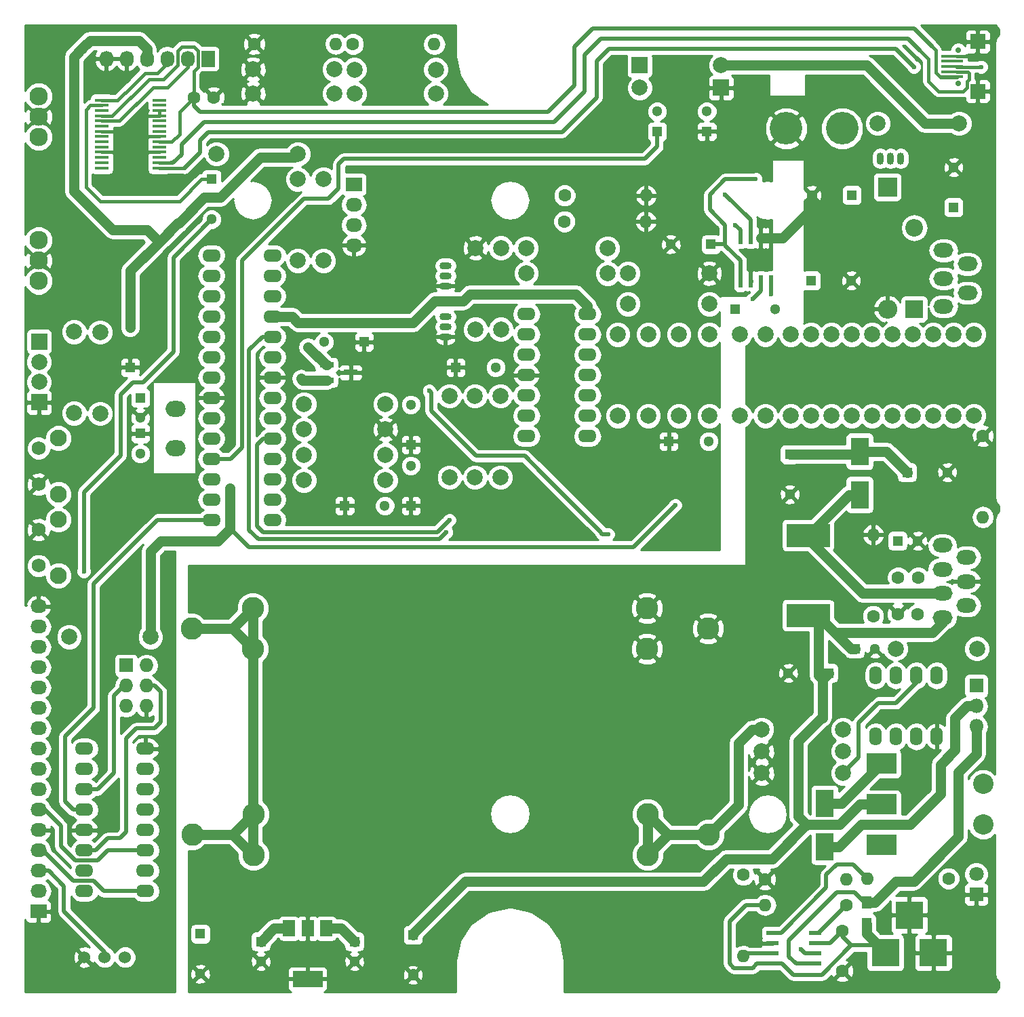
<source format=gtl>
G04 #@! TF.FileFunction,Copper,L1,Top,Signal*
%FSLAX46Y46*%
G04 Gerber Fmt 4.6, Leading zero omitted, Abs format (unit mm)*
G04 Created by KiCad (PCBNEW 4.0.3-stable) date 04/08/17 14:38:15*
%MOMM*%
%LPD*%
G01*
G04 APERTURE LIST*
%ADD10C,0.100000*%
%ADD11C,2.800000*%
%ADD12C,0.700000*%
%ADD13R,1.900000X1.900000*%
%ADD14R,2.700000X0.400000*%
%ADD15R,1.300000X1.300000*%
%ADD16C,1.300000*%
%ADD17C,1.600000*%
%ADD18C,1.998980*%
%ADD19R,1.998980X1.998980*%
%ADD20O,1.600000X1.600000*%
%ADD21R,2.200000X2.200000*%
%ADD22O,2.200000X2.200000*%
%ADD23R,3.810000X2.540000*%
%ADD24C,2.540000*%
%ADD25R,3.500000X3.500000*%
%ADD26C,2.300000*%
%ADD27O,2.499360X1.998980*%
%ADD28R,1.800000X1.800000*%
%ADD29C,1.800000*%
%ADD30O,1.800000X1.800000*%
%ADD31R,1.550000X0.600000*%
%ADD32O,1.600000X2.300000*%
%ADD33O,1.501140X0.899160*%
%ADD34R,2.000000X2.000000*%
%ADD35C,2.000000*%
%ADD36R,5.400040X2.900680*%
%ADD37C,1.524000*%
%ADD38O,2.300000X1.600000*%
%ADD39C,2.100000*%
%ADD40C,1.750000*%
%ADD41R,1.727200X2.032000*%
%ADD42O,1.727200X2.032000*%
%ADD43R,2.301240X3.500120*%
%ADD44C,4.064000*%
%ADD45R,1.727200X1.727200*%
%ADD46O,1.727200X1.727200*%
%ADD47R,2.032000X1.727200*%
%ADD48O,2.032000X1.727200*%
%ADD49R,0.600000X1.550000*%
%ADD50O,2.499360X1.800860*%
%ADD51O,0.899160X1.501140*%
%ADD52R,1.800860X0.800100*%
%ADD53R,3.800000X2.000000*%
%ADD54R,1.500000X2.000000*%
%ADD55R,1.750000X0.450000*%
%ADD56R,1.300000X1.500000*%
%ADD57R,2.400000X2.400000*%
%ADD58O,2.400000X2.400000*%
%ADD59R,2.300000X3.500000*%
%ADD60C,0.600000*%
%ADD61C,0.381000*%
%ADD62C,1.270000*%
%ADD63C,0.508000*%
%ADD64C,0.254000*%
G04 APERTURE END LIST*
D10*
D11*
X133564000Y-109000000D03*
X125944000Y-111540000D03*
X125944000Y-106460000D03*
X69090000Y-109000000D03*
X76710000Y-106460000D03*
X76710000Y-111540000D03*
D12*
X164795000Y-40885000D03*
D13*
X167245000Y-41910000D03*
D14*
X164070000Y-40110000D03*
X164070000Y-39460000D03*
X164070000Y-38810000D03*
X164070000Y-38160000D03*
X164070000Y-37510000D03*
D13*
X167245000Y-35710000D03*
D12*
X164795000Y-36735000D03*
D11*
X69176000Y-134730000D03*
X76796000Y-132190000D03*
X76796000Y-137270000D03*
X133650000Y-134730000D03*
X126030000Y-137270000D03*
X126030000Y-132190000D03*
D15*
X71570000Y-52900000D03*
D16*
X71570000Y-57900000D03*
D15*
X61410000Y-76395000D03*
D16*
X61410000Y-71395000D03*
D15*
X88207000Y-93667000D03*
D16*
X93207000Y-93667000D03*
D15*
X96462000Y-93667000D03*
D16*
X96462000Y-88667000D03*
D15*
X96462000Y-86047000D03*
D16*
X96462000Y-81047000D03*
D15*
X90620000Y-73220000D03*
D16*
X85620000Y-73220000D03*
D15*
X102050000Y-76395000D03*
D16*
X107050000Y-76395000D03*
D15*
X133927000Y-61028000D03*
D16*
X128927000Y-61028000D03*
D15*
X136905000Y-69098000D03*
D16*
X141905000Y-69098000D03*
D15*
X128650000Y-85608000D03*
D16*
X133650000Y-85608000D03*
D17*
X150317200Y-151765000D03*
X150317200Y-146765000D03*
D18*
X135197000Y-38673460D03*
D19*
X125037000Y-38673460D03*
D18*
X125037000Y-41472540D03*
D19*
X135197000Y-41472540D03*
D17*
X157251400Y-107213400D03*
X159751400Y-107213400D03*
X157302200Y-102641400D03*
X159802200Y-102641400D03*
X163580000Y-140210000D03*
D20*
X153420000Y-140210000D03*
D17*
X137971600Y-139745600D03*
D20*
X137971600Y-149905600D03*
D17*
X140651600Y-140305600D03*
D20*
X150811600Y-140305600D03*
D17*
X150851600Y-143515600D03*
D20*
X140691600Y-143515600D03*
D17*
X154178000Y-107442000D03*
D20*
X154178000Y-97282000D03*
D17*
X115620800Y-58166000D03*
D20*
X125780800Y-58166000D03*
D17*
X115671600Y-54914800D03*
D20*
X125831600Y-54914800D03*
D17*
X89230200Y-36017200D03*
D20*
X99390200Y-36017200D03*
D17*
X76911200Y-35991800D03*
D20*
X87071200Y-35991800D03*
D17*
X69342000Y-42672000D03*
X71842000Y-42672000D03*
D21*
X159308800Y-69113400D03*
D22*
X159308800Y-58953400D03*
D23*
X155194000Y-130962400D03*
X155194000Y-125882400D03*
X155194000Y-136042400D03*
D24*
X167894000Y-128422400D03*
X167894000Y-133502400D03*
D25*
X155702000Y-149479000D03*
X161702000Y-149479000D03*
X158702000Y-144779000D03*
D26*
X49980000Y-63060000D03*
X49980000Y-65600000D03*
X49980000Y-60520000D03*
X49974500Y-45085000D03*
X49974500Y-47625000D03*
X49974500Y-42545000D03*
D27*
X67125000Y-81574060D03*
X67125000Y-86455940D03*
D28*
X167050000Y-142200000D03*
D29*
X167050000Y-139660000D03*
D28*
X167050000Y-116150000D03*
D30*
X167050000Y-118690000D03*
X167050000Y-121230000D03*
D31*
X146961600Y-150830600D03*
X146961600Y-149560600D03*
X146961600Y-148290600D03*
X146961600Y-147020600D03*
X141561600Y-147020600D03*
X141561600Y-148290600D03*
X141561600Y-149560600D03*
X141561600Y-150830600D03*
D18*
X121030000Y-64653000D03*
X110870000Y-64653000D03*
X140270000Y-127070000D03*
X150430000Y-127070000D03*
D32*
X154490000Y-122470000D03*
X157030000Y-122470000D03*
X159570000Y-122470000D03*
X162110000Y-122470000D03*
X162110000Y-114850000D03*
X159570000Y-114850000D03*
X157030000Y-114850000D03*
X154490000Y-114850000D03*
D18*
X140715000Y-72273000D03*
X140715000Y-82433000D03*
X137540000Y-72273000D03*
X137540000Y-82433000D03*
X150420000Y-121630000D03*
X140260000Y-121630000D03*
X140270000Y-124360000D03*
X150430000Y-124360000D03*
X93287000Y-87317000D03*
X83127000Y-87317000D03*
X166750000Y-72273000D03*
X166750000Y-82433000D03*
X164210000Y-72273000D03*
X164210000Y-82433000D03*
X161670000Y-72273000D03*
X161670000Y-82433000D03*
X159130000Y-72273000D03*
X159130000Y-82433000D03*
X156590000Y-72273000D03*
X156590000Y-82433000D03*
X154050000Y-72273000D03*
X154050000Y-82433000D03*
X151510000Y-72273000D03*
X151510000Y-82433000D03*
X148970000Y-72273000D03*
X148970000Y-82433000D03*
X146430000Y-72273000D03*
X146430000Y-82433000D03*
X143890000Y-72273000D03*
X143890000Y-82433000D03*
X93287000Y-84142000D03*
X83127000Y-84142000D03*
X93287000Y-80967000D03*
X83127000Y-80967000D03*
X122300000Y-72273000D03*
X122300000Y-82433000D03*
D15*
X148590000Y-114554000D03*
D16*
X143590000Y-114554000D03*
D18*
X133730000Y-72273000D03*
X133730000Y-82433000D03*
D33*
X100780000Y-64965000D03*
X100780000Y-63695000D03*
X100780000Y-66235000D03*
X100780000Y-71315000D03*
X100780000Y-70045000D03*
X100780000Y-72585000D03*
D18*
X104520000Y-71638000D03*
X104520000Y-61478000D03*
X93287000Y-90492000D03*
X83127000Y-90492000D03*
X123570000Y-68463000D03*
X133730000Y-68463000D03*
X133730000Y-64653000D03*
X123570000Y-64653000D03*
X107638000Y-79951000D03*
X107638000Y-90111000D03*
X126110000Y-82433000D03*
X126110000Y-72273000D03*
X129920000Y-72273000D03*
X129920000Y-82433000D03*
X104463000Y-90111000D03*
X104463000Y-79951000D03*
X107695000Y-61478000D03*
X107695000Y-71638000D03*
X101288000Y-79951000D03*
X101288000Y-90111000D03*
X110845600Y-61518800D03*
X121005600Y-61518800D03*
X164915000Y-45915000D03*
X154755000Y-45915000D03*
X76758800Y-39166800D03*
X86918800Y-39166800D03*
X89408000Y-42189400D03*
X99568000Y-42189400D03*
D15*
X157226000Y-98044000D03*
D16*
X159726000Y-98044000D03*
D15*
X151510000Y-54874000D03*
D16*
X146510000Y-54874000D03*
D15*
X62680000Y-80205000D03*
D16*
X62680000Y-82705000D03*
D34*
X50060000Y-80760000D03*
D35*
X50060000Y-78220000D03*
D36*
X146050000Y-97360740D03*
X146050000Y-107363260D03*
D18*
X99568000Y-39192200D03*
X89408000Y-39192200D03*
X76758800Y-42189400D03*
X86918800Y-42189400D03*
X54425000Y-82110000D03*
X54425000Y-71950000D03*
X167132000Y-111506000D03*
X156972000Y-111506000D03*
X85540000Y-63060000D03*
X85540000Y-52900000D03*
X82365000Y-63060000D03*
X82365000Y-52900000D03*
X53790000Y-110050000D03*
X63950000Y-110050000D03*
D37*
X58235000Y-150055000D03*
X55695000Y-150055000D03*
X60775000Y-150055000D03*
D38*
X71570000Y-62425000D03*
X71570000Y-64965000D03*
X71570000Y-67505000D03*
X71570000Y-70045000D03*
X71570000Y-72585000D03*
X71570000Y-75125000D03*
X71570000Y-77665000D03*
X71570000Y-80205000D03*
X71570000Y-82745000D03*
X71570000Y-85285000D03*
X71570000Y-87825000D03*
X71570000Y-90365000D03*
X71570000Y-92905000D03*
X71570000Y-95445000D03*
X79190000Y-95445000D03*
X79190000Y-92905000D03*
X79190000Y-90365000D03*
X79190000Y-87825000D03*
X79190000Y-85285000D03*
X79190000Y-82745000D03*
X79190000Y-80205000D03*
X79190000Y-77665000D03*
X79190000Y-75125000D03*
X79190000Y-72585000D03*
X79190000Y-70045000D03*
X79190000Y-67505000D03*
X79190000Y-64965000D03*
X79190000Y-62425000D03*
D39*
X52470000Y-95400000D03*
D40*
X49980000Y-96660000D03*
X49980000Y-101160000D03*
D39*
X52470000Y-102410000D03*
D41*
X71120000Y-37846000D03*
D42*
X68580000Y-37846000D03*
X66040000Y-37846000D03*
X63500000Y-37846000D03*
X60960000Y-37846000D03*
X58420000Y-37846000D03*
D18*
X72205000Y-49725000D03*
X82365000Y-49725000D03*
D15*
X143780000Y-87260000D03*
D16*
X143780000Y-92260000D03*
D15*
X151892000Y-111506000D03*
D16*
X154392000Y-111506000D03*
D15*
X146430000Y-65542000D03*
D16*
X151430000Y-65542000D03*
D15*
X164210000Y-56398000D03*
D16*
X164210000Y-51398000D03*
D15*
X158420000Y-89490000D03*
D16*
X163420000Y-89490000D03*
D15*
X62680000Y-84650000D03*
D16*
X62680000Y-87150000D03*
D43*
X152500000Y-86879980D03*
X152500000Y-92280020D03*
D34*
X50060000Y-73160000D03*
D35*
X50060000Y-75700000D03*
D44*
X150310000Y-46550000D03*
X143325000Y-46550000D03*
D45*
X60902000Y-113606000D03*
D46*
X63442000Y-113606000D03*
X60902000Y-116146000D03*
X63442000Y-116146000D03*
X60902000Y-118686000D03*
X63442000Y-118686000D03*
D47*
X89350000Y-53535000D03*
D48*
X89350000Y-56075000D03*
X89350000Y-58615000D03*
X89350000Y-61155000D03*
D47*
X49980000Y-144340000D03*
D48*
X49980000Y-141800000D03*
X49980000Y-139260000D03*
X49980000Y-136720000D03*
X49980000Y-134180000D03*
X49980000Y-131640000D03*
X49980000Y-129100000D03*
X49980000Y-126560000D03*
X49980000Y-124020000D03*
X49980000Y-121480000D03*
X49980000Y-118940000D03*
X49980000Y-116400000D03*
X49980000Y-113860000D03*
X49980000Y-111320000D03*
X49980000Y-108780000D03*
X49980000Y-106240000D03*
D39*
X52470000Y-85240000D03*
D40*
X49980000Y-86500000D03*
X49980000Y-91000000D03*
D39*
X52470000Y-92250000D03*
D49*
X141420000Y-60233000D03*
X140150000Y-60233000D03*
X138880000Y-60233000D03*
X137610000Y-60233000D03*
X137610000Y-65633000D03*
X138880000Y-65633000D03*
X140150000Y-65633000D03*
X141420000Y-65633000D03*
D38*
X118490000Y-84973000D03*
X118490000Y-82433000D03*
X118490000Y-79893000D03*
X118490000Y-77353000D03*
X118490000Y-74813000D03*
X118490000Y-72273000D03*
X118490000Y-69733000D03*
X110870000Y-69733000D03*
X110870000Y-72273000D03*
X110870000Y-74813000D03*
X110870000Y-77353000D03*
X110870000Y-79893000D03*
X110870000Y-82433000D03*
X110870000Y-84973000D03*
D50*
X162950160Y-65288000D03*
X162950160Y-61787880D03*
X162950160Y-68788120D03*
X165949900Y-67088860D03*
X165949900Y-63487140D03*
D51*
X156336000Y-50302000D03*
X157606000Y-50302000D03*
X155066000Y-50302000D03*
D52*
X85943860Y-76080000D03*
X85943860Y-77980000D03*
X88946140Y-77030000D03*
D38*
X63315000Y-141800000D03*
X63315000Y-139260000D03*
X63315000Y-136720000D03*
X63315000Y-134180000D03*
X63315000Y-131640000D03*
X63315000Y-129100000D03*
X63315000Y-126560000D03*
X63315000Y-124020000D03*
X55695000Y-124020000D03*
X55695000Y-126560000D03*
X55695000Y-129100000D03*
X55695000Y-131640000D03*
X55695000Y-134180000D03*
X55695000Y-136720000D03*
X55695000Y-139260000D03*
X55695000Y-141800000D03*
D18*
X57660000Y-82160000D03*
X57660000Y-72000000D03*
D15*
X96716000Y-147261000D03*
D16*
X96716000Y-152261000D03*
D15*
X89408000Y-148082000D03*
D16*
X89408000Y-150582000D03*
D15*
X77724000Y-148082000D03*
D16*
X77724000Y-150582000D03*
D15*
X70173000Y-147134000D03*
D16*
X70173000Y-152134000D03*
D15*
X133419000Y-46931000D03*
D16*
X133419000Y-44431000D03*
D15*
X127196000Y-46931000D03*
D16*
X127196000Y-44431000D03*
D50*
X162824160Y-107624000D03*
X162824160Y-98624000D03*
X165823900Y-103124000D03*
X165823900Y-100124000D03*
X165823900Y-106124000D03*
X162824160Y-104624000D03*
X162824160Y-101624000D03*
D53*
X83566000Y-152756000D03*
D54*
X83566000Y-146456000D03*
X81266000Y-146456000D03*
X85866000Y-146456000D03*
D55*
X57868000Y-43019000D03*
X57868000Y-43669000D03*
X57868000Y-44319000D03*
X57868000Y-44969000D03*
X57868000Y-45619000D03*
X57868000Y-46269000D03*
X57868000Y-46919000D03*
X57868000Y-47569000D03*
X57868000Y-48219000D03*
X57868000Y-48869000D03*
X57868000Y-49519000D03*
X57868000Y-50169000D03*
X57868000Y-50819000D03*
X57868000Y-51469000D03*
X65068000Y-51469000D03*
X65068000Y-50819000D03*
X65068000Y-50169000D03*
X65068000Y-49519000D03*
X65068000Y-48869000D03*
X65068000Y-48219000D03*
X65068000Y-47569000D03*
X65068000Y-46919000D03*
X65068000Y-46269000D03*
X65068000Y-45619000D03*
X65068000Y-44969000D03*
X65068000Y-44319000D03*
X65068000Y-43669000D03*
X65068000Y-43019000D03*
D56*
X153330000Y-143210000D03*
X153330000Y-145910000D03*
D57*
X155955000Y-53858000D03*
D58*
X155955000Y-69098000D03*
D59*
X148130000Y-130840000D03*
X148130000Y-136240000D03*
D17*
X167880000Y-84930000D03*
D20*
X167880000Y-95090000D03*
D60*
X121100000Y-97223000D03*
X98748000Y-79316000D03*
X135705000Y-54805000D03*
X136975000Y-58615000D03*
X129480000Y-93590000D03*
X73856000Y-92778000D03*
X73856000Y-94048000D03*
X73856000Y-91508000D03*
X83635000Y-73855000D03*
X139515000Y-52900000D03*
X101288000Y-95445000D03*
X100907000Y-96969000D03*
X145135600Y-149021800D03*
X139134000Y-67886000D03*
X141420000Y-67251000D03*
X55626000Y-101854000D03*
X82746000Y-77792000D03*
X159258000Y-38862000D03*
X167640000Y-38862000D03*
D61*
X164592000Y-37562000D02*
X166654000Y-37562000D01*
X167267000Y-36949000D02*
X167267000Y-35762000D01*
X166654000Y-37562000D02*
X167267000Y-36949000D01*
X65068000Y-49519000D02*
X63235000Y-49519000D01*
X63235000Y-49519000D02*
X61285000Y-47569000D01*
X65068000Y-44319000D02*
X65068000Y-44969000D01*
X65068000Y-44969000D02*
X62473000Y-44969000D01*
X62473000Y-44969000D02*
X60523000Y-46919000D01*
X57868000Y-46919000D02*
X60523000Y-46919000D01*
X60523000Y-46919000D02*
X60635000Y-46919000D01*
X60635000Y-46919000D02*
X61285000Y-47569000D01*
X61285000Y-47569000D02*
X65068000Y-47569000D01*
X57868000Y-49519000D02*
X65068000Y-49519000D01*
D62*
X141420000Y-60233000D02*
X142850000Y-60233000D01*
X146510000Y-56573000D02*
X146510000Y-54874000D01*
X142850000Y-60233000D02*
X146510000Y-56573000D01*
X141420000Y-60233000D02*
X140150000Y-60233000D01*
X96716000Y-152261000D02*
X96716000Y-152087000D01*
X152500000Y-86879980D02*
X155809980Y-86879980D01*
X155809980Y-86879980D02*
X158420000Y-89490000D01*
X143780000Y-87260000D02*
X152119980Y-87260000D01*
X152119980Y-87260000D02*
X152500000Y-86879980D01*
D63*
X112908500Y-89666500D02*
X117925000Y-94683000D01*
X120338000Y-97223000D02*
X121100000Y-97223000D01*
X120211000Y-97096000D02*
X120338000Y-97223000D01*
X120211000Y-96969000D02*
X120211000Y-97096000D01*
X117925000Y-94683000D02*
X120211000Y-96969000D01*
X110686000Y-87444000D02*
X112908500Y-89666500D01*
X104590000Y-87444000D02*
X110686000Y-87444000D01*
X99002000Y-81856000D02*
X104590000Y-87444000D01*
X99002000Y-79570000D02*
X99002000Y-81856000D01*
X98748000Y-79316000D02*
X99002000Y-79570000D01*
X112908500Y-89666500D02*
X112972000Y-89730000D01*
D62*
X118490000Y-69733000D02*
X118490000Y-68731400D01*
X81627400Y-70045000D02*
X79190000Y-70045000D01*
X82372200Y-70789800D02*
X81627400Y-70045000D01*
X96748600Y-70789800D02*
X82372200Y-70789800D01*
X99466400Y-68072000D02*
X96748600Y-70789800D01*
X103022400Y-68072000D02*
X99466400Y-68072000D01*
X103809800Y-67284600D02*
X103022400Y-68072000D01*
X117043200Y-67284600D02*
X103809800Y-67284600D01*
X118490000Y-68731400D02*
X117043200Y-67284600D01*
D63*
X138880000Y-60233000D02*
X138880000Y-57980000D01*
X138880000Y-57980000D02*
X135705000Y-54805000D01*
X137610000Y-59250000D02*
X137610000Y-60233000D01*
X136975000Y-58615000D02*
X137610000Y-59250000D01*
X124284000Y-98806000D02*
X129480000Y-93610000D01*
X129480000Y-93610000D02*
X129480000Y-93590000D01*
X73792000Y-96652000D02*
X74046000Y-96652000D01*
X74046000Y-96652000D02*
X76200000Y-98806000D01*
X76200000Y-98806000D02*
X124284000Y-98806000D01*
D62*
X81930000Y-50160000D02*
X77660000Y-50160000D01*
X70660000Y-55160000D02*
X72660000Y-55160000D01*
X70660000Y-55160000D02*
X67482000Y-58338000D01*
X72660000Y-55160000D02*
X77660000Y-50160000D01*
X81930000Y-50160000D02*
X82365000Y-49725000D01*
X55499000Y-36449000D02*
X54356000Y-37592000D01*
X63500000Y-59182000D02*
X65024000Y-60706000D01*
X59182000Y-59182000D02*
X63500000Y-59182000D01*
X55372000Y-55372000D02*
X59182000Y-59182000D01*
X54356000Y-54356000D02*
X55372000Y-55372000D01*
X54356000Y-37592000D02*
X54356000Y-54356000D01*
X63500000Y-37846000D02*
X63500000Y-36576000D01*
X63500000Y-36576000D02*
X62484000Y-35560000D01*
X62484000Y-35560000D02*
X56388000Y-35560000D01*
X56388000Y-35560000D02*
X55499000Y-36449000D01*
X55499000Y-36449000D02*
X55372000Y-36576000D01*
X67482000Y-58338000D02*
X67392000Y-58338000D01*
X67392000Y-58338000D02*
X65024000Y-60706000D01*
X61410000Y-64320000D02*
X61410000Y-71395000D01*
X65024000Y-60706000D02*
X61410000Y-64320000D01*
X81266000Y-146456000D02*
X79350000Y-146456000D01*
X79350000Y-146456000D02*
X77724000Y-148082000D01*
X73856000Y-92778000D02*
X73856000Y-94048000D01*
X63950000Y-110050000D02*
X63950000Y-99382000D01*
X72332000Y-98112000D02*
X73792000Y-96652000D01*
X65220000Y-98112000D02*
X72332000Y-98112000D01*
X63950000Y-99382000D02*
X65220000Y-98112000D01*
X73792000Y-96652000D02*
X73856000Y-96588000D01*
X73856000Y-96588000D02*
X73856000Y-91508000D01*
D63*
X133927000Y-61028000D02*
X135705000Y-61028000D01*
X135705000Y-61028000D02*
X135705000Y-61155000D01*
D62*
X67460000Y-58360000D02*
X67482000Y-58338000D01*
X85943860Y-76080000D02*
X85860000Y-76080000D01*
X85860000Y-76080000D02*
X83635000Y-73855000D01*
D63*
X137610000Y-65633000D02*
X137610000Y-63695000D01*
X135705000Y-52900000D02*
X139515000Y-52900000D01*
X135705000Y-52900000D02*
X133800000Y-54805000D01*
X133800000Y-54805000D02*
X133800000Y-56710000D01*
X133800000Y-56710000D02*
X135705000Y-58615000D01*
X135705000Y-58615000D02*
X135705000Y-61155000D01*
X135705000Y-61155000D02*
X137610000Y-63060000D01*
X137610000Y-63695000D02*
X137610000Y-63060000D01*
X79190000Y-85285000D02*
X78047000Y-85285000D01*
X78047000Y-85285000D02*
X77285000Y-86047000D01*
X99764000Y-96969000D02*
X101288000Y-95445000D01*
X78047000Y-96969000D02*
X99764000Y-96969000D01*
X77285000Y-96207000D02*
X78047000Y-96969000D01*
X77285000Y-86047000D02*
X77285000Y-96207000D01*
X60902000Y-116146000D02*
X60648000Y-116146000D01*
X60648000Y-116146000D02*
X59378000Y-117416000D01*
X57346000Y-129100000D02*
X55695000Y-129100000D01*
X59378000Y-127068000D02*
X57346000Y-129100000D01*
X59378000Y-117416000D02*
X59378000Y-127068000D01*
X55695000Y-136720000D02*
X57092000Y-136720000D01*
X64458000Y-116146000D02*
X63442000Y-116146000D01*
X65220000Y-116908000D02*
X64458000Y-116146000D01*
X65220000Y-120718000D02*
X65220000Y-116908000D01*
X64458000Y-121480000D02*
X65220000Y-120718000D01*
X62172000Y-121480000D02*
X64458000Y-121480000D01*
X60902000Y-122750000D02*
X62172000Y-121480000D01*
X60902000Y-134434000D02*
X60902000Y-122750000D01*
X60140000Y-135196000D02*
X60902000Y-134434000D01*
X58616000Y-135196000D02*
X60140000Y-135196000D01*
X57092000Y-136720000D02*
X58616000Y-135196000D01*
X71570000Y-95445000D02*
X64839000Y-95445000D01*
X54298000Y-131640000D02*
X55695000Y-131640000D01*
X53282000Y-130624000D02*
X54298000Y-131640000D01*
X53282000Y-122496000D02*
X53282000Y-130624000D01*
X56838000Y-118940000D02*
X53282000Y-122496000D01*
X56838000Y-103446000D02*
X56838000Y-118940000D01*
X64839000Y-95445000D02*
X56838000Y-103446000D01*
X49980000Y-139260000D02*
X51250000Y-139260000D01*
X56965000Y-148150000D02*
X58235000Y-149420000D01*
X53155000Y-144340000D02*
X56965000Y-148150000D01*
X53155000Y-141165000D02*
X53155000Y-144340000D01*
X51250000Y-139260000D02*
X53155000Y-141165000D01*
X58235000Y-149420000D02*
X58235000Y-150055000D01*
X49980000Y-136720000D02*
X50488000Y-136720000D01*
X50488000Y-136720000D02*
X54298000Y-140530000D01*
X54298000Y-140530000D02*
X56838000Y-140530000D01*
X56838000Y-140530000D02*
X58108000Y-141800000D01*
X58108000Y-141800000D02*
X63315000Y-141800000D01*
X49980000Y-131640000D02*
X50742000Y-131640000D01*
X50742000Y-131640000D02*
X52774000Y-133672000D01*
X52774000Y-133672000D02*
X52774000Y-136212000D01*
X52774000Y-136212000D02*
X54552000Y-137990000D01*
X54552000Y-137990000D02*
X57346000Y-137990000D01*
X57346000Y-137990000D02*
X58616000Y-136720000D01*
X58616000Y-136720000D02*
X63315000Y-136720000D01*
X146961600Y-147020600D02*
X147346600Y-147020600D01*
X147346600Y-147020600D02*
X150851600Y-143515600D01*
D61*
X162306000Y-39878000D02*
X162306000Y-39876000D01*
X164592000Y-40162000D02*
X162590000Y-40162000D01*
X162590000Y-40162000D02*
X162306000Y-39878000D01*
D63*
X159266000Y-34036000D02*
X161590000Y-36360000D01*
X139954000Y-34036000D02*
X159258000Y-34036000D01*
X113538000Y-44450000D02*
X116840000Y-41148000D01*
X116840000Y-41148000D02*
X116840000Y-36322000D01*
X116840000Y-36322000D02*
X119126000Y-34036000D01*
X119126000Y-34036000D02*
X139954000Y-34036000D01*
X69342000Y-43688000D02*
X69342000Y-42672000D01*
X70104000Y-44450000D02*
X89154000Y-44450000D01*
X69342000Y-43688000D02*
X70104000Y-44450000D01*
X89154000Y-44450000D02*
X113538000Y-44450000D01*
X159258000Y-34036000D02*
X159266000Y-34036000D01*
D61*
X161970000Y-36740000D02*
X161590000Y-36360000D01*
X161970000Y-39540000D02*
X161970000Y-36740000D01*
X162306000Y-39876000D02*
X161970000Y-39540000D01*
X69342000Y-42672000D02*
X69342000Y-39370000D01*
X67310000Y-38608000D02*
X67310000Y-36830000D01*
X67310000Y-36830000D02*
X67818000Y-36322000D01*
X67818000Y-36322000D02*
X69342000Y-36322000D01*
X69342000Y-36322000D02*
X69850000Y-36830000D01*
X69850000Y-36830000D02*
X69850000Y-38862000D01*
X59171000Y-44969000D02*
X57868000Y-44969000D01*
X65532000Y-40386000D02*
X66294000Y-39624000D01*
X63754000Y-40386000D02*
X65532000Y-40386000D01*
X59171000Y-44969000D02*
X63754000Y-40386000D01*
X66294000Y-39624000D02*
X67310000Y-38608000D01*
X69342000Y-39370000D02*
X69850000Y-38862000D01*
X65068000Y-48219000D02*
X66589000Y-48219000D01*
X67564000Y-44450000D02*
X69342000Y-42672000D01*
X67564000Y-47244000D02*
X67564000Y-44450000D01*
X66589000Y-48219000D02*
X67564000Y-47244000D01*
D63*
X79190000Y-72585000D02*
X77920000Y-72585000D01*
X100018000Y-97858000D02*
X100907000Y-96969000D01*
X77412000Y-97858000D02*
X100018000Y-97858000D01*
X76269000Y-96715000D02*
X77412000Y-97858000D01*
X76269000Y-74236000D02*
X76269000Y-96715000D01*
X77920000Y-72585000D02*
X76269000Y-74236000D01*
X79190000Y-72585000D02*
X78047000Y-72585000D01*
D62*
X135197000Y-38673460D02*
X153379860Y-38673460D01*
X160621400Y-45915000D02*
X164915000Y-45915000D01*
X153379860Y-38673460D02*
X160621400Y-45915000D01*
D61*
X71570000Y-52900000D02*
X70290000Y-52900000D01*
X56407000Y-43669000D02*
X57868000Y-43669000D01*
X55880000Y-44196000D02*
X56407000Y-43669000D01*
X55880000Y-53848000D02*
X55880000Y-44196000D01*
X57658000Y-55626000D02*
X55880000Y-53848000D01*
X67564000Y-55626000D02*
X57658000Y-55626000D01*
X70290000Y-52900000D02*
X67564000Y-55626000D01*
X61722000Y-41148000D02*
X63246000Y-39624000D01*
X59851000Y-43019000D02*
X61722000Y-41148000D01*
X57868000Y-43019000D02*
X59851000Y-43019000D01*
X64770000Y-39624000D02*
X66040000Y-38354000D01*
X63246000Y-39624000D02*
X64770000Y-39624000D01*
X66040000Y-38354000D02*
X66040000Y-37846000D01*
X66040000Y-38608000D02*
X66040000Y-37846000D01*
X59791000Y-45619000D02*
X60045000Y-45619000D01*
X57868000Y-45619000D02*
X59791000Y-45619000D01*
X66040000Y-41402000D02*
X68580000Y-38862000D01*
X64262000Y-41402000D02*
X66040000Y-41402000D01*
X60045000Y-45619000D02*
X64262000Y-41402000D01*
X68580000Y-38862000D02*
X68580000Y-37846000D01*
X68580000Y-37846000D02*
X68580000Y-38354000D01*
D63*
X136251600Y-150845600D02*
X136251600Y-145555600D01*
X139696600Y-150830600D02*
X139151600Y-151375600D01*
X139151600Y-151375600D02*
X136781600Y-151375600D01*
X136781600Y-151375600D02*
X136251600Y-150845600D01*
X136251600Y-145555600D02*
X138291600Y-143515600D01*
X140691600Y-143515600D02*
X138291600Y-143515600D01*
X139696600Y-150830600D02*
X141561600Y-150830600D01*
X146961600Y-148290600D02*
X148791600Y-148290600D01*
X148791600Y-148290600D02*
X150317200Y-146765000D01*
X150317200Y-146765000D02*
X150317200Y-147421600D01*
X150317200Y-147421600D02*
X151460200Y-148564600D01*
X141561600Y-150830600D02*
X142829600Y-150830600D01*
X151460200Y-148564600D02*
X155803600Y-148564600D01*
X147802600Y-152222200D02*
X151460200Y-148564600D01*
X144221200Y-152222200D02*
X147802600Y-152222200D01*
X142829600Y-150830600D02*
X144221200Y-152222200D01*
D62*
X153330000Y-145910000D02*
X153330000Y-147107000D01*
X153330000Y-147107000D02*
X155702000Y-149479000D01*
D63*
X155702000Y-149479000D02*
X155194000Y-149479000D01*
D62*
X155702000Y-149479000D02*
X155575000Y-149479000D01*
X69091000Y-108966000D02*
X74171000Y-108966000D01*
X74171000Y-108966000D02*
X76711000Y-111506000D01*
X74171000Y-108966000D02*
X76711000Y-106426000D01*
X76711000Y-111506000D02*
X76711000Y-106426000D01*
X76747000Y-132207000D02*
X76747000Y-111542000D01*
X76747000Y-111542000D02*
X76711000Y-111506000D01*
X76747000Y-137287000D02*
X76747000Y-132207000D01*
X69127000Y-134747000D02*
X74207000Y-134747000D01*
X74207000Y-134747000D02*
X76747000Y-137287000D01*
X74207000Y-134747000D02*
X76747000Y-132207000D01*
X148130000Y-130840000D02*
X150236400Y-130840000D01*
X150236400Y-130840000D02*
X155194000Y-125882400D01*
D63*
X145674400Y-149560600D02*
X145135600Y-149021800D01*
X145674400Y-149560600D02*
X146961600Y-149560600D01*
D62*
X140260000Y-121630000D02*
X139050000Y-121630000D01*
X139050000Y-121630000D02*
X137380000Y-123300000D01*
X137380000Y-123300000D02*
X137380000Y-131000000D01*
X137380000Y-131000000D02*
X133650000Y-134730000D01*
X133650000Y-134730000D02*
X128570000Y-134730000D01*
X128570000Y-134730000D02*
X126030000Y-137270000D01*
X128570000Y-134730000D02*
X126030000Y-132190000D01*
X126030000Y-137270000D02*
X126030000Y-132190000D01*
D63*
X140150000Y-65633000D02*
X140150000Y-66870000D01*
X140150000Y-66870000D02*
X139134000Y-67886000D01*
X141420000Y-65633000D02*
X141420000Y-67251000D01*
D62*
X145860000Y-133500000D02*
X150010000Y-133500000D01*
X152547600Y-130962400D02*
X155194000Y-130962400D01*
X150010000Y-133500000D02*
X152547600Y-130962400D01*
X135813800Y-137795000D02*
X141565000Y-137795000D01*
X135813800Y-137795000D02*
X132994400Y-140614400D01*
X132994400Y-140614400D02*
X103225600Y-140614400D01*
X96716000Y-147124000D02*
X103225600Y-140614400D01*
X141565000Y-137795000D02*
X145860000Y-133500000D01*
X145910000Y-133550000D02*
X145860000Y-133500000D01*
X144800000Y-123020000D02*
X147828000Y-119992000D01*
X145860000Y-133500000D02*
X144800000Y-132440000D01*
X144800000Y-132440000D02*
X144800000Y-123020000D01*
X96716000Y-147124000D02*
X96716000Y-147261000D01*
X147828000Y-120142000D02*
X147828000Y-119992000D01*
X147828000Y-119992000D02*
X147828000Y-115316000D01*
X147828000Y-115316000D02*
X148590000Y-114554000D01*
X147382500Y-114870500D02*
X147382500Y-109548500D01*
X147828000Y-115316000D02*
X147382500Y-114870500D01*
X85866000Y-146456000D02*
X87782000Y-146456000D01*
X87782000Y-146456000D02*
X89408000Y-148082000D01*
X151892000Y-111506000D02*
X151451740Y-111506000D01*
X151451740Y-111506000D02*
X149419740Y-109474000D01*
X149419740Y-109474000D02*
X147382500Y-107436760D01*
X161544000Y-109474000D02*
X149419740Y-109474000D01*
X162824160Y-108193840D02*
X161544000Y-109474000D01*
X162824160Y-107624000D02*
X162824160Y-108193840D01*
X147382500Y-109548500D02*
X147382500Y-107436760D01*
X147382500Y-107436760D02*
X147382500Y-109548500D01*
D63*
X71570000Y-87825000D02*
X73983000Y-87825000D01*
X127196000Y-48836000D02*
X127196000Y-46931000D01*
X125672000Y-50360000D02*
X127196000Y-48836000D01*
X88080000Y-50360000D02*
X125672000Y-50360000D01*
X87445000Y-50995000D02*
X88080000Y-50360000D01*
X87445000Y-54043000D02*
X87445000Y-50995000D01*
X86175000Y-55313000D02*
X87445000Y-54043000D01*
X83127000Y-55313000D02*
X86175000Y-55313000D01*
X75380000Y-63060000D02*
X83127000Y-55313000D01*
X75380000Y-86428000D02*
X75380000Y-63060000D01*
X73983000Y-87825000D02*
X75380000Y-86428000D01*
X55626000Y-101854000D02*
X55626000Y-91948000D01*
X55626000Y-91948000D02*
X60198000Y-87376000D01*
X60198000Y-87376000D02*
X60198000Y-79756000D01*
X60198000Y-79756000D02*
X61722000Y-78232000D01*
X61722000Y-78232000D02*
X62992000Y-78232000D01*
X62992000Y-78232000D02*
X66802000Y-74422000D01*
X66802000Y-74422000D02*
X66802000Y-62668000D01*
X66802000Y-62668000D02*
X71570000Y-57900000D01*
D62*
X146050000Y-97360740D02*
X146050000Y-97790000D01*
X146050000Y-97790000D02*
X152884000Y-104624000D01*
X162824160Y-104624000D02*
X152884000Y-104624000D01*
X152500000Y-92280020D02*
X151130720Y-92280020D01*
X151130720Y-92280020D02*
X146050000Y-97360740D01*
X82746000Y-77792000D02*
X82934000Y-77980000D01*
X82934000Y-77980000D02*
X85943860Y-77980000D01*
D61*
X164592000Y-39512000D02*
X166004000Y-39512000D01*
D63*
X158496000Y-35306000D02*
X160020000Y-36830000D01*
X66529000Y-50819000D02*
X66783000Y-50819000D01*
X67818000Y-48514000D02*
X70612000Y-45720000D01*
X70612000Y-45720000D02*
X114300000Y-45720000D01*
X114300000Y-45720000D02*
X118110000Y-41910000D01*
X118110000Y-41910000D02*
X118110000Y-37338000D01*
X118110000Y-37338000D02*
X120142000Y-35306000D01*
X139446000Y-35306000D02*
X139192000Y-35306000D01*
X139192000Y-35306000D02*
X120142000Y-35306000D01*
D61*
X66529000Y-50819000D02*
X65068000Y-50819000D01*
D63*
X67818000Y-49022000D02*
X67818000Y-48514000D01*
X67818000Y-49784000D02*
X67818000Y-49022000D01*
X66783000Y-50819000D02*
X67818000Y-49784000D01*
X139446000Y-35306000D02*
X158496000Y-35306000D01*
D61*
X161036000Y-37846000D02*
X160020000Y-36830000D01*
X161036000Y-40640000D02*
X161036000Y-37846000D01*
X162306000Y-41910000D02*
X161036000Y-40640000D01*
X165354000Y-41910000D02*
X162306000Y-41910000D01*
X165862000Y-41402000D02*
X165354000Y-41910000D01*
X165862000Y-40640000D02*
X165862000Y-41402000D01*
X166116000Y-40386000D02*
X165862000Y-40640000D01*
X166116000Y-39624000D02*
X166116000Y-40386000D01*
X166004000Y-39512000D02*
X166116000Y-39624000D01*
X164592000Y-38862000D02*
X167640000Y-38862000D01*
D63*
X156972000Y-36576000D02*
X159258000Y-38862000D01*
X156972000Y-36576000D02*
X139446000Y-36576000D01*
X70104000Y-49530000D02*
X70104000Y-48006000D01*
X70104000Y-48006000D02*
X71120000Y-46990000D01*
X71120000Y-46990000D02*
X115316000Y-46990000D01*
X115316000Y-46990000D02*
X119634000Y-42672000D01*
X119634000Y-42672000D02*
X119634000Y-38100000D01*
X119634000Y-38100000D02*
X121158000Y-36576000D01*
X121158000Y-36576000D02*
X139446000Y-36576000D01*
X139446000Y-36576000D02*
X139700000Y-36576000D01*
D61*
X68165000Y-51469000D02*
X65068000Y-51469000D01*
D63*
X68326000Y-51308000D02*
X70104000Y-49530000D01*
X68326000Y-51308000D02*
X68165000Y-51469000D01*
X141561600Y-149560600D02*
X138316600Y-149560600D01*
X138316600Y-149560600D02*
X137971600Y-149905600D01*
X159570000Y-114850000D02*
X159570000Y-115770000D01*
X159570000Y-115770000D02*
X157030000Y-118310000D01*
X157030000Y-118310000D02*
X154820000Y-118310000D01*
X154820000Y-118310000D02*
X152380000Y-120750000D01*
X152380000Y-120750000D02*
X152380000Y-125120000D01*
X152380000Y-125120000D02*
X150430000Y-127070000D01*
X153330000Y-143210000D02*
X153116000Y-143210000D01*
X153116000Y-143210000D02*
X152201600Y-142295600D01*
X144651000Y-146915600D02*
X143637000Y-147929600D01*
X143637000Y-147929600D02*
X143637000Y-149936200D01*
X143637000Y-149936200D02*
X144531400Y-150830600D01*
X144531400Y-150830600D02*
X145526600Y-150830600D01*
X146961600Y-150830600D02*
X145526600Y-150830600D01*
X149661600Y-141935600D02*
X144681600Y-146915600D01*
X151841600Y-141935600D02*
X149661600Y-141935600D01*
X152201600Y-142295600D02*
X151841600Y-141935600D01*
X144681600Y-146915600D02*
X144651000Y-146915600D01*
X153330000Y-143210000D02*
X153330000Y-142850000D01*
D62*
X153330000Y-143210000D02*
X154380000Y-143210000D01*
X154380000Y-143210000D02*
X157050000Y-140540000D01*
X157050000Y-140540000D02*
X159260000Y-140540000D01*
X159260000Y-140540000D02*
X164820000Y-134980000D01*
X164820000Y-134980000D02*
X164820000Y-126930000D01*
X164820000Y-126930000D02*
X167050000Y-124700000D01*
X167050000Y-124700000D02*
X167050000Y-121230000D01*
D63*
X149623900Y-138473300D02*
X151683300Y-138473300D01*
X152580000Y-139370000D02*
X153420000Y-140210000D01*
X151683300Y-138473300D02*
X152580000Y-139370000D01*
X141561600Y-147020600D02*
X142676600Y-147020600D01*
X148331600Y-139765600D02*
X149623900Y-138473300D01*
X149623900Y-138473300D02*
X149641600Y-138455600D01*
X148331600Y-141365600D02*
X148331600Y-139765600D01*
X142676600Y-147020600D02*
X148331600Y-141365600D01*
D62*
X148130000Y-136240000D02*
X149860000Y-136240000D01*
X165890000Y-118690000D02*
X167050000Y-118690000D01*
X164390000Y-120190000D02*
X165890000Y-118690000D01*
X164390000Y-124180000D02*
X164390000Y-120190000D01*
X162560000Y-126010000D02*
X164390000Y-124180000D01*
X162560000Y-129640000D02*
X162560000Y-126010000D01*
X158760000Y-133440000D02*
X162560000Y-129640000D01*
X152660000Y-133440000D02*
X158760000Y-133440000D01*
X149860000Y-136240000D02*
X152660000Y-133440000D01*
D64*
G36*
X62776673Y-98895992D02*
X62679999Y-99382000D01*
X62680000Y-99382005D01*
X62680000Y-109008281D01*
X62565154Y-109122927D01*
X62315794Y-109723453D01*
X62315226Y-110373694D01*
X62563538Y-110974655D01*
X63022927Y-111434846D01*
X63623453Y-111684206D01*
X64273694Y-111684774D01*
X64874655Y-111436462D01*
X65334846Y-110977073D01*
X65584206Y-110376547D01*
X65584774Y-109726306D01*
X65336462Y-109125345D01*
X65220000Y-109008680D01*
X65220000Y-99908052D01*
X65746051Y-99382000D01*
X66979800Y-99382000D01*
X66979800Y-154360000D01*
X48340000Y-154360000D01*
X48340000Y-151035213D01*
X54894392Y-151035213D01*
X54963857Y-151277397D01*
X55487302Y-151464144D01*
X56042368Y-151436362D01*
X56426143Y-151277397D01*
X56495608Y-151035213D01*
X55695000Y-150234605D01*
X54894392Y-151035213D01*
X48340000Y-151035213D01*
X48340000Y-149847302D01*
X54285856Y-149847302D01*
X54313638Y-150402368D01*
X54472603Y-150786143D01*
X54714787Y-150855608D01*
X55515395Y-150055000D01*
X54714787Y-149254392D01*
X54472603Y-149323857D01*
X54285856Y-149847302D01*
X48340000Y-149847302D01*
X48340000Y-145356466D01*
X48425673Y-145563299D01*
X48604302Y-145741927D01*
X48837691Y-145838600D01*
X49694250Y-145838600D01*
X49853000Y-145679850D01*
X49853000Y-144467000D01*
X50107000Y-144467000D01*
X50107000Y-145679850D01*
X50265750Y-145838600D01*
X51122309Y-145838600D01*
X51355698Y-145741927D01*
X51534327Y-145563299D01*
X51631000Y-145329910D01*
X51631000Y-144625750D01*
X51472250Y-144467000D01*
X50107000Y-144467000D01*
X49853000Y-144467000D01*
X49833000Y-144467000D01*
X49833000Y-144213000D01*
X49853000Y-144213000D01*
X49853000Y-144193000D01*
X50107000Y-144193000D01*
X50107000Y-144213000D01*
X51472250Y-144213000D01*
X51631000Y-144054250D01*
X51631000Y-143350090D01*
X51534327Y-143116701D01*
X51355698Y-142938073D01*
X51202220Y-142874500D01*
X51224415Y-142859670D01*
X51549271Y-142373489D01*
X51663345Y-141800000D01*
X51549271Y-141226511D01*
X51224415Y-140740330D01*
X50909634Y-140530000D01*
X51121320Y-140388556D01*
X52266000Y-141533236D01*
X52266000Y-144340000D01*
X52333671Y-144680206D01*
X52449020Y-144852838D01*
X52526382Y-144968618D01*
X56370524Y-148812760D01*
X55902698Y-148645856D01*
X55347632Y-148673638D01*
X54963857Y-148832603D01*
X54894392Y-149074787D01*
X55695000Y-149875395D01*
X55709143Y-149861253D01*
X55888748Y-150040858D01*
X55874605Y-150055000D01*
X56675213Y-150855608D01*
X56917397Y-150786143D01*
X56967509Y-150645682D01*
X57049990Y-150845303D01*
X57442630Y-151238629D01*
X57955900Y-151451757D01*
X58511661Y-151452242D01*
X59025303Y-151240010D01*
X59418629Y-150847370D01*
X59504949Y-150639488D01*
X59589990Y-150845303D01*
X59982630Y-151238629D01*
X60495900Y-151451757D01*
X61051661Y-151452242D01*
X61565303Y-151240010D01*
X61958629Y-150847370D01*
X62171757Y-150334100D01*
X62172242Y-149778339D01*
X61960010Y-149264697D01*
X61567370Y-148871371D01*
X61054100Y-148658243D01*
X60498339Y-148657758D01*
X59984697Y-148869990D01*
X59591371Y-149262630D01*
X59505051Y-149470512D01*
X59420010Y-149264697D01*
X59027370Y-148871371D01*
X58874709Y-148807981D01*
X58863618Y-148791382D01*
X54044000Y-143971764D01*
X54044000Y-142438554D01*
X54295332Y-142814698D01*
X54760879Y-143125767D01*
X55310030Y-143235000D01*
X56079970Y-143235000D01*
X56629121Y-143125767D01*
X57094668Y-142814698D01*
X57403405Y-142352641D01*
X57479382Y-142428618D01*
X57767794Y-142621329D01*
X58108000Y-142689000D01*
X61831343Y-142689000D01*
X61915332Y-142814698D01*
X62380879Y-143125767D01*
X62930030Y-143235000D01*
X63699970Y-143235000D01*
X64249121Y-143125767D01*
X64714668Y-142814698D01*
X65025737Y-142349151D01*
X65134970Y-141800000D01*
X65025737Y-141250849D01*
X64714668Y-140785302D01*
X64332582Y-140530000D01*
X64714668Y-140274698D01*
X65025737Y-139809151D01*
X65134970Y-139260000D01*
X65025737Y-138710849D01*
X64714668Y-138245302D01*
X64332582Y-137990000D01*
X64714668Y-137734698D01*
X65025737Y-137269151D01*
X65134970Y-136720000D01*
X65025737Y-136170849D01*
X64714668Y-135705302D01*
X64332582Y-135450000D01*
X64714668Y-135194698D01*
X65025737Y-134729151D01*
X65134970Y-134180000D01*
X65025737Y-133630849D01*
X64714668Y-133165302D01*
X64332582Y-132910000D01*
X64714668Y-132654698D01*
X65025737Y-132189151D01*
X65134970Y-131640000D01*
X65025737Y-131090849D01*
X64714668Y-130625302D01*
X64332582Y-130370000D01*
X64714668Y-130114698D01*
X65025737Y-129649151D01*
X65134970Y-129100000D01*
X65025737Y-128550849D01*
X64714668Y-128085302D01*
X64332582Y-127830000D01*
X64714668Y-127574698D01*
X65025737Y-127109151D01*
X65134970Y-126560000D01*
X65025737Y-126010849D01*
X64714668Y-125545302D01*
X64336849Y-125292851D01*
X64769500Y-124944896D01*
X65039367Y-124451819D01*
X65056904Y-124369039D01*
X64934915Y-124147000D01*
X63442000Y-124147000D01*
X63442000Y-124167000D01*
X63188000Y-124167000D01*
X63188000Y-124147000D01*
X63168000Y-124147000D01*
X63168000Y-123893000D01*
X63188000Y-123893000D01*
X63188000Y-122585000D01*
X63442000Y-122585000D01*
X63442000Y-123893000D01*
X64934915Y-123893000D01*
X65056904Y-123670961D01*
X65039367Y-123588181D01*
X64769500Y-123095104D01*
X64331483Y-122742834D01*
X63792000Y-122585000D01*
X63442000Y-122585000D01*
X63188000Y-122585000D01*
X62838000Y-122585000D01*
X62298517Y-122742834D01*
X61860500Y-123095104D01*
X61791000Y-123222088D01*
X61791000Y-123118236D01*
X62540236Y-122369000D01*
X64458000Y-122369000D01*
X64798206Y-122301329D01*
X65086618Y-122108618D01*
X65848618Y-121346618D01*
X65906446Y-121260072D01*
X66041329Y-121058206D01*
X66109000Y-120718000D01*
X66109000Y-116908000D01*
X66041329Y-116567794D01*
X65848618Y-116279382D01*
X65086618Y-115517382D01*
X64994589Y-115455890D01*
X64798206Y-115324671D01*
X64673741Y-115299913D01*
X64531029Y-115086330D01*
X64216248Y-114876000D01*
X64531029Y-114665670D01*
X64855885Y-114179489D01*
X64969959Y-113606000D01*
X64855885Y-113032511D01*
X64531029Y-112546330D01*
X64044848Y-112221474D01*
X63471359Y-112107400D01*
X63412641Y-112107400D01*
X62839152Y-112221474D01*
X62373558Y-112532574D01*
X62368762Y-112507083D01*
X62229690Y-112290959D01*
X62017490Y-112145969D01*
X61765600Y-112094960D01*
X60038400Y-112094960D01*
X59803083Y-112139238D01*
X59586959Y-112278310D01*
X59441969Y-112490510D01*
X59390960Y-112742400D01*
X59390960Y-114469600D01*
X59435238Y-114704917D01*
X59574310Y-114921041D01*
X59786510Y-115066031D01*
X59830131Y-115074864D01*
X59812971Y-115086330D01*
X59488115Y-115572511D01*
X59374041Y-116146000D01*
X59376816Y-116159948D01*
X58749382Y-116787382D01*
X58556671Y-117075794D01*
X58489000Y-117416000D01*
X58489000Y-126699764D01*
X57098190Y-128090574D01*
X57094668Y-128085302D01*
X56712582Y-127830000D01*
X57094668Y-127574698D01*
X57405737Y-127109151D01*
X57514970Y-126560000D01*
X57405737Y-126010849D01*
X57094668Y-125545302D01*
X56712582Y-125290000D01*
X57094668Y-125034698D01*
X57405737Y-124569151D01*
X57514970Y-124020000D01*
X57405737Y-123470849D01*
X57094668Y-123005302D01*
X56629121Y-122694233D01*
X56079970Y-122585000D01*
X55310030Y-122585000D01*
X54760879Y-122694233D01*
X54295332Y-123005302D01*
X54171000Y-123191378D01*
X54171000Y-122864236D01*
X57466618Y-119568618D01*
X57659329Y-119280206D01*
X57727000Y-118940000D01*
X57727000Y-103814236D01*
X63041326Y-98499910D01*
X62776673Y-98895992D01*
X62776673Y-98895992D01*
G37*
X62776673Y-98895992D02*
X62679999Y-99382000D01*
X62680000Y-99382005D01*
X62680000Y-109008281D01*
X62565154Y-109122927D01*
X62315794Y-109723453D01*
X62315226Y-110373694D01*
X62563538Y-110974655D01*
X63022927Y-111434846D01*
X63623453Y-111684206D01*
X64273694Y-111684774D01*
X64874655Y-111436462D01*
X65334846Y-110977073D01*
X65584206Y-110376547D01*
X65584774Y-109726306D01*
X65336462Y-109125345D01*
X65220000Y-109008680D01*
X65220000Y-99908052D01*
X65746051Y-99382000D01*
X66979800Y-99382000D01*
X66979800Y-154360000D01*
X48340000Y-154360000D01*
X48340000Y-151035213D01*
X54894392Y-151035213D01*
X54963857Y-151277397D01*
X55487302Y-151464144D01*
X56042368Y-151436362D01*
X56426143Y-151277397D01*
X56495608Y-151035213D01*
X55695000Y-150234605D01*
X54894392Y-151035213D01*
X48340000Y-151035213D01*
X48340000Y-149847302D01*
X54285856Y-149847302D01*
X54313638Y-150402368D01*
X54472603Y-150786143D01*
X54714787Y-150855608D01*
X55515395Y-150055000D01*
X54714787Y-149254392D01*
X54472603Y-149323857D01*
X54285856Y-149847302D01*
X48340000Y-149847302D01*
X48340000Y-145356466D01*
X48425673Y-145563299D01*
X48604302Y-145741927D01*
X48837691Y-145838600D01*
X49694250Y-145838600D01*
X49853000Y-145679850D01*
X49853000Y-144467000D01*
X50107000Y-144467000D01*
X50107000Y-145679850D01*
X50265750Y-145838600D01*
X51122309Y-145838600D01*
X51355698Y-145741927D01*
X51534327Y-145563299D01*
X51631000Y-145329910D01*
X51631000Y-144625750D01*
X51472250Y-144467000D01*
X50107000Y-144467000D01*
X49853000Y-144467000D01*
X49833000Y-144467000D01*
X49833000Y-144213000D01*
X49853000Y-144213000D01*
X49853000Y-144193000D01*
X50107000Y-144193000D01*
X50107000Y-144213000D01*
X51472250Y-144213000D01*
X51631000Y-144054250D01*
X51631000Y-143350090D01*
X51534327Y-143116701D01*
X51355698Y-142938073D01*
X51202220Y-142874500D01*
X51224415Y-142859670D01*
X51549271Y-142373489D01*
X51663345Y-141800000D01*
X51549271Y-141226511D01*
X51224415Y-140740330D01*
X50909634Y-140530000D01*
X51121320Y-140388556D01*
X52266000Y-141533236D01*
X52266000Y-144340000D01*
X52333671Y-144680206D01*
X52449020Y-144852838D01*
X52526382Y-144968618D01*
X56370524Y-148812760D01*
X55902698Y-148645856D01*
X55347632Y-148673638D01*
X54963857Y-148832603D01*
X54894392Y-149074787D01*
X55695000Y-149875395D01*
X55709143Y-149861253D01*
X55888748Y-150040858D01*
X55874605Y-150055000D01*
X56675213Y-150855608D01*
X56917397Y-150786143D01*
X56967509Y-150645682D01*
X57049990Y-150845303D01*
X57442630Y-151238629D01*
X57955900Y-151451757D01*
X58511661Y-151452242D01*
X59025303Y-151240010D01*
X59418629Y-150847370D01*
X59504949Y-150639488D01*
X59589990Y-150845303D01*
X59982630Y-151238629D01*
X60495900Y-151451757D01*
X61051661Y-151452242D01*
X61565303Y-151240010D01*
X61958629Y-150847370D01*
X62171757Y-150334100D01*
X62172242Y-149778339D01*
X61960010Y-149264697D01*
X61567370Y-148871371D01*
X61054100Y-148658243D01*
X60498339Y-148657758D01*
X59984697Y-148869990D01*
X59591371Y-149262630D01*
X59505051Y-149470512D01*
X59420010Y-149264697D01*
X59027370Y-148871371D01*
X58874709Y-148807981D01*
X58863618Y-148791382D01*
X54044000Y-143971764D01*
X54044000Y-142438554D01*
X54295332Y-142814698D01*
X54760879Y-143125767D01*
X55310030Y-143235000D01*
X56079970Y-143235000D01*
X56629121Y-143125767D01*
X57094668Y-142814698D01*
X57403405Y-142352641D01*
X57479382Y-142428618D01*
X57767794Y-142621329D01*
X58108000Y-142689000D01*
X61831343Y-142689000D01*
X61915332Y-142814698D01*
X62380879Y-143125767D01*
X62930030Y-143235000D01*
X63699970Y-143235000D01*
X64249121Y-143125767D01*
X64714668Y-142814698D01*
X65025737Y-142349151D01*
X65134970Y-141800000D01*
X65025737Y-141250849D01*
X64714668Y-140785302D01*
X64332582Y-140530000D01*
X64714668Y-140274698D01*
X65025737Y-139809151D01*
X65134970Y-139260000D01*
X65025737Y-138710849D01*
X64714668Y-138245302D01*
X64332582Y-137990000D01*
X64714668Y-137734698D01*
X65025737Y-137269151D01*
X65134970Y-136720000D01*
X65025737Y-136170849D01*
X64714668Y-135705302D01*
X64332582Y-135450000D01*
X64714668Y-135194698D01*
X65025737Y-134729151D01*
X65134970Y-134180000D01*
X65025737Y-133630849D01*
X64714668Y-133165302D01*
X64332582Y-132910000D01*
X64714668Y-132654698D01*
X65025737Y-132189151D01*
X65134970Y-131640000D01*
X65025737Y-131090849D01*
X64714668Y-130625302D01*
X64332582Y-130370000D01*
X64714668Y-130114698D01*
X65025737Y-129649151D01*
X65134970Y-129100000D01*
X65025737Y-128550849D01*
X64714668Y-128085302D01*
X64332582Y-127830000D01*
X64714668Y-127574698D01*
X65025737Y-127109151D01*
X65134970Y-126560000D01*
X65025737Y-126010849D01*
X64714668Y-125545302D01*
X64336849Y-125292851D01*
X64769500Y-124944896D01*
X65039367Y-124451819D01*
X65056904Y-124369039D01*
X64934915Y-124147000D01*
X63442000Y-124147000D01*
X63442000Y-124167000D01*
X63188000Y-124167000D01*
X63188000Y-124147000D01*
X63168000Y-124147000D01*
X63168000Y-123893000D01*
X63188000Y-123893000D01*
X63188000Y-122585000D01*
X63442000Y-122585000D01*
X63442000Y-123893000D01*
X64934915Y-123893000D01*
X65056904Y-123670961D01*
X65039367Y-123588181D01*
X64769500Y-123095104D01*
X64331483Y-122742834D01*
X63792000Y-122585000D01*
X63442000Y-122585000D01*
X63188000Y-122585000D01*
X62838000Y-122585000D01*
X62298517Y-122742834D01*
X61860500Y-123095104D01*
X61791000Y-123222088D01*
X61791000Y-123118236D01*
X62540236Y-122369000D01*
X64458000Y-122369000D01*
X64798206Y-122301329D01*
X65086618Y-122108618D01*
X65848618Y-121346618D01*
X65906446Y-121260072D01*
X66041329Y-121058206D01*
X66109000Y-120718000D01*
X66109000Y-116908000D01*
X66041329Y-116567794D01*
X65848618Y-116279382D01*
X65086618Y-115517382D01*
X64994589Y-115455890D01*
X64798206Y-115324671D01*
X64673741Y-115299913D01*
X64531029Y-115086330D01*
X64216248Y-114876000D01*
X64531029Y-114665670D01*
X64855885Y-114179489D01*
X64969959Y-113606000D01*
X64855885Y-113032511D01*
X64531029Y-112546330D01*
X64044848Y-112221474D01*
X63471359Y-112107400D01*
X63412641Y-112107400D01*
X62839152Y-112221474D01*
X62373558Y-112532574D01*
X62368762Y-112507083D01*
X62229690Y-112290959D01*
X62017490Y-112145969D01*
X61765600Y-112094960D01*
X60038400Y-112094960D01*
X59803083Y-112139238D01*
X59586959Y-112278310D01*
X59441969Y-112490510D01*
X59390960Y-112742400D01*
X59390960Y-114469600D01*
X59435238Y-114704917D01*
X59574310Y-114921041D01*
X59786510Y-115066031D01*
X59830131Y-115074864D01*
X59812971Y-115086330D01*
X59488115Y-115572511D01*
X59374041Y-116146000D01*
X59376816Y-116159948D01*
X58749382Y-116787382D01*
X58556671Y-117075794D01*
X58489000Y-117416000D01*
X58489000Y-126699764D01*
X57098190Y-128090574D01*
X57094668Y-128085302D01*
X56712582Y-127830000D01*
X57094668Y-127574698D01*
X57405737Y-127109151D01*
X57514970Y-126560000D01*
X57405737Y-126010849D01*
X57094668Y-125545302D01*
X56712582Y-125290000D01*
X57094668Y-125034698D01*
X57405737Y-124569151D01*
X57514970Y-124020000D01*
X57405737Y-123470849D01*
X57094668Y-123005302D01*
X56629121Y-122694233D01*
X56079970Y-122585000D01*
X55310030Y-122585000D01*
X54760879Y-122694233D01*
X54295332Y-123005302D01*
X54171000Y-123191378D01*
X54171000Y-122864236D01*
X57466618Y-119568618D01*
X57659329Y-119280206D01*
X57727000Y-118940000D01*
X57727000Y-103814236D01*
X63041326Y-98499910D01*
X62776673Y-98895992D01*
G36*
X169543979Y-33738248D02*
X169760752Y-34062671D01*
X169760753Y-34062672D01*
X169849800Y-34151720D01*
X169849800Y-34848280D01*
X169760752Y-34937329D01*
X169543979Y-35261752D01*
X169543979Y-35261753D01*
X169448417Y-35492460D01*
X169372297Y-35875143D01*
X169372297Y-35938178D01*
X169360000Y-36000000D01*
X169360000Y-92500000D01*
X169372297Y-92561822D01*
X169372297Y-92624857D01*
X169448417Y-93007540D01*
X169492033Y-93112838D01*
X169543979Y-93238248D01*
X169760752Y-93562671D01*
X169760753Y-93562672D01*
X169849800Y-93651720D01*
X169849800Y-94348280D01*
X169760752Y-94437329D01*
X169543979Y-94761752D01*
X169521351Y-94816382D01*
X169448417Y-94992460D01*
X169372297Y-95375143D01*
X169372297Y-95438178D01*
X169360000Y-95500000D01*
X169360000Y-127194530D01*
X168974505Y-126808361D01*
X168274590Y-126517732D01*
X167516735Y-126517070D01*
X166816314Y-126806478D01*
X166279961Y-127341895D01*
X166090000Y-127799374D01*
X166090000Y-127456052D01*
X167948023Y-125598028D01*
X167948026Y-125598026D01*
X168223327Y-125186008D01*
X168320000Y-124700000D01*
X168320000Y-122069221D01*
X168468155Y-121847491D01*
X168585000Y-121260072D01*
X168585000Y-121199928D01*
X168468155Y-120612509D01*
X168135409Y-120114519D01*
X167904155Y-119960000D01*
X168135409Y-119805481D01*
X168468155Y-119307491D01*
X168585000Y-118720072D01*
X168585000Y-118659928D01*
X168468155Y-118072509D01*
X168187163Y-117651974D01*
X168401441Y-117514090D01*
X168546431Y-117301890D01*
X168597440Y-117050000D01*
X168597440Y-115250000D01*
X168553162Y-115014683D01*
X168414090Y-114798559D01*
X168201890Y-114653569D01*
X167950000Y-114602560D01*
X166150000Y-114602560D01*
X165914683Y-114646838D01*
X165698559Y-114785910D01*
X165553569Y-114998110D01*
X165502560Y-115250000D01*
X165502560Y-117050000D01*
X165546838Y-117285317D01*
X165662609Y-117465231D01*
X165403992Y-117516673D01*
X164991974Y-117791974D01*
X164991972Y-117791977D01*
X163491974Y-119291974D01*
X163216673Y-119703992D01*
X163119999Y-120190000D01*
X163120000Y-120190005D01*
X163120000Y-121121319D01*
X163034896Y-121015500D01*
X162541819Y-120745633D01*
X162459039Y-120728096D01*
X162237000Y-120850085D01*
X162237000Y-122343000D01*
X162257000Y-122343000D01*
X162257000Y-122597000D01*
X162237000Y-122597000D01*
X162237000Y-124089915D01*
X162459039Y-124211904D01*
X162541819Y-124194367D01*
X162625237Y-124148711D01*
X161661974Y-125111974D01*
X161386673Y-125523992D01*
X161289999Y-126010000D01*
X161290000Y-126010005D01*
X161290000Y-129113949D01*
X158233948Y-132170000D01*
X157746440Y-132170000D01*
X157746440Y-129692400D01*
X157702162Y-129457083D01*
X157563090Y-129240959D01*
X157350890Y-129095969D01*
X157099000Y-129044960D01*
X153827492Y-129044960D01*
X155072612Y-127799840D01*
X157099000Y-127799840D01*
X157334317Y-127755562D01*
X157550441Y-127616490D01*
X157695431Y-127404290D01*
X157746440Y-127152400D01*
X157746440Y-124612400D01*
X157702162Y-124377083D01*
X157576195Y-124181325D01*
X157579151Y-124180737D01*
X158044698Y-123869668D01*
X158300000Y-123487582D01*
X158555302Y-123869668D01*
X159020849Y-124180737D01*
X159570000Y-124289970D01*
X160119151Y-124180737D01*
X160584698Y-123869668D01*
X160837149Y-123491849D01*
X161185104Y-123924500D01*
X161678181Y-124194367D01*
X161760961Y-124211904D01*
X161983000Y-124089915D01*
X161983000Y-122597000D01*
X161963000Y-122597000D01*
X161963000Y-122343000D01*
X161983000Y-122343000D01*
X161983000Y-120850085D01*
X161760961Y-120728096D01*
X161678181Y-120745633D01*
X161185104Y-121015500D01*
X160837149Y-121448151D01*
X160584698Y-121070332D01*
X160119151Y-120759263D01*
X159570000Y-120650030D01*
X159020849Y-120759263D01*
X158555302Y-121070332D01*
X158300000Y-121452418D01*
X158044698Y-121070332D01*
X157579151Y-120759263D01*
X157030000Y-120650030D01*
X156480849Y-120759263D01*
X156015302Y-121070332D01*
X155760000Y-121452418D01*
X155504698Y-121070332D01*
X155039151Y-120759263D01*
X154490000Y-120650030D01*
X153940849Y-120759263D01*
X153475302Y-121070332D01*
X153269000Y-121379084D01*
X153269000Y-121118236D01*
X155188236Y-119199000D01*
X157030000Y-119199000D01*
X157370206Y-119131329D01*
X157658618Y-118938618D01*
X160015976Y-116581260D01*
X160119151Y-116560737D01*
X160584698Y-116249668D01*
X160840000Y-115867582D01*
X161095302Y-116249668D01*
X161560849Y-116560737D01*
X162110000Y-116669970D01*
X162659151Y-116560737D01*
X163124698Y-116249668D01*
X163435767Y-115784121D01*
X163545000Y-115234970D01*
X163545000Y-114465030D01*
X163435767Y-113915879D01*
X163124698Y-113450332D01*
X162659151Y-113139263D01*
X162110000Y-113030030D01*
X161560849Y-113139263D01*
X161095302Y-113450332D01*
X160840000Y-113832418D01*
X160584698Y-113450332D01*
X160119151Y-113139263D01*
X159570000Y-113030030D01*
X159020849Y-113139263D01*
X158555302Y-113450332D01*
X158300000Y-113832418D01*
X158044698Y-113450332D01*
X157579151Y-113139263D01*
X157390276Y-113101693D01*
X157896655Y-112892462D01*
X158356846Y-112433073D01*
X158606206Y-111832547D01*
X158606208Y-111829694D01*
X165497226Y-111829694D01*
X165745538Y-112430655D01*
X166204927Y-112890846D01*
X166805453Y-113140206D01*
X167455694Y-113140774D01*
X168056655Y-112892462D01*
X168516846Y-112433073D01*
X168766206Y-111832547D01*
X168766774Y-111182306D01*
X168518462Y-110581345D01*
X168059073Y-110121154D01*
X167458547Y-109871794D01*
X166808306Y-109871226D01*
X166207345Y-110119538D01*
X165747154Y-110578927D01*
X165497794Y-111179453D01*
X165497226Y-111829694D01*
X158606208Y-111829694D01*
X158606774Y-111182306D01*
X158425670Y-110744000D01*
X161543995Y-110744000D01*
X161544000Y-110744001D01*
X162030008Y-110647327D01*
X162442026Y-110372026D01*
X163722183Y-109091868D01*
X163722186Y-109091866D01*
X163748579Y-109052366D01*
X163797917Y-109042552D01*
X164296046Y-108709713D01*
X164628885Y-108211584D01*
X164745763Y-107624000D01*
X164711079Y-107449632D01*
X164850143Y-107542552D01*
X165437727Y-107659430D01*
X166210073Y-107659430D01*
X166797657Y-107542552D01*
X167295786Y-107209713D01*
X167628625Y-106711584D01*
X167745503Y-106124000D01*
X167628625Y-105536416D01*
X167295786Y-105038287D01*
X166797657Y-104705448D01*
X166409254Y-104628190D01*
X166878066Y-104493952D01*
X167348665Y-104119911D01*
X167640303Y-103594252D01*
X167664613Y-103488808D01*
X167543960Y-103251000D01*
X165950900Y-103251000D01*
X165950900Y-103271000D01*
X165696900Y-103271000D01*
X165696900Y-103251000D01*
X164103840Y-103251000D01*
X164043648Y-103369640D01*
X163797917Y-103205448D01*
X163388451Y-103124000D01*
X163797917Y-103042552D01*
X164043648Y-102878360D01*
X164103840Y-102997000D01*
X165696900Y-102997000D01*
X165696900Y-102977000D01*
X165950900Y-102977000D01*
X165950900Y-102997000D01*
X167543960Y-102997000D01*
X167664613Y-102759192D01*
X167640303Y-102653748D01*
X167348665Y-102128089D01*
X166878066Y-101754048D01*
X166409254Y-101619810D01*
X166797657Y-101542552D01*
X167295786Y-101209713D01*
X167628625Y-100711584D01*
X167745503Y-100124000D01*
X167628625Y-99536416D01*
X167295786Y-99038287D01*
X166797657Y-98705448D01*
X166210073Y-98588570D01*
X165437727Y-98588570D01*
X164850143Y-98705448D01*
X164711079Y-98798368D01*
X164745763Y-98624000D01*
X164628885Y-98036416D01*
X164296046Y-97538287D01*
X163797917Y-97205448D01*
X163210333Y-97088570D01*
X162437987Y-97088570D01*
X161850403Y-97205448D01*
X161352274Y-97538287D01*
X161019435Y-98036416D01*
X161014227Y-98062599D01*
X160994083Y-97714572D01*
X160855611Y-97380271D01*
X160625016Y-97324590D01*
X159905605Y-98044000D01*
X160625016Y-98763410D01*
X160855611Y-98707729D01*
X160926320Y-98504535D01*
X160902557Y-98624000D01*
X161019435Y-99211584D01*
X161352274Y-99709713D01*
X161850403Y-100042552D01*
X162259869Y-100124000D01*
X161850403Y-100205448D01*
X161352274Y-100538287D01*
X161019435Y-101036416D01*
X160902557Y-101624000D01*
X160924544Y-101734535D01*
X160616123Y-101425576D01*
X160088891Y-101206650D01*
X159518013Y-101206152D01*
X158990400Y-101424157D01*
X158586376Y-101827477D01*
X158552387Y-101909331D01*
X158519443Y-101829600D01*
X158116123Y-101425576D01*
X157588891Y-101206650D01*
X157018013Y-101206152D01*
X156490400Y-101424157D01*
X156086376Y-101827477D01*
X155867450Y-102354709D01*
X155866952Y-102925587D01*
X156043968Y-103354000D01*
X153410051Y-103354000D01*
X149254133Y-99198082D01*
X149346451Y-99062970D01*
X149397460Y-98811080D01*
X149397460Y-97631041D01*
X152786086Y-97631041D01*
X153025611Y-98137134D01*
X153440577Y-98513041D01*
X153828961Y-98673904D01*
X154051000Y-98551915D01*
X154051000Y-97409000D01*
X154305000Y-97409000D01*
X154305000Y-98551915D01*
X154527039Y-98673904D01*
X154915423Y-98513041D01*
X155330389Y-98137134D01*
X155569914Y-97631041D01*
X155448629Y-97409000D01*
X154305000Y-97409000D01*
X154051000Y-97409000D01*
X152907371Y-97409000D01*
X152786086Y-97631041D01*
X149397460Y-97631041D01*
X149397460Y-97394000D01*
X155928560Y-97394000D01*
X155928560Y-98694000D01*
X155972838Y-98929317D01*
X156111910Y-99145441D01*
X156324110Y-99290431D01*
X156576000Y-99341440D01*
X157876000Y-99341440D01*
X158111317Y-99297162D01*
X158327441Y-99158090D01*
X158472431Y-98945890D01*
X158473012Y-98943016D01*
X159006590Y-98943016D01*
X159062271Y-99173611D01*
X159545078Y-99341622D01*
X160055428Y-99312083D01*
X160389729Y-99173611D01*
X160445410Y-98943016D01*
X159726000Y-98223605D01*
X159006590Y-98943016D01*
X158473012Y-98943016D01*
X158523440Y-98694000D01*
X158523440Y-98531615D01*
X158596389Y-98707729D01*
X158826984Y-98763410D01*
X159546395Y-98044000D01*
X158826984Y-97324590D01*
X158596389Y-97380271D01*
X158523440Y-97589902D01*
X158523440Y-97394000D01*
X158479162Y-97158683D01*
X158470347Y-97144984D01*
X159006590Y-97144984D01*
X159726000Y-97864395D01*
X160445410Y-97144984D01*
X160389729Y-96914389D01*
X159906922Y-96746378D01*
X159396572Y-96775917D01*
X159062271Y-96914389D01*
X159006590Y-97144984D01*
X158470347Y-97144984D01*
X158340090Y-96942559D01*
X158127890Y-96797569D01*
X157876000Y-96746560D01*
X156576000Y-96746560D01*
X156340683Y-96790838D01*
X156124559Y-96929910D01*
X155979569Y-97142110D01*
X155928560Y-97394000D01*
X149397460Y-97394000D01*
X149397460Y-96932959D01*
X152786086Y-96932959D01*
X152907371Y-97155000D01*
X154051000Y-97155000D01*
X154051000Y-96012085D01*
X154305000Y-96012085D01*
X154305000Y-97155000D01*
X155448629Y-97155000D01*
X155569914Y-96932959D01*
X155330389Y-96426866D01*
X154915423Y-96050959D01*
X154527039Y-95890096D01*
X154305000Y-96012085D01*
X154051000Y-96012085D01*
X153828961Y-95890096D01*
X153440577Y-96050959D01*
X153025611Y-96426866D01*
X152786086Y-96932959D01*
X149397460Y-96932959D01*
X149397460Y-95910400D01*
X149381454Y-95825338D01*
X150144905Y-95061887D01*
X166445000Y-95061887D01*
X166445000Y-95118113D01*
X166554233Y-95667264D01*
X166865302Y-96132811D01*
X167330849Y-96443880D01*
X167880000Y-96553113D01*
X168429151Y-96443880D01*
X168894698Y-96132811D01*
X169205767Y-95667264D01*
X169315000Y-95118113D01*
X169315000Y-95061887D01*
X169205767Y-94512736D01*
X168894698Y-94047189D01*
X168429151Y-93736120D01*
X167880000Y-93626887D01*
X167330849Y-93736120D01*
X166865302Y-94047189D01*
X166554233Y-94512736D01*
X166445000Y-95061887D01*
X150144905Y-95061887D01*
X150822637Y-94384155D01*
X150885290Y-94481521D01*
X151097490Y-94626511D01*
X151349380Y-94677520D01*
X153650620Y-94677520D01*
X153885937Y-94633242D01*
X154102061Y-94494170D01*
X154247051Y-94281970D01*
X154298060Y-94030080D01*
X154298060Y-90529960D01*
X154253782Y-90294643D01*
X154114710Y-90078519D01*
X153902510Y-89933529D01*
X153650620Y-89882520D01*
X151349380Y-89882520D01*
X151114063Y-89926798D01*
X150897939Y-90065870D01*
X150752949Y-90278070D01*
X150701940Y-90529960D01*
X150701940Y-91095310D01*
X150644712Y-91106693D01*
X150232694Y-91381994D01*
X146351728Y-95262960D01*
X143349980Y-95262960D01*
X143114663Y-95307238D01*
X142898539Y-95446310D01*
X142753549Y-95658510D01*
X142702540Y-95910400D01*
X142702540Y-98811080D01*
X142746818Y-99046397D01*
X142885890Y-99262521D01*
X143098090Y-99407511D01*
X143349980Y-99458520D01*
X145922468Y-99458520D01*
X151985972Y-105522023D01*
X151985974Y-105522026D01*
X152351759Y-105766435D01*
X152397992Y-105797327D01*
X152884000Y-105894000D01*
X156655613Y-105894000D01*
X156497395Y-105959536D01*
X156423261Y-106205655D01*
X157251400Y-107033795D01*
X158079539Y-106205655D01*
X158005405Y-105959536D01*
X157823077Y-105894000D01*
X159186839Y-105894000D01*
X158939600Y-105996157D01*
X158535576Y-106399477D01*
X158507977Y-106465944D01*
X158505264Y-106459395D01*
X158259145Y-106385261D01*
X157431005Y-107213400D01*
X157445148Y-107227542D01*
X157265542Y-107407148D01*
X157251400Y-107393005D01*
X157237258Y-107407148D01*
X157057652Y-107227542D01*
X157071795Y-107213400D01*
X156243655Y-106385261D01*
X155997536Y-106459395D01*
X155804435Y-106996623D01*
X155831622Y-107566854D01*
X155997536Y-107967405D01*
X156243653Y-108041539D01*
X156128778Y-108156414D01*
X156176364Y-108204000D01*
X155415384Y-108204000D01*
X155612750Y-107728691D01*
X155613248Y-107157813D01*
X155395243Y-106630200D01*
X154991923Y-106226176D01*
X154464691Y-106007250D01*
X153893813Y-106006752D01*
X153366200Y-106224757D01*
X152962176Y-106628077D01*
X152743250Y-107155309D01*
X152742752Y-107726187D01*
X152940180Y-108204000D01*
X149945791Y-108204000D01*
X149397460Y-107655669D01*
X149397460Y-105912920D01*
X149353182Y-105677603D01*
X149214110Y-105461479D01*
X149001910Y-105316489D01*
X148750020Y-105265480D01*
X143349980Y-105265480D01*
X143114663Y-105309758D01*
X142898539Y-105448830D01*
X142753549Y-105661030D01*
X142702540Y-105912920D01*
X142702540Y-108813600D01*
X142746818Y-109048917D01*
X142885890Y-109265041D01*
X143098090Y-109410031D01*
X143349980Y-109461040D01*
X146112500Y-109461040D01*
X146112500Y-114870495D01*
X146112499Y-114870500D01*
X146209173Y-115356508D01*
X146484474Y-115768526D01*
X146558000Y-115842052D01*
X146558000Y-119465949D01*
X143901974Y-122121974D01*
X143626673Y-122533992D01*
X143529999Y-123020000D01*
X143530000Y-123020005D01*
X143530000Y-132439995D01*
X143529999Y-132440000D01*
X143626673Y-132926008D01*
X143901974Y-133338026D01*
X144063948Y-133500000D01*
X141038948Y-136525000D01*
X135813805Y-136525000D01*
X135813800Y-136524999D01*
X135327792Y-136621673D01*
X134915774Y-136896974D01*
X134915772Y-136896977D01*
X132468348Y-139344400D01*
X103225605Y-139344400D01*
X103225600Y-139344399D01*
X102739592Y-139441073D01*
X102327574Y-139716374D01*
X102327572Y-139716377D01*
X96080388Y-145963560D01*
X96066000Y-145963560D01*
X95830683Y-146007838D01*
X95614559Y-146146910D01*
X95469569Y-146359110D01*
X95418560Y-146611000D01*
X95418560Y-147911000D01*
X95462838Y-148146317D01*
X95601910Y-148362441D01*
X95814110Y-148507431D01*
X96066000Y-148558440D01*
X97366000Y-148558440D01*
X97601317Y-148514162D01*
X97817441Y-148375090D01*
X97962431Y-148162890D01*
X98013440Y-147911000D01*
X98013440Y-147622612D01*
X103751651Y-141884400D01*
X132994395Y-141884400D01*
X132994400Y-141884401D01*
X133480408Y-141787727D01*
X133892426Y-141512426D01*
X134091506Y-141313345D01*
X139823461Y-141313345D01*
X139897595Y-141559464D01*
X140434823Y-141752565D01*
X141005054Y-141725378D01*
X141405605Y-141559464D01*
X141479739Y-141313345D01*
X140651600Y-140485205D01*
X139823461Y-141313345D01*
X134091506Y-141313345D01*
X136339851Y-139065000D01*
X136700415Y-139065000D01*
X136536850Y-139458909D01*
X136536352Y-140029787D01*
X136754357Y-140557400D01*
X137157677Y-140961424D01*
X137684909Y-141180350D01*
X138255787Y-141180848D01*
X138783400Y-140962843D01*
X139187424Y-140559523D01*
X139222993Y-140473864D01*
X139231822Y-140659054D01*
X139397736Y-141059605D01*
X139643855Y-141133739D01*
X140471995Y-140305600D01*
X140831205Y-140305600D01*
X141659345Y-141133739D01*
X141905464Y-141059605D01*
X142098565Y-140522377D01*
X142071378Y-139952146D01*
X141905464Y-139551595D01*
X141659345Y-139477461D01*
X140831205Y-140305600D01*
X140471995Y-140305600D01*
X139643855Y-139477461D01*
X139406772Y-139548873D01*
X139406848Y-139461413D01*
X139243054Y-139065000D01*
X139893600Y-139065000D01*
X139823461Y-139297855D01*
X140651600Y-140125995D01*
X141479739Y-139297855D01*
X141409600Y-139065000D01*
X141564995Y-139065000D01*
X141565000Y-139065001D01*
X142051008Y-138968327D01*
X142463026Y-138693026D01*
X146332560Y-134823491D01*
X146332560Y-137990000D01*
X146376838Y-138225317D01*
X146515910Y-138441441D01*
X146728110Y-138586431D01*
X146980000Y-138637440D01*
X148202524Y-138637440D01*
X147702982Y-139136982D01*
X147510271Y-139425394D01*
X147442600Y-139765600D01*
X147442600Y-140997364D01*
X142361718Y-146078246D01*
X142336600Y-146073160D01*
X140786600Y-146073160D01*
X140551283Y-146117438D01*
X140335159Y-146256510D01*
X140190169Y-146468710D01*
X140139160Y-146720600D01*
X140139160Y-147320600D01*
X140183438Y-147555917D01*
X140241778Y-147646580D01*
X140151600Y-147864290D01*
X140151600Y-148004850D01*
X140310350Y-148163600D01*
X141434600Y-148163600D01*
X141434600Y-148143600D01*
X141688600Y-148143600D01*
X141688600Y-148163600D01*
X141708600Y-148163600D01*
X141708600Y-148417600D01*
X141688600Y-148417600D01*
X141688600Y-148437600D01*
X141434600Y-148437600D01*
X141434600Y-148417600D01*
X140310350Y-148417600D01*
X140151600Y-148576350D01*
X140151600Y-148671600D01*
X138700164Y-148671600D01*
X138520751Y-148551720D01*
X137971600Y-148442487D01*
X137422449Y-148551720D01*
X137140600Y-148740046D01*
X137140600Y-145923836D01*
X138659836Y-144404600D01*
X139564800Y-144404600D01*
X139648789Y-144530298D01*
X140114336Y-144841367D01*
X140663487Y-144950600D01*
X140719713Y-144950600D01*
X141268864Y-144841367D01*
X141734411Y-144530298D01*
X142045480Y-144064751D01*
X142154713Y-143515600D01*
X142045480Y-142966449D01*
X141734411Y-142500902D01*
X141268864Y-142189833D01*
X140719713Y-142080600D01*
X140663487Y-142080600D01*
X140114336Y-142189833D01*
X139648789Y-142500902D01*
X139564800Y-142626600D01*
X138291600Y-142626600D01*
X137951395Y-142694270D01*
X137662982Y-142886982D01*
X135622982Y-144926982D01*
X135430271Y-145215394D01*
X135362600Y-145555600D01*
X135362600Y-150845600D01*
X135430271Y-151185806D01*
X135561691Y-151382490D01*
X135622982Y-151474218D01*
X136152982Y-152004218D01*
X136441394Y-152196929D01*
X136781600Y-152264600D01*
X139151600Y-152264600D01*
X139491806Y-152196929D01*
X139780218Y-152004218D01*
X140064836Y-151719600D01*
X140523834Y-151719600D01*
X140534710Y-151727031D01*
X140786600Y-151778040D01*
X142336600Y-151778040D01*
X142490791Y-151749027D01*
X143592582Y-152850818D01*
X143880995Y-153043530D01*
X144221200Y-153111200D01*
X147802600Y-153111200D01*
X148142806Y-153043529D01*
X148431218Y-152850818D01*
X148509291Y-152772745D01*
X149489061Y-152772745D01*
X149563195Y-153018864D01*
X150100423Y-153211965D01*
X150670654Y-153184778D01*
X151071205Y-153018864D01*
X151145339Y-152772745D01*
X150317200Y-151944605D01*
X149489061Y-152772745D01*
X148509291Y-152772745D01*
X148975379Y-152306657D01*
X149063336Y-152519005D01*
X149309455Y-152593139D01*
X150137595Y-151765000D01*
X150496805Y-151765000D01*
X151324945Y-152593139D01*
X151571064Y-152519005D01*
X151764165Y-151981777D01*
X151736978Y-151411546D01*
X151571064Y-151010995D01*
X151324945Y-150936861D01*
X150496805Y-151765000D01*
X150137595Y-151765000D01*
X150123452Y-151750858D01*
X150303058Y-151571252D01*
X150317200Y-151585395D01*
X151145339Y-150757255D01*
X151071205Y-150511136D01*
X150850301Y-150431735D01*
X151828436Y-149453600D01*
X153304560Y-149453600D01*
X153304560Y-151229000D01*
X153348838Y-151464317D01*
X153487910Y-151680441D01*
X153700110Y-151825431D01*
X153952000Y-151876440D01*
X157452000Y-151876440D01*
X157687317Y-151832162D01*
X157903441Y-151693090D01*
X158048431Y-151480890D01*
X158099440Y-151229000D01*
X158099440Y-149764750D01*
X159317000Y-149764750D01*
X159317000Y-151355310D01*
X159413673Y-151588699D01*
X159592302Y-151767327D01*
X159825691Y-151864000D01*
X161416250Y-151864000D01*
X161575000Y-151705250D01*
X161575000Y-149606000D01*
X161829000Y-149606000D01*
X161829000Y-151705250D01*
X161987750Y-151864000D01*
X163578309Y-151864000D01*
X163811698Y-151767327D01*
X163990327Y-151588699D01*
X164087000Y-151355310D01*
X164087000Y-149764750D01*
X163928250Y-149606000D01*
X161829000Y-149606000D01*
X161575000Y-149606000D01*
X159475750Y-149606000D01*
X159317000Y-149764750D01*
X158099440Y-149764750D01*
X158099440Y-147729000D01*
X158055162Y-147493683D01*
X157916090Y-147277559D01*
X157749891Y-147164000D01*
X158416250Y-147164000D01*
X158575000Y-147005250D01*
X158575000Y-144906000D01*
X158829000Y-144906000D01*
X158829000Y-147005250D01*
X158987750Y-147164000D01*
X159656696Y-147164000D01*
X159592302Y-147190673D01*
X159413673Y-147369301D01*
X159317000Y-147602690D01*
X159317000Y-149193250D01*
X159475750Y-149352000D01*
X161575000Y-149352000D01*
X161575000Y-147252750D01*
X161829000Y-147252750D01*
X161829000Y-149352000D01*
X163928250Y-149352000D01*
X164087000Y-149193250D01*
X164087000Y-147602690D01*
X163990327Y-147369301D01*
X163811698Y-147190673D01*
X163578309Y-147094000D01*
X161987750Y-147094000D01*
X161829000Y-147252750D01*
X161575000Y-147252750D01*
X161416250Y-147094000D01*
X160747304Y-147094000D01*
X160811698Y-147067327D01*
X160990327Y-146888699D01*
X161087000Y-146655310D01*
X161087000Y-145064750D01*
X160928250Y-144906000D01*
X158829000Y-144906000D01*
X158575000Y-144906000D01*
X156475750Y-144906000D01*
X156317000Y-145064750D01*
X156317000Y-146655310D01*
X156413673Y-146888699D01*
X156592302Y-147067327D01*
X156626663Y-147081560D01*
X155100612Y-147081560D01*
X154627440Y-146608388D01*
X154627440Y-145160000D01*
X154583162Y-144924683D01*
X154444090Y-144708559D01*
X154231890Y-144563569D01*
X154218803Y-144560919D01*
X154344554Y-144480000D01*
X154379995Y-144480000D01*
X154380000Y-144480001D01*
X154866008Y-144383327D01*
X155278026Y-144108026D01*
X156317000Y-143069052D01*
X156317000Y-144493250D01*
X156475750Y-144652000D01*
X158575000Y-144652000D01*
X158575000Y-142552750D01*
X158829000Y-142552750D01*
X158829000Y-144652000D01*
X160928250Y-144652000D01*
X161087000Y-144493250D01*
X161087000Y-142902690D01*
X160990327Y-142669301D01*
X160811698Y-142490673D01*
X160799813Y-142485750D01*
X165515000Y-142485750D01*
X165515000Y-143226309D01*
X165611673Y-143459698D01*
X165790301Y-143638327D01*
X166023690Y-143735000D01*
X166764250Y-143735000D01*
X166923000Y-143576250D01*
X166923000Y-142327000D01*
X167177000Y-142327000D01*
X167177000Y-143576250D01*
X167335750Y-143735000D01*
X168076310Y-143735000D01*
X168309699Y-143638327D01*
X168488327Y-143459698D01*
X168585000Y-143226309D01*
X168585000Y-142485750D01*
X168426250Y-142327000D01*
X167177000Y-142327000D01*
X166923000Y-142327000D01*
X165673750Y-142327000D01*
X165515000Y-142485750D01*
X160799813Y-142485750D01*
X160578309Y-142394000D01*
X158987750Y-142394000D01*
X158829000Y-142552750D01*
X158575000Y-142552750D01*
X158416250Y-142394000D01*
X156992051Y-142394000D01*
X157576051Y-141810000D01*
X159259995Y-141810000D01*
X159260000Y-141810001D01*
X159746008Y-141713327D01*
X160158026Y-141438026D01*
X161101864Y-140494187D01*
X162144752Y-140494187D01*
X162362757Y-141021800D01*
X162766077Y-141425824D01*
X163293309Y-141644750D01*
X163864187Y-141645248D01*
X164391800Y-141427243D01*
X164795824Y-141023923D01*
X165014750Y-140496691D01*
X165015214Y-139963991D01*
X165514735Y-139963991D01*
X165747932Y-140528371D01*
X165925092Y-140705841D01*
X165790301Y-140761673D01*
X165611673Y-140940302D01*
X165515000Y-141173691D01*
X165515000Y-141914250D01*
X165673750Y-142073000D01*
X166923000Y-142073000D01*
X166923000Y-142053000D01*
X167177000Y-142053000D01*
X167177000Y-142073000D01*
X168426250Y-142073000D01*
X168585000Y-141914250D01*
X168585000Y-141173691D01*
X168488327Y-140940302D01*
X168309699Y-140761673D01*
X168175006Y-140705881D01*
X168350551Y-140530643D01*
X168584733Y-139966670D01*
X168585265Y-139356009D01*
X168352068Y-138791629D01*
X167920643Y-138359449D01*
X167356670Y-138125267D01*
X166746009Y-138124735D01*
X166181629Y-138357932D01*
X165749449Y-138789357D01*
X165515267Y-139353330D01*
X165514735Y-139963991D01*
X165015214Y-139963991D01*
X165015248Y-139925813D01*
X164797243Y-139398200D01*
X164393923Y-138994176D01*
X163866691Y-138775250D01*
X163295813Y-138774752D01*
X162768200Y-138992757D01*
X162364176Y-139396077D01*
X162145250Y-139923309D01*
X162144752Y-140494187D01*
X161101864Y-140494187D01*
X165718023Y-135878028D01*
X165718026Y-135878026D01*
X165993327Y-135466008D01*
X166090000Y-134980000D01*
X166090000Y-134124902D01*
X166278078Y-134580086D01*
X166813495Y-135116439D01*
X167513410Y-135407068D01*
X168271265Y-135407730D01*
X168971686Y-135118322D01*
X169360000Y-134730686D01*
X169360000Y-152000000D01*
X169372297Y-152061822D01*
X169372297Y-152124857D01*
X169448417Y-152507540D01*
X169483873Y-152593139D01*
X169543979Y-152738248D01*
X169760752Y-153062671D01*
X169760753Y-153062672D01*
X169849800Y-153151720D01*
X169849800Y-153848280D01*
X169760752Y-153937329D01*
X169543979Y-154261752D01*
X169543979Y-154261753D01*
X169503284Y-154360000D01*
X115640000Y-154360000D01*
X115640000Y-150600000D01*
X115627703Y-150538179D01*
X115627703Y-150475142D01*
X115159562Y-148121639D01*
X115064000Y-147890932D01*
X113730848Y-145895728D01*
X113554272Y-145719152D01*
X111559068Y-144386000D01*
X111496298Y-144360000D01*
X111328361Y-144290438D01*
X108974858Y-143822297D01*
X108725142Y-143822297D01*
X106371639Y-144290438D01*
X106203702Y-144360000D01*
X106140932Y-144386000D01*
X104145728Y-145719152D01*
X103969152Y-145895728D01*
X102636000Y-147890932D01*
X102540438Y-148121639D01*
X102072297Y-150475142D01*
X102072297Y-150538179D01*
X102060000Y-150600000D01*
X102060000Y-154360000D01*
X85667151Y-154360000D01*
X85825699Y-154294327D01*
X86004327Y-154115698D01*
X86101000Y-153882309D01*
X86101000Y-153160016D01*
X95996590Y-153160016D01*
X96052271Y-153390611D01*
X96535078Y-153558622D01*
X97045428Y-153529083D01*
X97379729Y-153390611D01*
X97435410Y-153160016D01*
X96716000Y-152440605D01*
X95996590Y-153160016D01*
X86101000Y-153160016D01*
X86101000Y-153041750D01*
X85942250Y-152883000D01*
X83693000Y-152883000D01*
X83693000Y-152903000D01*
X83439000Y-152903000D01*
X83439000Y-152883000D01*
X81189750Y-152883000D01*
X81031000Y-153041750D01*
X81031000Y-153882309D01*
X81127673Y-154115698D01*
X81306301Y-154294327D01*
X81464849Y-154360000D01*
X68681600Y-154360000D01*
X68681600Y-153033016D01*
X69453590Y-153033016D01*
X69509271Y-153263611D01*
X69992078Y-153431622D01*
X70502428Y-153402083D01*
X70836729Y-153263611D01*
X70892410Y-153033016D01*
X70173000Y-152313605D01*
X69453590Y-153033016D01*
X68681600Y-153033016D01*
X68681600Y-151953078D01*
X68875378Y-151953078D01*
X68904917Y-152463428D01*
X69043389Y-152797729D01*
X69273984Y-152853410D01*
X69993395Y-152134000D01*
X70352605Y-152134000D01*
X71072016Y-152853410D01*
X71302611Y-152797729D01*
X71470622Y-152314922D01*
X71441083Y-151804572D01*
X71307062Y-151481016D01*
X77004590Y-151481016D01*
X77060271Y-151711611D01*
X77543078Y-151879622D01*
X78053428Y-151850083D01*
X78387729Y-151711611D01*
X78407509Y-151629691D01*
X81031000Y-151629691D01*
X81031000Y-152470250D01*
X81189750Y-152629000D01*
X83439000Y-152629000D01*
X83439000Y-151279750D01*
X83693000Y-151279750D01*
X83693000Y-152629000D01*
X85942250Y-152629000D01*
X86101000Y-152470250D01*
X86101000Y-152080078D01*
X95418378Y-152080078D01*
X95447917Y-152590428D01*
X95586389Y-152924729D01*
X95816984Y-152980410D01*
X96536395Y-152261000D01*
X96895605Y-152261000D01*
X97615016Y-152980410D01*
X97845611Y-152924729D01*
X98013622Y-152441922D01*
X97984083Y-151931572D01*
X97845611Y-151597271D01*
X97615016Y-151541590D01*
X96895605Y-152261000D01*
X96536395Y-152261000D01*
X95816984Y-151541590D01*
X95586389Y-151597271D01*
X95418378Y-152080078D01*
X86101000Y-152080078D01*
X86101000Y-151629691D01*
X86039417Y-151481016D01*
X88688590Y-151481016D01*
X88744271Y-151711611D01*
X89227078Y-151879622D01*
X89737428Y-151850083D01*
X90071729Y-151711611D01*
X90127410Y-151481016D01*
X90008379Y-151361984D01*
X95996590Y-151361984D01*
X96716000Y-152081395D01*
X97435410Y-151361984D01*
X97379729Y-151131389D01*
X96896922Y-150963378D01*
X96386572Y-150992917D01*
X96052271Y-151131389D01*
X95996590Y-151361984D01*
X90008379Y-151361984D01*
X89408000Y-150761605D01*
X88688590Y-151481016D01*
X86039417Y-151481016D01*
X86004327Y-151396302D01*
X85825699Y-151217673D01*
X85592310Y-151121000D01*
X83851750Y-151121000D01*
X83693000Y-151279750D01*
X83439000Y-151279750D01*
X83280250Y-151121000D01*
X81539690Y-151121000D01*
X81306301Y-151217673D01*
X81127673Y-151396302D01*
X81031000Y-151629691D01*
X78407509Y-151629691D01*
X78443410Y-151481016D01*
X77724000Y-150761605D01*
X77004590Y-151481016D01*
X71307062Y-151481016D01*
X71302611Y-151470271D01*
X71072016Y-151414590D01*
X70352605Y-152134000D01*
X69993395Y-152134000D01*
X69273984Y-151414590D01*
X69043389Y-151470271D01*
X68875378Y-151953078D01*
X68681600Y-151953078D01*
X68681600Y-151234984D01*
X69453590Y-151234984D01*
X70173000Y-151954395D01*
X70892410Y-151234984D01*
X70836729Y-151004389D01*
X70353922Y-150836378D01*
X69843572Y-150865917D01*
X69509271Y-151004389D01*
X69453590Y-151234984D01*
X68681600Y-151234984D01*
X68681600Y-150401078D01*
X76426378Y-150401078D01*
X76455917Y-150911428D01*
X76594389Y-151245729D01*
X76824984Y-151301410D01*
X77544395Y-150582000D01*
X77903605Y-150582000D01*
X78623016Y-151301410D01*
X78853611Y-151245729D01*
X79021622Y-150762922D01*
X79000679Y-150401078D01*
X88110378Y-150401078D01*
X88139917Y-150911428D01*
X88278389Y-151245729D01*
X88508984Y-151301410D01*
X89228395Y-150582000D01*
X89587605Y-150582000D01*
X90307016Y-151301410D01*
X90537611Y-151245729D01*
X90705622Y-150762922D01*
X90676083Y-150252572D01*
X90537611Y-149918271D01*
X90307016Y-149862590D01*
X89587605Y-150582000D01*
X89228395Y-150582000D01*
X88508984Y-149862590D01*
X88278389Y-149918271D01*
X88110378Y-150401078D01*
X79000679Y-150401078D01*
X78992083Y-150252572D01*
X78853611Y-149918271D01*
X78623016Y-149862590D01*
X77903605Y-150582000D01*
X77544395Y-150582000D01*
X76824984Y-149862590D01*
X76594389Y-149918271D01*
X76426378Y-150401078D01*
X68681600Y-150401078D01*
X68681600Y-146484000D01*
X68875560Y-146484000D01*
X68875560Y-147784000D01*
X68919838Y-148019317D01*
X69058910Y-148235441D01*
X69271110Y-148380431D01*
X69523000Y-148431440D01*
X70823000Y-148431440D01*
X71058317Y-148387162D01*
X71274441Y-148248090D01*
X71419431Y-148035890D01*
X71470440Y-147784000D01*
X71470440Y-147432000D01*
X76426560Y-147432000D01*
X76426560Y-148732000D01*
X76470838Y-148967317D01*
X76609910Y-149183441D01*
X76822110Y-149328431D01*
X77074000Y-149379440D01*
X77236385Y-149379440D01*
X77060271Y-149452389D01*
X77004590Y-149682984D01*
X77724000Y-150402395D01*
X78443410Y-149682984D01*
X78387729Y-149452389D01*
X78178098Y-149379440D01*
X78374000Y-149379440D01*
X78609317Y-149335162D01*
X78825441Y-149196090D01*
X78970431Y-148983890D01*
X79021440Y-148732000D01*
X79021440Y-148580612D01*
X79876051Y-147726000D01*
X79935156Y-147726000D01*
X80051910Y-147907441D01*
X80264110Y-148052431D01*
X80516000Y-148103440D01*
X82016000Y-148103440D01*
X82251317Y-148059162D01*
X82415492Y-147953518D01*
X82456301Y-147994327D01*
X82689690Y-148091000D01*
X83280250Y-148091000D01*
X83439000Y-147932250D01*
X83439000Y-146583000D01*
X83419000Y-146583000D01*
X83419000Y-146329000D01*
X83439000Y-146329000D01*
X83439000Y-144979750D01*
X83693000Y-144979750D01*
X83693000Y-146329000D01*
X83713000Y-146329000D01*
X83713000Y-146583000D01*
X83693000Y-146583000D01*
X83693000Y-147932250D01*
X83851750Y-148091000D01*
X84442310Y-148091000D01*
X84675699Y-147994327D01*
X84717660Y-147952366D01*
X84864110Y-148052431D01*
X85116000Y-148103440D01*
X86616000Y-148103440D01*
X86851317Y-148059162D01*
X87067441Y-147920090D01*
X87200057Y-147726000D01*
X87255948Y-147726000D01*
X88110560Y-148580611D01*
X88110560Y-148732000D01*
X88154838Y-148967317D01*
X88293910Y-149183441D01*
X88506110Y-149328431D01*
X88758000Y-149379440D01*
X88920385Y-149379440D01*
X88744271Y-149452389D01*
X88688590Y-149682984D01*
X89408000Y-150402395D01*
X90127410Y-149682984D01*
X90071729Y-149452389D01*
X89862098Y-149379440D01*
X90058000Y-149379440D01*
X90293317Y-149335162D01*
X90509441Y-149196090D01*
X90654431Y-148983890D01*
X90705440Y-148732000D01*
X90705440Y-147432000D01*
X90661162Y-147196683D01*
X90522090Y-146980559D01*
X90309890Y-146835569D01*
X90058000Y-146784560D01*
X89906611Y-146784560D01*
X88680026Y-145557974D01*
X88268008Y-145282673D01*
X87782000Y-145185999D01*
X87781995Y-145186000D01*
X87196844Y-145186000D01*
X87080090Y-145004559D01*
X86867890Y-144859569D01*
X86616000Y-144808560D01*
X85116000Y-144808560D01*
X84880683Y-144852838D01*
X84716508Y-144958482D01*
X84675699Y-144917673D01*
X84442310Y-144821000D01*
X83851750Y-144821000D01*
X83693000Y-144979750D01*
X83439000Y-144979750D01*
X83280250Y-144821000D01*
X82689690Y-144821000D01*
X82456301Y-144917673D01*
X82414340Y-144959634D01*
X82267890Y-144859569D01*
X82016000Y-144808560D01*
X80516000Y-144808560D01*
X80280683Y-144852838D01*
X80064559Y-144991910D01*
X79931943Y-145186000D01*
X79350000Y-145186000D01*
X78863992Y-145282673D01*
X78451974Y-145557974D01*
X78451972Y-145557977D01*
X77225388Y-146784560D01*
X77074000Y-146784560D01*
X76838683Y-146828838D01*
X76622559Y-146967910D01*
X76477569Y-147180110D01*
X76426560Y-147432000D01*
X71470440Y-147432000D01*
X71470440Y-146484000D01*
X71426162Y-146248683D01*
X71287090Y-146032559D01*
X71074890Y-145887569D01*
X70823000Y-145836560D01*
X69523000Y-145836560D01*
X69287683Y-145880838D01*
X69071559Y-146019910D01*
X68926569Y-146232110D01*
X68875560Y-146484000D01*
X68681600Y-146484000D01*
X68681600Y-136728172D01*
X68769438Y-136764646D01*
X69579011Y-136765352D01*
X70327229Y-136456195D01*
X70767191Y-136017000D01*
X73680948Y-136017000D01*
X74761150Y-137097202D01*
X74760648Y-137673011D01*
X75069805Y-138421229D01*
X75641760Y-138994183D01*
X76389438Y-139304646D01*
X77199011Y-139305352D01*
X77947229Y-138996195D01*
X78520183Y-138424240D01*
X78830646Y-137676562D01*
X78831352Y-136866989D01*
X78522195Y-136118771D01*
X78017000Y-135612694D01*
X78017000Y-133846546D01*
X78520183Y-133344240D01*
X78830646Y-132596562D01*
X78831035Y-132150000D01*
X106313355Y-132150000D01*
X106505684Y-133116905D01*
X107053392Y-133936608D01*
X107873095Y-134484316D01*
X108840000Y-134676645D01*
X109806905Y-134484316D01*
X110626608Y-133936608D01*
X111174316Y-133116905D01*
X111278524Y-132593011D01*
X123994648Y-132593011D01*
X124303805Y-133341229D01*
X124760000Y-133798221D01*
X124760000Y-135662369D01*
X124305817Y-136115760D01*
X123995354Y-136863438D01*
X123994648Y-137673011D01*
X124303805Y-138421229D01*
X124875760Y-138994183D01*
X125623438Y-139304646D01*
X126433011Y-139305352D01*
X127181229Y-138996195D01*
X127754183Y-138424240D01*
X128064646Y-137676562D01*
X128065209Y-137030842D01*
X129096051Y-136000000D01*
X132042369Y-136000000D01*
X132495760Y-136454183D01*
X133243438Y-136764646D01*
X134053011Y-136765352D01*
X134801229Y-136456195D01*
X135374183Y-135884240D01*
X135684646Y-135136562D01*
X135685209Y-134490843D01*
X138006051Y-132170000D01*
X138500000Y-132170000D01*
X138690301Y-133126709D01*
X139232233Y-133937767D01*
X140043291Y-134479699D01*
X141000000Y-134670000D01*
X141956709Y-134479699D01*
X142767767Y-133937767D01*
X143309699Y-133126709D01*
X143500000Y-132170000D01*
X143309699Y-131213291D01*
X142767767Y-130402233D01*
X141956709Y-129860301D01*
X141000000Y-129670000D01*
X140043291Y-129860301D01*
X139232233Y-130402233D01*
X138690301Y-131213291D01*
X138500000Y-132170000D01*
X138006051Y-132170000D01*
X138278023Y-131898028D01*
X138278026Y-131898026D01*
X138553327Y-131486008D01*
X138588541Y-131308975D01*
X138650001Y-131000000D01*
X138650000Y-130999995D01*
X138650000Y-128222163D01*
X139297443Y-128222163D01*
X139396042Y-128488965D01*
X140005582Y-128715401D01*
X140655377Y-128691341D01*
X141143958Y-128488965D01*
X141242557Y-128222163D01*
X140270000Y-127249605D01*
X139297443Y-128222163D01*
X138650000Y-128222163D01*
X138650000Y-127458614D01*
X138851035Y-127943958D01*
X139117837Y-128042557D01*
X140090395Y-127070000D01*
X140449605Y-127070000D01*
X141422163Y-128042557D01*
X141688965Y-127943958D01*
X141915401Y-127334418D01*
X141891341Y-126684623D01*
X141688965Y-126196042D01*
X141422163Y-126097443D01*
X140449605Y-127070000D01*
X140090395Y-127070000D01*
X139117837Y-126097443D01*
X138851035Y-126196042D01*
X138650000Y-126737205D01*
X138650000Y-125512163D01*
X139297443Y-125512163D01*
X139372403Y-125715000D01*
X139297443Y-125917837D01*
X140270000Y-126890395D01*
X141242557Y-125917837D01*
X141167597Y-125715000D01*
X141242557Y-125512163D01*
X140270000Y-124539605D01*
X139297443Y-125512163D01*
X138650000Y-125512163D01*
X138650000Y-124748614D01*
X138851035Y-125233958D01*
X139117837Y-125332557D01*
X140090395Y-124360000D01*
X140449605Y-124360000D01*
X141422163Y-125332557D01*
X141688965Y-125233958D01*
X141915401Y-124624418D01*
X141891341Y-123974623D01*
X141688965Y-123486042D01*
X141422163Y-123387443D01*
X140449605Y-124360000D01*
X140090395Y-124360000D01*
X140076252Y-124345858D01*
X140255858Y-124166252D01*
X140270000Y-124180395D01*
X141242557Y-123207837D01*
X141173531Y-123021058D01*
X141184655Y-123016462D01*
X141644846Y-122557073D01*
X141894206Y-121956547D01*
X141894774Y-121306306D01*
X141646462Y-120705345D01*
X141187073Y-120245154D01*
X140586547Y-119995794D01*
X139936306Y-119995226D01*
X139335345Y-120243538D01*
X139218680Y-120360000D01*
X139050005Y-120360000D01*
X139050000Y-120359999D01*
X138563992Y-120456673D01*
X138151974Y-120731974D01*
X138151972Y-120731977D01*
X136481974Y-122401974D01*
X136206673Y-122813992D01*
X136109999Y-123300000D01*
X136110000Y-123300005D01*
X136110000Y-130473949D01*
X133888741Y-132695208D01*
X133246989Y-132694648D01*
X132498771Y-133003805D01*
X132041779Y-133460000D01*
X129096051Y-133460000D01*
X128064792Y-132428741D01*
X128065352Y-131786989D01*
X127756195Y-131038771D01*
X127184240Y-130465817D01*
X126436562Y-130155354D01*
X125626989Y-130154648D01*
X124878771Y-130463805D01*
X124305817Y-131035760D01*
X123995354Y-131783438D01*
X123994648Y-132593011D01*
X111278524Y-132593011D01*
X111366645Y-132150000D01*
X111174316Y-131183095D01*
X110626608Y-130363392D01*
X109806905Y-129815684D01*
X108840000Y-129623355D01*
X107873095Y-129815684D01*
X107053392Y-130363392D01*
X106505684Y-131183095D01*
X106313355Y-132150000D01*
X78831035Y-132150000D01*
X78831352Y-131786989D01*
X78522195Y-131038771D01*
X78017000Y-130532694D01*
X78017000Y-115453016D01*
X142870590Y-115453016D01*
X142926271Y-115683611D01*
X143409078Y-115851622D01*
X143919428Y-115822083D01*
X144253729Y-115683611D01*
X144309410Y-115453016D01*
X143590000Y-114733605D01*
X142870590Y-115453016D01*
X78017000Y-115453016D01*
X78017000Y-114373078D01*
X142292378Y-114373078D01*
X142321917Y-114883428D01*
X142460389Y-115217729D01*
X142690984Y-115273410D01*
X143410395Y-114554000D01*
X143769605Y-114554000D01*
X144489016Y-115273410D01*
X144719611Y-115217729D01*
X144887622Y-114734922D01*
X144858083Y-114224572D01*
X144719611Y-113890271D01*
X144489016Y-113834590D01*
X143769605Y-114554000D01*
X143410395Y-114554000D01*
X142690984Y-113834590D01*
X142460389Y-113890271D01*
X142292378Y-114373078D01*
X78017000Y-114373078D01*
X78017000Y-113654984D01*
X142870590Y-113654984D01*
X143590000Y-114374395D01*
X144309410Y-113654984D01*
X144253729Y-113424389D01*
X143770922Y-113256378D01*
X143260572Y-113285917D01*
X142926271Y-113424389D01*
X142870590Y-113654984D01*
X78017000Y-113654984D01*
X78017000Y-113110696D01*
X78146197Y-112981724D01*
X124681882Y-112981724D01*
X124829455Y-113290106D01*
X125584031Y-113583405D01*
X126393409Y-113565614D01*
X127058545Y-113290106D01*
X127206118Y-112981724D01*
X125944000Y-111719605D01*
X124681882Y-112981724D01*
X78146197Y-112981724D01*
X78434183Y-112694240D01*
X78744646Y-111946562D01*
X78745314Y-111180031D01*
X123900595Y-111180031D01*
X123918386Y-111989409D01*
X124193894Y-112654545D01*
X124502276Y-112802118D01*
X125764395Y-111540000D01*
X126123605Y-111540000D01*
X127385724Y-112802118D01*
X127694106Y-112654545D01*
X127987405Y-111899969D01*
X127969614Y-111090591D01*
X127700845Y-110441724D01*
X132301882Y-110441724D01*
X132449455Y-110750106D01*
X133204031Y-111043405D01*
X134013409Y-111025614D01*
X134678545Y-110750106D01*
X134826118Y-110441724D01*
X133564000Y-109179605D01*
X132301882Y-110441724D01*
X127700845Y-110441724D01*
X127694106Y-110425455D01*
X127385724Y-110277882D01*
X126123605Y-111540000D01*
X125764395Y-111540000D01*
X124502276Y-110277882D01*
X124193894Y-110425455D01*
X123900595Y-111180031D01*
X78745314Y-111180031D01*
X78745352Y-111136989D01*
X78436195Y-110388771D01*
X78146207Y-110098276D01*
X124681882Y-110098276D01*
X125944000Y-111360395D01*
X127206118Y-110098276D01*
X127058545Y-109789894D01*
X126303969Y-109496595D01*
X125494591Y-109514386D01*
X124829455Y-109789894D01*
X124681882Y-110098276D01*
X78146207Y-110098276D01*
X77981000Y-109932781D01*
X77981000Y-108640031D01*
X131520595Y-108640031D01*
X131538386Y-109449409D01*
X131813894Y-110114545D01*
X132122276Y-110262118D01*
X133384395Y-109000000D01*
X133743605Y-109000000D01*
X135005724Y-110262118D01*
X135314106Y-110114545D01*
X135607405Y-109359969D01*
X135589614Y-108550591D01*
X135314106Y-107885455D01*
X135005724Y-107737882D01*
X133743605Y-109000000D01*
X133384395Y-109000000D01*
X132122276Y-107737882D01*
X131813894Y-107885455D01*
X131520595Y-108640031D01*
X77981000Y-108640031D01*
X77981000Y-108066633D01*
X78146196Y-107901724D01*
X124681882Y-107901724D01*
X124829455Y-108210106D01*
X125584031Y-108503405D01*
X126393409Y-108485614D01*
X127058545Y-108210106D01*
X127206118Y-107901724D01*
X125944000Y-106639605D01*
X124681882Y-107901724D01*
X78146196Y-107901724D01*
X78434183Y-107614240D01*
X78744646Y-106866562D01*
X78745314Y-106100031D01*
X123900595Y-106100031D01*
X123918386Y-106909409D01*
X124193894Y-107574545D01*
X124502276Y-107722118D01*
X125764395Y-106460000D01*
X126123605Y-106460000D01*
X127385724Y-107722118D01*
X127694106Y-107574545D01*
X127700429Y-107558276D01*
X132301882Y-107558276D01*
X133564000Y-108820395D01*
X134826118Y-107558276D01*
X134678545Y-107249894D01*
X133923969Y-106956595D01*
X133114591Y-106974386D01*
X132449455Y-107249894D01*
X132301882Y-107558276D01*
X127700429Y-107558276D01*
X127987405Y-106819969D01*
X127969614Y-106010591D01*
X127694106Y-105345455D01*
X127385724Y-105197882D01*
X126123605Y-106460000D01*
X125764395Y-106460000D01*
X124502276Y-105197882D01*
X124193894Y-105345455D01*
X123900595Y-106100031D01*
X78745314Y-106100031D01*
X78745352Y-106056989D01*
X78436195Y-105308771D01*
X78146207Y-105018276D01*
X124681882Y-105018276D01*
X125944000Y-106280395D01*
X127206118Y-105018276D01*
X127058545Y-104709894D01*
X126303969Y-104416595D01*
X125494591Y-104434386D01*
X124829455Y-104709894D01*
X124681882Y-105018276D01*
X78146207Y-105018276D01*
X77864240Y-104735817D01*
X77116562Y-104425354D01*
X76306989Y-104424648D01*
X75558771Y-104733805D01*
X74985817Y-105305760D01*
X74675354Y-106053438D01*
X74674820Y-106666129D01*
X73644948Y-107696000D01*
X70663690Y-107696000D01*
X70244240Y-107275817D01*
X69496562Y-106965354D01*
X68686989Y-106964648D01*
X68681600Y-106966875D01*
X68681600Y-101142800D01*
X138201400Y-101142800D01*
X138250810Y-101132794D01*
X138292435Y-101104353D01*
X138319715Y-101061959D01*
X138328400Y-101015800D01*
X138328400Y-93159016D01*
X143060590Y-93159016D01*
X143116271Y-93389611D01*
X143599078Y-93557622D01*
X144109428Y-93528083D01*
X144443729Y-93389611D01*
X144499410Y-93159016D01*
X143780000Y-92439605D01*
X143060590Y-93159016D01*
X138328400Y-93159016D01*
X138328400Y-92079078D01*
X142482378Y-92079078D01*
X142511917Y-92589428D01*
X142650389Y-92923729D01*
X142880984Y-92979410D01*
X143600395Y-92260000D01*
X143959605Y-92260000D01*
X144679016Y-92979410D01*
X144909611Y-92923729D01*
X145077622Y-92440922D01*
X145048083Y-91930572D01*
X144909611Y-91596271D01*
X144679016Y-91540590D01*
X143959605Y-92260000D01*
X143600395Y-92260000D01*
X142880984Y-91540590D01*
X142650389Y-91596271D01*
X142482378Y-92079078D01*
X138328400Y-92079078D01*
X138328400Y-91360984D01*
X143060590Y-91360984D01*
X143780000Y-92080395D01*
X144499410Y-91360984D01*
X144443729Y-91130389D01*
X143960922Y-90962378D01*
X143450572Y-90991917D01*
X143116271Y-91130389D01*
X143060590Y-91360984D01*
X138328400Y-91360984D01*
X138328400Y-86610000D01*
X142482560Y-86610000D01*
X142482560Y-87910000D01*
X142526838Y-88145317D01*
X142665910Y-88361441D01*
X142878110Y-88506431D01*
X143130000Y-88557440D01*
X144430000Y-88557440D01*
X144575831Y-88530000D01*
X150701940Y-88530000D01*
X150701940Y-88630040D01*
X150746218Y-88865357D01*
X150885290Y-89081481D01*
X151097490Y-89226471D01*
X151349380Y-89277480D01*
X153650620Y-89277480D01*
X153885937Y-89233202D01*
X154102061Y-89094130D01*
X154247051Y-88881930D01*
X154298060Y-88630040D01*
X154298060Y-88149980D01*
X155283928Y-88149980D01*
X157122560Y-89988611D01*
X157122560Y-90140000D01*
X157166838Y-90375317D01*
X157305910Y-90591441D01*
X157518110Y-90736431D01*
X157770000Y-90787440D01*
X159070000Y-90787440D01*
X159305317Y-90743162D01*
X159521441Y-90604090D01*
X159666431Y-90391890D01*
X159667012Y-90389016D01*
X162700590Y-90389016D01*
X162756271Y-90619611D01*
X163239078Y-90787622D01*
X163749428Y-90758083D01*
X164083729Y-90619611D01*
X164139410Y-90389016D01*
X163420000Y-89669605D01*
X162700590Y-90389016D01*
X159667012Y-90389016D01*
X159717440Y-90140000D01*
X159717440Y-89309078D01*
X162122378Y-89309078D01*
X162151917Y-89819428D01*
X162290389Y-90153729D01*
X162520984Y-90209410D01*
X163240395Y-89490000D01*
X163599605Y-89490000D01*
X164319016Y-90209410D01*
X164549611Y-90153729D01*
X164717622Y-89670922D01*
X164688083Y-89160572D01*
X164549611Y-88826271D01*
X164319016Y-88770590D01*
X163599605Y-89490000D01*
X163240395Y-89490000D01*
X162520984Y-88770590D01*
X162290389Y-88826271D01*
X162122378Y-89309078D01*
X159717440Y-89309078D01*
X159717440Y-88840000D01*
X159673162Y-88604683D01*
X159664347Y-88590984D01*
X162700590Y-88590984D01*
X163420000Y-89310395D01*
X164139410Y-88590984D01*
X164083729Y-88360389D01*
X163600922Y-88192378D01*
X163090572Y-88221917D01*
X162756271Y-88360389D01*
X162700590Y-88590984D01*
X159664347Y-88590984D01*
X159534090Y-88388559D01*
X159321890Y-88243569D01*
X159070000Y-88192560D01*
X158918611Y-88192560D01*
X156708006Y-85981954D01*
X156641843Y-85937745D01*
X167051861Y-85937745D01*
X167125995Y-86183864D01*
X167663223Y-86376965D01*
X168233454Y-86349778D01*
X168634005Y-86183864D01*
X168708139Y-85937745D01*
X167880000Y-85109605D01*
X167051861Y-85937745D01*
X156641843Y-85937745D01*
X156295988Y-85706653D01*
X155809980Y-85609979D01*
X155809975Y-85609980D01*
X154298060Y-85609980D01*
X154298060Y-85129920D01*
X154253782Y-84894603D01*
X154114710Y-84678479D01*
X153902510Y-84533489D01*
X153650620Y-84482480D01*
X151349380Y-84482480D01*
X151114063Y-84526758D01*
X150897939Y-84665830D01*
X150752949Y-84878030D01*
X150701940Y-85129920D01*
X150701940Y-85990000D01*
X144565503Y-85990000D01*
X144430000Y-85962560D01*
X143130000Y-85962560D01*
X142894683Y-86006838D01*
X142678559Y-86145910D01*
X142533569Y-86358110D01*
X142482560Y-86610000D01*
X138328400Y-86610000D01*
X138328400Y-83875761D01*
X138464655Y-83819462D01*
X138924846Y-83360073D01*
X139127691Y-82871568D01*
X139328538Y-83357655D01*
X139787927Y-83817846D01*
X140388453Y-84067206D01*
X141038694Y-84067774D01*
X141639655Y-83819462D01*
X142099846Y-83360073D01*
X142302691Y-82871568D01*
X142503538Y-83357655D01*
X142962927Y-83817846D01*
X143563453Y-84067206D01*
X144213694Y-84067774D01*
X144814655Y-83819462D01*
X145160199Y-83474520D01*
X145502927Y-83817846D01*
X146103453Y-84067206D01*
X146753694Y-84067774D01*
X147354655Y-83819462D01*
X147700199Y-83474520D01*
X148042927Y-83817846D01*
X148643453Y-84067206D01*
X149293694Y-84067774D01*
X149894655Y-83819462D01*
X150240199Y-83474520D01*
X150582927Y-83817846D01*
X151183453Y-84067206D01*
X151833694Y-84067774D01*
X152434655Y-83819462D01*
X152780199Y-83474520D01*
X153122927Y-83817846D01*
X153723453Y-84067206D01*
X154373694Y-84067774D01*
X154974655Y-83819462D01*
X155320199Y-83474520D01*
X155662927Y-83817846D01*
X156263453Y-84067206D01*
X156913694Y-84067774D01*
X157514655Y-83819462D01*
X157860199Y-83474520D01*
X158202927Y-83817846D01*
X158803453Y-84067206D01*
X159453694Y-84067774D01*
X160054655Y-83819462D01*
X160400199Y-83474520D01*
X160742927Y-83817846D01*
X161343453Y-84067206D01*
X161993694Y-84067774D01*
X162594655Y-83819462D01*
X162940199Y-83474520D01*
X163282927Y-83817846D01*
X163883453Y-84067206D01*
X164533694Y-84067774D01*
X165134655Y-83819462D01*
X165480199Y-83474520D01*
X165822927Y-83817846D01*
X166423453Y-84067206D01*
X166837960Y-84067568D01*
X166872253Y-84101861D01*
X166626136Y-84175995D01*
X166433035Y-84713223D01*
X166460222Y-85283454D01*
X166626136Y-85684005D01*
X166872255Y-85758139D01*
X167700395Y-84930000D01*
X168059605Y-84930000D01*
X168887745Y-85758139D01*
X169133864Y-85684005D01*
X169326965Y-85146777D01*
X169299778Y-84576546D01*
X169133864Y-84175995D01*
X168887745Y-84101861D01*
X168059605Y-84930000D01*
X167700395Y-84930000D01*
X167686252Y-84915858D01*
X167865858Y-84736252D01*
X167880000Y-84750395D01*
X168708139Y-83922255D01*
X168634005Y-83676136D01*
X168096777Y-83483035D01*
X168007401Y-83487296D01*
X168134846Y-83360073D01*
X168384206Y-82759547D01*
X168384774Y-82109306D01*
X168136462Y-81508345D01*
X167677073Y-81048154D01*
X167076547Y-80798794D01*
X166426306Y-80798226D01*
X165825345Y-81046538D01*
X165479801Y-81391480D01*
X165137073Y-81048154D01*
X164536547Y-80798794D01*
X163886306Y-80798226D01*
X163285345Y-81046538D01*
X162939801Y-81391480D01*
X162597073Y-81048154D01*
X161996547Y-80798794D01*
X161346306Y-80798226D01*
X160745345Y-81046538D01*
X160399801Y-81391480D01*
X160057073Y-81048154D01*
X159456547Y-80798794D01*
X158806306Y-80798226D01*
X158205345Y-81046538D01*
X157859801Y-81391480D01*
X157517073Y-81048154D01*
X156916547Y-80798794D01*
X156266306Y-80798226D01*
X155665345Y-81046538D01*
X155319801Y-81391480D01*
X154977073Y-81048154D01*
X154376547Y-80798794D01*
X153726306Y-80798226D01*
X153125345Y-81046538D01*
X152779801Y-81391480D01*
X152437073Y-81048154D01*
X151836547Y-80798794D01*
X151186306Y-80798226D01*
X150585345Y-81046538D01*
X150239801Y-81391480D01*
X149897073Y-81048154D01*
X149296547Y-80798794D01*
X148646306Y-80798226D01*
X148045345Y-81046538D01*
X147699801Y-81391480D01*
X147357073Y-81048154D01*
X146756547Y-80798794D01*
X146106306Y-80798226D01*
X145505345Y-81046538D01*
X145159801Y-81391480D01*
X144817073Y-81048154D01*
X144216547Y-80798794D01*
X143566306Y-80798226D01*
X142965345Y-81046538D01*
X142505154Y-81505927D01*
X142302309Y-81994432D01*
X142101462Y-81508345D01*
X141642073Y-81048154D01*
X141041547Y-80798794D01*
X140391306Y-80798226D01*
X139790345Y-81046538D01*
X139330154Y-81505927D01*
X139127309Y-81994432D01*
X138926462Y-81508345D01*
X138467073Y-81048154D01*
X138328400Y-80990572D01*
X138328400Y-73715761D01*
X138464655Y-73659462D01*
X138924846Y-73200073D01*
X139127691Y-72711568D01*
X139328538Y-73197655D01*
X139787927Y-73657846D01*
X140388453Y-73907206D01*
X141038694Y-73907774D01*
X141639655Y-73659462D01*
X142099846Y-73200073D01*
X142302691Y-72711568D01*
X142503538Y-73197655D01*
X142962927Y-73657846D01*
X143563453Y-73907206D01*
X144213694Y-73907774D01*
X144814655Y-73659462D01*
X145160199Y-73314520D01*
X145502927Y-73657846D01*
X146103453Y-73907206D01*
X146753694Y-73907774D01*
X147354655Y-73659462D01*
X147700199Y-73314520D01*
X148042927Y-73657846D01*
X148643453Y-73907206D01*
X149293694Y-73907774D01*
X149894655Y-73659462D01*
X150240199Y-73314520D01*
X150582927Y-73657846D01*
X151183453Y-73907206D01*
X151833694Y-73907774D01*
X152434655Y-73659462D01*
X152780199Y-73314520D01*
X153122927Y-73657846D01*
X153723453Y-73907206D01*
X154373694Y-73907774D01*
X154974655Y-73659462D01*
X155320199Y-73314520D01*
X155662927Y-73657846D01*
X156263453Y-73907206D01*
X156913694Y-73907774D01*
X157514655Y-73659462D01*
X157860199Y-73314520D01*
X158202927Y-73657846D01*
X158803453Y-73907206D01*
X159453694Y-73907774D01*
X160054655Y-73659462D01*
X160400199Y-73314520D01*
X160742927Y-73657846D01*
X161343453Y-73907206D01*
X161993694Y-73907774D01*
X162594655Y-73659462D01*
X162940199Y-73314520D01*
X163282927Y-73657846D01*
X163883453Y-73907206D01*
X164533694Y-73907774D01*
X165134655Y-73659462D01*
X165480199Y-73314520D01*
X165822927Y-73657846D01*
X166423453Y-73907206D01*
X167073694Y-73907774D01*
X167674655Y-73659462D01*
X168134846Y-73200073D01*
X168384206Y-72599547D01*
X168384774Y-71949306D01*
X168136462Y-71348345D01*
X167677073Y-70888154D01*
X167076547Y-70638794D01*
X166426306Y-70638226D01*
X165825345Y-70886538D01*
X165479801Y-71231480D01*
X165137073Y-70888154D01*
X164536547Y-70638794D01*
X163886306Y-70638226D01*
X163285345Y-70886538D01*
X162939801Y-71231480D01*
X162597073Y-70888154D01*
X161996547Y-70638794D01*
X161346306Y-70638226D01*
X160745345Y-70886538D01*
X160399801Y-71231480D01*
X160057073Y-70888154D01*
X159991294Y-70860840D01*
X160408800Y-70860840D01*
X160644117Y-70816562D01*
X160860241Y-70677490D01*
X161005231Y-70465290D01*
X161056240Y-70213400D01*
X161056240Y-68927292D01*
X161145435Y-69375704D01*
X161478274Y-69873833D01*
X161976403Y-70206672D01*
X162563987Y-70323550D01*
X163336333Y-70323550D01*
X163923917Y-70206672D01*
X164422046Y-69873833D01*
X164754885Y-69375704D01*
X164871763Y-68788120D01*
X164791368Y-68383950D01*
X164976143Y-68507412D01*
X165563727Y-68624290D01*
X166336073Y-68624290D01*
X166923657Y-68507412D01*
X167421786Y-68174573D01*
X167754625Y-67676444D01*
X167871503Y-67088860D01*
X167754625Y-66501276D01*
X167421786Y-66003147D01*
X166923657Y-65670308D01*
X166336073Y-65553430D01*
X165563727Y-65553430D01*
X164976143Y-65670308D01*
X164768061Y-65809344D01*
X164871763Y-65288000D01*
X164768061Y-64766656D01*
X164976143Y-64905692D01*
X165563727Y-65022570D01*
X166336073Y-65022570D01*
X166923657Y-64905692D01*
X167421786Y-64572853D01*
X167754625Y-64074724D01*
X167871503Y-63487140D01*
X167754625Y-62899556D01*
X167421786Y-62401427D01*
X166923657Y-62068588D01*
X166336073Y-61951710D01*
X165563727Y-61951710D01*
X164976143Y-62068588D01*
X164791368Y-62192050D01*
X164871763Y-61787880D01*
X164754885Y-61200296D01*
X164422046Y-60702167D01*
X163923917Y-60369328D01*
X163336333Y-60252450D01*
X162563987Y-60252450D01*
X161976403Y-60369328D01*
X161478274Y-60702167D01*
X161145435Y-61200296D01*
X161028557Y-61787880D01*
X161145435Y-62375464D01*
X161478274Y-62873593D01*
X161976403Y-63206432D01*
X162563987Y-63323310D01*
X163336333Y-63323310D01*
X163923917Y-63206432D01*
X164108692Y-63082970D01*
X164028297Y-63487140D01*
X164131999Y-64008484D01*
X163923917Y-63869448D01*
X163336333Y-63752570D01*
X162563987Y-63752570D01*
X161976403Y-63869448D01*
X161478274Y-64202287D01*
X161145435Y-64700416D01*
X161028557Y-65288000D01*
X161145435Y-65875584D01*
X161478274Y-66373713D01*
X161976403Y-66706552D01*
X162563987Y-66823430D01*
X163336333Y-66823430D01*
X163923917Y-66706552D01*
X164131999Y-66567516D01*
X164028297Y-67088860D01*
X164108692Y-67493030D01*
X163923917Y-67369568D01*
X163336333Y-67252690D01*
X162563987Y-67252690D01*
X161976403Y-67369568D01*
X161478274Y-67702407D01*
X161145435Y-68200536D01*
X161056240Y-68648948D01*
X161056240Y-68013400D01*
X161011962Y-67778083D01*
X160872890Y-67561959D01*
X160660690Y-67416969D01*
X160408800Y-67365960D01*
X158208800Y-67365960D01*
X157973483Y-67410238D01*
X157757359Y-67549310D01*
X157612369Y-67761510D01*
X157561360Y-68013400D01*
X157561360Y-68281925D01*
X157449492Y-68033224D01*
X156928258Y-67542358D01*
X156366805Y-67309805D01*
X156082000Y-67426568D01*
X156082000Y-68971000D01*
X156102000Y-68971000D01*
X156102000Y-69225000D01*
X156082000Y-69225000D01*
X156082000Y-69245000D01*
X155828000Y-69245000D01*
X155828000Y-69225000D01*
X154283142Y-69225000D01*
X154166797Y-69509807D01*
X154460508Y-70162776D01*
X154981742Y-70653642D01*
X155543195Y-70886195D01*
X155827998Y-70769433D01*
X155827998Y-70819331D01*
X155665345Y-70886538D01*
X155319801Y-71231480D01*
X154977073Y-70888154D01*
X154376547Y-70638794D01*
X153726306Y-70638226D01*
X153125345Y-70886538D01*
X152779801Y-71231480D01*
X152437073Y-70888154D01*
X151836547Y-70638794D01*
X151186306Y-70638226D01*
X150585345Y-70886538D01*
X150239801Y-71231480D01*
X149897073Y-70888154D01*
X149296547Y-70638794D01*
X148646306Y-70638226D01*
X148045345Y-70886538D01*
X147699801Y-71231480D01*
X147357073Y-70888154D01*
X146756547Y-70638794D01*
X146106306Y-70638226D01*
X145533710Y-70874818D01*
X145558715Y-70835959D01*
X145567400Y-70789800D01*
X145567400Y-68686193D01*
X154166797Y-68686193D01*
X154283142Y-68971000D01*
X155828000Y-68971000D01*
X155828000Y-67426568D01*
X155543195Y-67309805D01*
X154981742Y-67542358D01*
X154460508Y-68033224D01*
X154166797Y-68686193D01*
X145567400Y-68686193D01*
X145567400Y-66796387D01*
X145780000Y-66839440D01*
X147080000Y-66839440D01*
X147315317Y-66795162D01*
X147531441Y-66656090D01*
X147676431Y-66443890D01*
X147677012Y-66441016D01*
X150710590Y-66441016D01*
X150766271Y-66671611D01*
X151249078Y-66839622D01*
X151759428Y-66810083D01*
X152093729Y-66671611D01*
X152149410Y-66441016D01*
X151430000Y-65721605D01*
X150710590Y-66441016D01*
X147677012Y-66441016D01*
X147727440Y-66192000D01*
X147727440Y-65361078D01*
X150132378Y-65361078D01*
X150161917Y-65871428D01*
X150300389Y-66205729D01*
X150530984Y-66261410D01*
X151250395Y-65542000D01*
X151609605Y-65542000D01*
X152329016Y-66261410D01*
X152559611Y-66205729D01*
X152727622Y-65722922D01*
X152698083Y-65212572D01*
X152559611Y-64878271D01*
X152329016Y-64822590D01*
X151609605Y-65542000D01*
X151250395Y-65542000D01*
X150530984Y-64822590D01*
X150300389Y-64878271D01*
X150132378Y-65361078D01*
X147727440Y-65361078D01*
X147727440Y-64892000D01*
X147683162Y-64656683D01*
X147674347Y-64642984D01*
X150710590Y-64642984D01*
X151430000Y-65362395D01*
X152149410Y-64642984D01*
X152093729Y-64412389D01*
X151610922Y-64244378D01*
X151100572Y-64273917D01*
X150766271Y-64412389D01*
X150710590Y-64642984D01*
X147674347Y-64642984D01*
X147544090Y-64440559D01*
X147331890Y-64295569D01*
X147080000Y-64244560D01*
X145780000Y-64244560D01*
X145567400Y-64284563D01*
X145567400Y-58919409D01*
X157573800Y-58919409D01*
X157573800Y-58987391D01*
X157705869Y-59651347D01*
X158081970Y-60214221D01*
X158644844Y-60590322D01*
X159308800Y-60722391D01*
X159972756Y-60590322D01*
X160535630Y-60214221D01*
X160911731Y-59651347D01*
X161043800Y-58987391D01*
X161043800Y-58919409D01*
X160911731Y-58255453D01*
X160535630Y-57692579D01*
X159972756Y-57316478D01*
X159308800Y-57184409D01*
X158644844Y-57316478D01*
X158081970Y-57692579D01*
X157705869Y-58255453D01*
X157573800Y-58919409D01*
X145567400Y-58919409D01*
X145567400Y-55773016D01*
X145790590Y-55773016D01*
X145846271Y-56003611D01*
X146329078Y-56171622D01*
X146839428Y-56142083D01*
X147173729Y-56003611D01*
X147229410Y-55773016D01*
X146510000Y-55053605D01*
X145790590Y-55773016D01*
X145567400Y-55773016D01*
X145567400Y-55582886D01*
X145610984Y-55593410D01*
X146330395Y-54874000D01*
X146689605Y-54874000D01*
X147409016Y-55593410D01*
X147639611Y-55537729D01*
X147807622Y-55054922D01*
X147778083Y-54544572D01*
X147645298Y-54224000D01*
X150212560Y-54224000D01*
X150212560Y-55524000D01*
X150256838Y-55759317D01*
X150395910Y-55975441D01*
X150608110Y-56120431D01*
X150860000Y-56171440D01*
X152160000Y-56171440D01*
X152395317Y-56127162D01*
X152611441Y-55988090D01*
X152756431Y-55775890D01*
X152762078Y-55748000D01*
X162912560Y-55748000D01*
X162912560Y-57048000D01*
X162956838Y-57283317D01*
X163095910Y-57499441D01*
X163308110Y-57644431D01*
X163560000Y-57695440D01*
X164860000Y-57695440D01*
X165095317Y-57651162D01*
X165311441Y-57512090D01*
X165456431Y-57299890D01*
X165507440Y-57048000D01*
X165507440Y-55748000D01*
X165463162Y-55512683D01*
X165324090Y-55296559D01*
X165111890Y-55151569D01*
X164860000Y-55100560D01*
X163560000Y-55100560D01*
X163324683Y-55144838D01*
X163108559Y-55283910D01*
X162963569Y-55496110D01*
X162912560Y-55748000D01*
X152762078Y-55748000D01*
X152807440Y-55524000D01*
X152807440Y-54224000D01*
X152763162Y-53988683D01*
X152624090Y-53772559D01*
X152411890Y-53627569D01*
X152160000Y-53576560D01*
X150860000Y-53576560D01*
X150624683Y-53620838D01*
X150408559Y-53759910D01*
X150263569Y-53972110D01*
X150212560Y-54224000D01*
X147645298Y-54224000D01*
X147639611Y-54210271D01*
X147409016Y-54154590D01*
X146689605Y-54874000D01*
X146330395Y-54874000D01*
X145610984Y-54154590D01*
X145567400Y-54165114D01*
X145567400Y-53974984D01*
X145790590Y-53974984D01*
X146510000Y-54694395D01*
X147229410Y-53974984D01*
X147173729Y-53744389D01*
X146690922Y-53576378D01*
X146180572Y-53605917D01*
X145846271Y-53744389D01*
X145790590Y-53974984D01*
X145567400Y-53974984D01*
X145567400Y-52658000D01*
X154107560Y-52658000D01*
X154107560Y-55058000D01*
X154151838Y-55293317D01*
X154290910Y-55509441D01*
X154503110Y-55654431D01*
X154755000Y-55705440D01*
X157155000Y-55705440D01*
X157390317Y-55661162D01*
X157606441Y-55522090D01*
X157751431Y-55309890D01*
X157802440Y-55058000D01*
X157802440Y-52658000D01*
X157758162Y-52422683D01*
X157677298Y-52297016D01*
X163490590Y-52297016D01*
X163546271Y-52527611D01*
X164029078Y-52695622D01*
X164539428Y-52666083D01*
X164873729Y-52527611D01*
X164929410Y-52297016D01*
X164210000Y-51577605D01*
X163490590Y-52297016D01*
X157677298Y-52297016D01*
X157619090Y-52206559D01*
X157406890Y-52061569D01*
X157155000Y-52010560D01*
X154755000Y-52010560D01*
X154519683Y-52054838D01*
X154303559Y-52193910D01*
X154158569Y-52406110D01*
X154107560Y-52658000D01*
X145567400Y-52658000D01*
X145567400Y-50495200D01*
X145557394Y-50445790D01*
X145528953Y-50404165D01*
X145486559Y-50376885D01*
X145440400Y-50368200D01*
X141655800Y-50368200D01*
X141606390Y-50378206D01*
X141564765Y-50406647D01*
X141537485Y-50449041D01*
X141528800Y-50495200D01*
X141528800Y-53134934D01*
X141000000Y-53029749D01*
X140426128Y-53143899D01*
X140449838Y-53086799D01*
X140450162Y-52714833D01*
X140308117Y-52371057D01*
X140045327Y-52107808D01*
X139701799Y-51965162D01*
X139329833Y-51964838D01*
X139218112Y-52011000D01*
X135705000Y-52011000D01*
X135364794Y-52078671D01*
X135153342Y-52219959D01*
X135076382Y-52271382D01*
X133171382Y-54176382D01*
X132978671Y-54464794D01*
X132911000Y-54805000D01*
X132911000Y-56710000D01*
X132978671Y-57050206D01*
X133145505Y-57299890D01*
X133171382Y-57338618D01*
X134816000Y-58983236D01*
X134816000Y-59778959D01*
X134577000Y-59730560D01*
X133277000Y-59730560D01*
X133041683Y-59774838D01*
X132825559Y-59913910D01*
X132680569Y-60126110D01*
X132629560Y-60378000D01*
X132629560Y-61678000D01*
X132673838Y-61913317D01*
X132812910Y-62129441D01*
X133025110Y-62274431D01*
X133277000Y-62325440D01*
X134577000Y-62325440D01*
X134812317Y-62281162D01*
X135028441Y-62142090D01*
X135173431Y-61929890D01*
X135176041Y-61917000D01*
X135209764Y-61917000D01*
X136721000Y-63428236D01*
X136721000Y-64595234D01*
X136713569Y-64606110D01*
X136662560Y-64858000D01*
X136662560Y-66408000D01*
X136706838Y-66643317D01*
X136845910Y-66859441D01*
X137058110Y-67004431D01*
X137310000Y-67055440D01*
X137910000Y-67055440D01*
X138145317Y-67011162D01*
X138235980Y-66952822D01*
X138453690Y-67043000D01*
X138594250Y-67043000D01*
X138752998Y-66884252D01*
X138752998Y-67009766D01*
X138715526Y-67047238D01*
X138605057Y-67092883D01*
X138341808Y-67355673D01*
X138297491Y-67462400D01*
X135153400Y-67462400D01*
X135103990Y-67472406D01*
X135072272Y-67494078D01*
X134657073Y-67078154D01*
X134056547Y-66828794D01*
X133406306Y-66828226D01*
X132805345Y-67076538D01*
X132345154Y-67535927D01*
X132095794Y-68136453D01*
X132095226Y-68786694D01*
X132343538Y-69387655D01*
X132802927Y-69847846D01*
X133403453Y-70097206D01*
X134053694Y-70097774D01*
X134654655Y-69849462D01*
X135026400Y-69478365D01*
X135026400Y-71258126D01*
X134657073Y-70888154D01*
X134056547Y-70638794D01*
X133406306Y-70638226D01*
X132805345Y-70886538D01*
X132345154Y-71345927D01*
X132095794Y-71946453D01*
X132095226Y-72596694D01*
X132343538Y-73197655D01*
X132802927Y-73657846D01*
X133403453Y-73907206D01*
X134053694Y-73907774D01*
X134654655Y-73659462D01*
X135026400Y-73288365D01*
X135026400Y-81418126D01*
X134657073Y-81048154D01*
X134056547Y-80798794D01*
X133406306Y-80798226D01*
X132805345Y-81046538D01*
X132345154Y-81505927D01*
X132095794Y-82106453D01*
X132095226Y-82756694D01*
X132343538Y-83357655D01*
X132802927Y-83817846D01*
X133403453Y-84067206D01*
X134053694Y-84067774D01*
X134654655Y-83819462D01*
X135026400Y-83448365D01*
X135026400Y-99161600D01*
X125185636Y-99161600D01*
X129932557Y-94414679D01*
X130008943Y-94383117D01*
X130272192Y-94120327D01*
X130414838Y-93776799D01*
X130415162Y-93404833D01*
X130273117Y-93061057D01*
X130010327Y-92797808D01*
X129666799Y-92655162D01*
X129294833Y-92654838D01*
X128951057Y-92796883D01*
X128687808Y-93059673D01*
X128627249Y-93205515D01*
X123915764Y-97917000D01*
X121728233Y-97917000D01*
X121892192Y-97753327D01*
X122034838Y-97409799D01*
X122035162Y-97037833D01*
X121893117Y-96694057D01*
X121630327Y-96430808D01*
X121286799Y-96288162D01*
X120914833Y-96287838D01*
X120824428Y-96325192D01*
X111314618Y-86815382D01*
X111294104Y-86801675D01*
X111026206Y-86622671D01*
X110686000Y-86555000D01*
X104958236Y-86555000D01*
X99891000Y-81487764D01*
X99891000Y-80850151D01*
X99901538Y-80875655D01*
X100360927Y-81335846D01*
X100961453Y-81585206D01*
X101611694Y-81585774D01*
X102212655Y-81337462D01*
X102672846Y-80878073D01*
X102875691Y-80389568D01*
X103076538Y-80875655D01*
X103535927Y-81335846D01*
X104136453Y-81585206D01*
X104786694Y-81585774D01*
X105387655Y-81337462D01*
X105847846Y-80878073D01*
X106050691Y-80389568D01*
X106251538Y-80875655D01*
X106710927Y-81335846D01*
X107311453Y-81585206D01*
X107961694Y-81585774D01*
X108562655Y-81337462D01*
X109022846Y-80878073D01*
X109186765Y-80483311D01*
X109470332Y-80907698D01*
X109852418Y-81163000D01*
X109470332Y-81418302D01*
X109159263Y-81883849D01*
X109050030Y-82433000D01*
X109159263Y-82982151D01*
X109470332Y-83447698D01*
X109852418Y-83703000D01*
X109470332Y-83958302D01*
X109159263Y-84423849D01*
X109050030Y-84973000D01*
X109159263Y-85522151D01*
X109470332Y-85987698D01*
X109935879Y-86298767D01*
X110485030Y-86408000D01*
X111254970Y-86408000D01*
X111804121Y-86298767D01*
X112269668Y-85987698D01*
X112580737Y-85522151D01*
X112689970Y-84973000D01*
X112580737Y-84423849D01*
X112269668Y-83958302D01*
X111887582Y-83703000D01*
X112269668Y-83447698D01*
X112580737Y-82982151D01*
X112689970Y-82433000D01*
X112580737Y-81883849D01*
X112269668Y-81418302D01*
X111887582Y-81163000D01*
X112269668Y-80907698D01*
X112580737Y-80442151D01*
X112689970Y-79893000D01*
X112580737Y-79343849D01*
X112269668Y-78878302D01*
X111891849Y-78625851D01*
X112324500Y-78277896D01*
X112594367Y-77784819D01*
X112611904Y-77702039D01*
X112489915Y-77480000D01*
X110997000Y-77480000D01*
X110997000Y-77500000D01*
X110743000Y-77500000D01*
X110743000Y-77480000D01*
X109250085Y-77480000D01*
X109128096Y-77702039D01*
X109145633Y-77784819D01*
X109415500Y-78277896D01*
X109848151Y-78625851D01*
X109470332Y-78878302D01*
X109159263Y-79343849D01*
X109158090Y-79349748D01*
X109024462Y-79026345D01*
X108565073Y-78566154D01*
X107964547Y-78316794D01*
X107314306Y-78316226D01*
X106713345Y-78564538D01*
X106253154Y-79023927D01*
X106050309Y-79512432D01*
X105849462Y-79026345D01*
X105390073Y-78566154D01*
X104789547Y-78316794D01*
X104139306Y-78316226D01*
X103538345Y-78564538D01*
X103078154Y-79023927D01*
X102875309Y-79512432D01*
X102674462Y-79026345D01*
X102215073Y-78566154D01*
X101614547Y-78316794D01*
X100964306Y-78316226D01*
X100363345Y-78564538D01*
X99903154Y-79023927D01*
X99819839Y-79224571D01*
X99630618Y-78941382D01*
X99586762Y-78897526D01*
X99541117Y-78787057D01*
X99278327Y-78523808D01*
X98934799Y-78381162D01*
X98562833Y-78380838D01*
X98219057Y-78522883D01*
X97955808Y-78785673D01*
X97813162Y-79129201D01*
X97812838Y-79501167D01*
X97954883Y-79844943D01*
X98113000Y-80003336D01*
X98113000Y-81856000D01*
X98180671Y-82196206D01*
X98300520Y-82375572D01*
X98373382Y-82484618D01*
X103961382Y-88072618D01*
X104249794Y-88265329D01*
X104590000Y-88333000D01*
X110317764Y-88333000D01*
X119381899Y-97397135D01*
X119389671Y-97436206D01*
X119474530Y-97563206D01*
X119582382Y-97724618D01*
X119709382Y-97851618D01*
X119807233Y-97917000D01*
X101216236Y-97917000D01*
X101325474Y-97807762D01*
X101435943Y-97762117D01*
X101699192Y-97499327D01*
X101841838Y-97155799D01*
X101842162Y-96783833D01*
X101700117Y-96440057D01*
X101625213Y-96365023D01*
X101706474Y-96283762D01*
X101816943Y-96238117D01*
X102080192Y-95975327D01*
X102222838Y-95631799D01*
X102223162Y-95259833D01*
X102081117Y-94916057D01*
X101818327Y-94652808D01*
X101474799Y-94510162D01*
X101102833Y-94509838D01*
X100759057Y-94651883D01*
X100495808Y-94914673D01*
X100449451Y-95026313D01*
X99395764Y-96080000D01*
X80843374Y-96080000D01*
X80900737Y-95994151D01*
X81009970Y-95445000D01*
X80900737Y-94895849D01*
X80589668Y-94430302D01*
X80207582Y-94175000D01*
X80540202Y-93952750D01*
X86922000Y-93952750D01*
X86922000Y-94443310D01*
X87018673Y-94676699D01*
X87197302Y-94855327D01*
X87430691Y-94952000D01*
X87921250Y-94952000D01*
X88080000Y-94793250D01*
X88080000Y-93794000D01*
X88334000Y-93794000D01*
X88334000Y-94793250D01*
X88492750Y-94952000D01*
X88983309Y-94952000D01*
X89216698Y-94855327D01*
X89395327Y-94676699D01*
X89492000Y-94443310D01*
X89492000Y-93952750D01*
X89460731Y-93921481D01*
X91921777Y-93921481D01*
X92116995Y-94393943D01*
X92478155Y-94755735D01*
X92950276Y-94951777D01*
X93461481Y-94952223D01*
X93933943Y-94757005D01*
X94295735Y-94395845D01*
X94479724Y-93952750D01*
X95177000Y-93952750D01*
X95177000Y-94443309D01*
X95273673Y-94676698D01*
X95452301Y-94855327D01*
X95685690Y-94952000D01*
X96176250Y-94952000D01*
X96335000Y-94793250D01*
X96335000Y-93794000D01*
X96589000Y-93794000D01*
X96589000Y-94793250D01*
X96747750Y-94952000D01*
X97238310Y-94952000D01*
X97471699Y-94855327D01*
X97650327Y-94676698D01*
X97747000Y-94443309D01*
X97747000Y-93952750D01*
X97588250Y-93794000D01*
X96589000Y-93794000D01*
X96335000Y-93794000D01*
X95335750Y-93794000D01*
X95177000Y-93952750D01*
X94479724Y-93952750D01*
X94491777Y-93923724D01*
X94492223Y-93412519D01*
X94297005Y-92940057D01*
X94247726Y-92890691D01*
X95177000Y-92890691D01*
X95177000Y-93381250D01*
X95335750Y-93540000D01*
X96335000Y-93540000D01*
X96335000Y-92540750D01*
X96589000Y-92540750D01*
X96589000Y-93540000D01*
X97588250Y-93540000D01*
X97747000Y-93381250D01*
X97747000Y-92890691D01*
X97650327Y-92657302D01*
X97471699Y-92478673D01*
X97238310Y-92382000D01*
X96747750Y-92382000D01*
X96589000Y-92540750D01*
X96335000Y-92540750D01*
X96176250Y-92382000D01*
X95685690Y-92382000D01*
X95452301Y-92478673D01*
X95273673Y-92657302D01*
X95177000Y-92890691D01*
X94247726Y-92890691D01*
X93935845Y-92578265D01*
X93463724Y-92382223D01*
X92952519Y-92381777D01*
X92480057Y-92576995D01*
X92118265Y-92938155D01*
X91922223Y-93410276D01*
X91921777Y-93921481D01*
X89460731Y-93921481D01*
X89333250Y-93794000D01*
X88334000Y-93794000D01*
X88080000Y-93794000D01*
X87080750Y-93794000D01*
X86922000Y-93952750D01*
X80540202Y-93952750D01*
X80589668Y-93919698D01*
X80900737Y-93454151D01*
X81009970Y-92905000D01*
X81007124Y-92890690D01*
X86922000Y-92890690D01*
X86922000Y-93381250D01*
X87080750Y-93540000D01*
X88080000Y-93540000D01*
X88080000Y-92540750D01*
X88334000Y-92540750D01*
X88334000Y-93540000D01*
X89333250Y-93540000D01*
X89492000Y-93381250D01*
X89492000Y-92890690D01*
X89395327Y-92657301D01*
X89216698Y-92478673D01*
X88983309Y-92382000D01*
X88492750Y-92382000D01*
X88334000Y-92540750D01*
X88080000Y-92540750D01*
X87921250Y-92382000D01*
X87430691Y-92382000D01*
X87197302Y-92478673D01*
X87018673Y-92657301D01*
X86922000Y-92890690D01*
X81007124Y-92890690D01*
X80900737Y-92355849D01*
X80589668Y-91890302D01*
X80207582Y-91635000D01*
X80589668Y-91379698D01*
X80900737Y-90914151D01*
X81009970Y-90365000D01*
X80900737Y-89815849D01*
X80589668Y-89350302D01*
X80207582Y-89095000D01*
X80589668Y-88839698D01*
X80900737Y-88374151D01*
X81009970Y-87825000D01*
X80900737Y-87275849D01*
X80589668Y-86810302D01*
X80207582Y-86555000D01*
X80589668Y-86299698D01*
X80900737Y-85834151D01*
X81009970Y-85285000D01*
X80900737Y-84735849D01*
X80589668Y-84270302D01*
X80207582Y-84015000D01*
X80589668Y-83759698D01*
X80900737Y-83294151D01*
X81009970Y-82745000D01*
X80900737Y-82195849D01*
X80589668Y-81730302D01*
X80207582Y-81475000D01*
X80483415Y-81290694D01*
X81492226Y-81290694D01*
X81740538Y-81891655D01*
X82199927Y-82351846D01*
X82688432Y-82554691D01*
X82202345Y-82755538D01*
X81742154Y-83214927D01*
X81492794Y-83815453D01*
X81492226Y-84465694D01*
X81740538Y-85066655D01*
X82199927Y-85526846D01*
X82688432Y-85729691D01*
X82202345Y-85930538D01*
X81742154Y-86389927D01*
X81492794Y-86990453D01*
X81492226Y-87640694D01*
X81740538Y-88241655D01*
X82199927Y-88701846D01*
X82688432Y-88904691D01*
X82202345Y-89105538D01*
X81742154Y-89564927D01*
X81492794Y-90165453D01*
X81492226Y-90815694D01*
X81740538Y-91416655D01*
X82199927Y-91876846D01*
X82800453Y-92126206D01*
X83450694Y-92126774D01*
X84051655Y-91878462D01*
X84511846Y-91419073D01*
X84761206Y-90818547D01*
X84761774Y-90168306D01*
X84513462Y-89567345D01*
X84054073Y-89107154D01*
X83565568Y-88904309D01*
X84051655Y-88703462D01*
X84511846Y-88244073D01*
X84761206Y-87643547D01*
X84761208Y-87640694D01*
X91652226Y-87640694D01*
X91900538Y-88241655D01*
X92359927Y-88701846D01*
X92848432Y-88904691D01*
X92362345Y-89105538D01*
X91902154Y-89564927D01*
X91652794Y-90165453D01*
X91652226Y-90815694D01*
X91900538Y-91416655D01*
X92359927Y-91876846D01*
X92960453Y-92126206D01*
X93610694Y-92126774D01*
X94211655Y-91878462D01*
X94671846Y-91419073D01*
X94921206Y-90818547D01*
X94921541Y-90434694D01*
X99653226Y-90434694D01*
X99901538Y-91035655D01*
X100360927Y-91495846D01*
X100961453Y-91745206D01*
X101611694Y-91745774D01*
X102212655Y-91497462D01*
X102672846Y-91038073D01*
X102875691Y-90549568D01*
X103076538Y-91035655D01*
X103535927Y-91495846D01*
X104136453Y-91745206D01*
X104786694Y-91745774D01*
X105387655Y-91497462D01*
X105847846Y-91038073D01*
X106050691Y-90549568D01*
X106251538Y-91035655D01*
X106710927Y-91495846D01*
X107311453Y-91745206D01*
X107961694Y-91745774D01*
X108562655Y-91497462D01*
X109022846Y-91038073D01*
X109272206Y-90437547D01*
X109272774Y-89787306D01*
X109024462Y-89186345D01*
X108565073Y-88726154D01*
X107964547Y-88476794D01*
X107314306Y-88476226D01*
X106713345Y-88724538D01*
X106253154Y-89183927D01*
X106050309Y-89672432D01*
X105849462Y-89186345D01*
X105390073Y-88726154D01*
X104789547Y-88476794D01*
X104139306Y-88476226D01*
X103538345Y-88724538D01*
X103078154Y-89183927D01*
X102875309Y-89672432D01*
X102674462Y-89186345D01*
X102215073Y-88726154D01*
X101614547Y-88476794D01*
X100964306Y-88476226D01*
X100363345Y-88724538D01*
X99903154Y-89183927D01*
X99653794Y-89784453D01*
X99653226Y-90434694D01*
X94921541Y-90434694D01*
X94921774Y-90168306D01*
X94673462Y-89567345D01*
X94214073Y-89107154D01*
X93766923Y-88921481D01*
X95176777Y-88921481D01*
X95371995Y-89393943D01*
X95733155Y-89755735D01*
X96205276Y-89951777D01*
X96716481Y-89952223D01*
X97188943Y-89757005D01*
X97550735Y-89395845D01*
X97746777Y-88923724D01*
X97747223Y-88412519D01*
X97552005Y-87940057D01*
X97190845Y-87578265D01*
X96718724Y-87382223D01*
X96207519Y-87381777D01*
X95735057Y-87576995D01*
X95373265Y-87938155D01*
X95177223Y-88410276D01*
X95176777Y-88921481D01*
X93766923Y-88921481D01*
X93725568Y-88904309D01*
X94211655Y-88703462D01*
X94671846Y-88244073D01*
X94921206Y-87643547D01*
X94921774Y-86993306D01*
X94673462Y-86392345D01*
X94613971Y-86332750D01*
X95177000Y-86332750D01*
X95177000Y-86823309D01*
X95273673Y-87056698D01*
X95452301Y-87235327D01*
X95685690Y-87332000D01*
X96176250Y-87332000D01*
X96335000Y-87173250D01*
X96335000Y-86174000D01*
X96589000Y-86174000D01*
X96589000Y-87173250D01*
X96747750Y-87332000D01*
X97238310Y-87332000D01*
X97471699Y-87235327D01*
X97650327Y-87056698D01*
X97747000Y-86823309D01*
X97747000Y-86332750D01*
X97588250Y-86174000D01*
X96589000Y-86174000D01*
X96335000Y-86174000D01*
X95335750Y-86174000D01*
X95177000Y-86332750D01*
X94613971Y-86332750D01*
X94214073Y-85932154D01*
X93740035Y-85735316D01*
X94160958Y-85560965D01*
X94259557Y-85294163D01*
X94236086Y-85270691D01*
X95177000Y-85270691D01*
X95177000Y-85761250D01*
X95335750Y-85920000D01*
X96335000Y-85920000D01*
X96335000Y-84920750D01*
X96589000Y-84920750D01*
X96589000Y-85920000D01*
X97588250Y-85920000D01*
X97747000Y-85761250D01*
X97747000Y-85270691D01*
X97650327Y-85037302D01*
X97471699Y-84858673D01*
X97238310Y-84762000D01*
X96747750Y-84762000D01*
X96589000Y-84920750D01*
X96335000Y-84920750D01*
X96176250Y-84762000D01*
X95685690Y-84762000D01*
X95452301Y-84858673D01*
X95273673Y-85037302D01*
X95177000Y-85270691D01*
X94236086Y-85270691D01*
X93287000Y-84321605D01*
X92314443Y-85294163D01*
X92413042Y-85560965D01*
X92857333Y-85726013D01*
X92362345Y-85930538D01*
X91902154Y-86389927D01*
X91652794Y-86990453D01*
X91652226Y-87640694D01*
X84761208Y-87640694D01*
X84761774Y-86993306D01*
X84513462Y-86392345D01*
X84054073Y-85932154D01*
X83565568Y-85729309D01*
X84051655Y-85528462D01*
X84511846Y-85069073D01*
X84761206Y-84468547D01*
X84761722Y-83877582D01*
X91641599Y-83877582D01*
X91665659Y-84527377D01*
X91868035Y-85015958D01*
X92134837Y-85114557D01*
X93107395Y-84142000D01*
X93466605Y-84142000D01*
X94439163Y-85114557D01*
X94705965Y-85015958D01*
X94932401Y-84406418D01*
X94908341Y-83756623D01*
X94705965Y-83268042D01*
X94439163Y-83169443D01*
X93466605Y-84142000D01*
X93107395Y-84142000D01*
X92134837Y-83169443D01*
X91868035Y-83268042D01*
X91641599Y-83877582D01*
X84761722Y-83877582D01*
X84761774Y-83818306D01*
X84513462Y-83217345D01*
X84054073Y-82757154D01*
X83565568Y-82554309D01*
X84051655Y-82353462D01*
X84511846Y-81894073D01*
X84761206Y-81293547D01*
X84761208Y-81290694D01*
X91652226Y-81290694D01*
X91900538Y-81891655D01*
X92359927Y-82351846D01*
X92833965Y-82548684D01*
X92413042Y-82723035D01*
X92314443Y-82989837D01*
X93287000Y-83962395D01*
X94259557Y-82989837D01*
X94160958Y-82723035D01*
X93716667Y-82557987D01*
X94211655Y-82353462D01*
X94671846Y-81894073D01*
X94917911Y-81301481D01*
X95176777Y-81301481D01*
X95371995Y-81773943D01*
X95733155Y-82135735D01*
X96205276Y-82331777D01*
X96716481Y-82332223D01*
X97188943Y-82137005D01*
X97550735Y-81775845D01*
X97746777Y-81303724D01*
X97747223Y-80792519D01*
X97552005Y-80320057D01*
X97190845Y-79958265D01*
X96718724Y-79762223D01*
X96207519Y-79761777D01*
X95735057Y-79956995D01*
X95373265Y-80318155D01*
X95177223Y-80790276D01*
X95176777Y-81301481D01*
X94917911Y-81301481D01*
X94921206Y-81293547D01*
X94921774Y-80643306D01*
X94673462Y-80042345D01*
X94214073Y-79582154D01*
X93613547Y-79332794D01*
X92963306Y-79332226D01*
X92362345Y-79580538D01*
X91902154Y-80039927D01*
X91652794Y-80640453D01*
X91652226Y-81290694D01*
X84761208Y-81290694D01*
X84761774Y-80643306D01*
X84513462Y-80042345D01*
X84054073Y-79582154D01*
X83453547Y-79332794D01*
X82803306Y-79332226D01*
X82202345Y-79580538D01*
X81742154Y-80039927D01*
X81492794Y-80640453D01*
X81492226Y-81290694D01*
X80483415Y-81290694D01*
X80589668Y-81219698D01*
X80900737Y-80754151D01*
X81009970Y-80205000D01*
X80900737Y-79655849D01*
X80589668Y-79190302D01*
X80211849Y-78937851D01*
X80644500Y-78589896D01*
X80914367Y-78096819D01*
X80931904Y-78014039D01*
X80809915Y-77792000D01*
X79317000Y-77792000D01*
X79317000Y-77812000D01*
X79063000Y-77812000D01*
X79063000Y-77792000D01*
X77570085Y-77792000D01*
X77448096Y-78014039D01*
X77465633Y-78096819D01*
X77735500Y-78589896D01*
X78168151Y-78937851D01*
X77790332Y-79190302D01*
X77479263Y-79655849D01*
X77370030Y-80205000D01*
X77479263Y-80754151D01*
X77790332Y-81219698D01*
X78172418Y-81475000D01*
X77790332Y-81730302D01*
X77479263Y-82195849D01*
X77370030Y-82745000D01*
X77479263Y-83294151D01*
X77790332Y-83759698D01*
X78172418Y-84015000D01*
X77790332Y-84270302D01*
X77624293Y-84518796D01*
X77418382Y-84656382D01*
X77158000Y-84916764D01*
X77158000Y-74604236D01*
X78013453Y-73748783D01*
X78172418Y-73855000D01*
X77790332Y-74110302D01*
X77479263Y-74575849D01*
X77370030Y-75125000D01*
X77479263Y-75674151D01*
X77790332Y-76139698D01*
X78168151Y-76392149D01*
X77735500Y-76740104D01*
X77465633Y-77233181D01*
X77448096Y-77315961D01*
X77570085Y-77538000D01*
X79063000Y-77538000D01*
X79063000Y-77518000D01*
X79317000Y-77518000D01*
X79317000Y-77538000D01*
X80809915Y-77538000D01*
X80931904Y-77315961D01*
X80914367Y-77233181D01*
X80644500Y-76740104D01*
X80211849Y-76392149D01*
X80589668Y-76139698D01*
X80900737Y-75674151D01*
X81009970Y-75125000D01*
X80900737Y-74575849D01*
X80589668Y-74110302D01*
X80207582Y-73855000D01*
X80589668Y-73599698D01*
X80900737Y-73134151D01*
X81009970Y-72585000D01*
X80900737Y-72035849D01*
X80589668Y-71570302D01*
X80207582Y-71315000D01*
X81101348Y-71315000D01*
X81474172Y-71687823D01*
X81474174Y-71687826D01*
X81843763Y-71934777D01*
X81886192Y-71963127D01*
X82372200Y-72059800D01*
X85062941Y-72059800D01*
X84893057Y-72129995D01*
X84531265Y-72491155D01*
X84380233Y-72854881D01*
X84121008Y-72681673D01*
X83635000Y-72584999D01*
X83148992Y-72681673D01*
X82736974Y-72956974D01*
X82461673Y-73368992D01*
X82364999Y-73855000D01*
X82461673Y-74341008D01*
X82736974Y-74753026D01*
X84395990Y-76412041D01*
X84395990Y-76480050D01*
X84439258Y-76710000D01*
X83368689Y-76710000D01*
X83232008Y-76618673D01*
X82746000Y-76521999D01*
X82259992Y-76618673D01*
X81847974Y-76893974D01*
X81572673Y-77305992D01*
X81475999Y-77792000D01*
X81572673Y-78278008D01*
X81847974Y-78690026D01*
X82035974Y-78878026D01*
X82447992Y-79153327D01*
X82934000Y-79250000D01*
X85943860Y-79250000D01*
X86429868Y-79153327D01*
X86618197Y-79027490D01*
X86844290Y-79027490D01*
X87079607Y-78983212D01*
X87295731Y-78844140D01*
X87440721Y-78631940D01*
X87491730Y-78380050D01*
X87491730Y-77751958D01*
X87507383Y-77789748D01*
X87686011Y-77968377D01*
X87919400Y-78065050D01*
X88660390Y-78065050D01*
X88819140Y-77906300D01*
X88819140Y-77157000D01*
X89073140Y-77157000D01*
X89073140Y-77906300D01*
X89231890Y-78065050D01*
X89972880Y-78065050D01*
X90206269Y-77968377D01*
X90384897Y-77789748D01*
X90481570Y-77556359D01*
X90481570Y-77315750D01*
X90322820Y-77157000D01*
X89073140Y-77157000D01*
X88819140Y-77157000D01*
X87569460Y-77157000D01*
X87421757Y-77304703D01*
X87308380Y-77128509D01*
X87163283Y-77029368D01*
X87295731Y-76944140D01*
X87423542Y-76757082D01*
X87569460Y-76903000D01*
X88819140Y-76903000D01*
X88819140Y-76153700D01*
X89073140Y-76153700D01*
X89073140Y-76903000D01*
X90322820Y-76903000D01*
X90481570Y-76744250D01*
X90481570Y-76680750D01*
X100765000Y-76680750D01*
X100765000Y-77171310D01*
X100861673Y-77404699D01*
X101040302Y-77583327D01*
X101273691Y-77680000D01*
X101764250Y-77680000D01*
X101923000Y-77521250D01*
X101923000Y-76522000D01*
X102177000Y-76522000D01*
X102177000Y-77521250D01*
X102335750Y-77680000D01*
X102826309Y-77680000D01*
X103059698Y-77583327D01*
X103238327Y-77404699D01*
X103335000Y-77171310D01*
X103335000Y-76680750D01*
X103303731Y-76649481D01*
X105764777Y-76649481D01*
X105959995Y-77121943D01*
X106321155Y-77483735D01*
X106793276Y-77679777D01*
X107304481Y-77680223D01*
X107776943Y-77485005D01*
X108138735Y-77123845D01*
X108334777Y-76651724D01*
X108335223Y-76140519D01*
X108140005Y-75668057D01*
X107778845Y-75306265D01*
X107306724Y-75110223D01*
X106795519Y-75109777D01*
X106323057Y-75304995D01*
X105961265Y-75666155D01*
X105765223Y-76138276D01*
X105764777Y-76649481D01*
X103303731Y-76649481D01*
X103176250Y-76522000D01*
X102177000Y-76522000D01*
X101923000Y-76522000D01*
X100923750Y-76522000D01*
X100765000Y-76680750D01*
X90481570Y-76680750D01*
X90481570Y-76503641D01*
X90384897Y-76270252D01*
X90206269Y-76091623D01*
X89972880Y-75994950D01*
X89231890Y-75994950D01*
X89073140Y-76153700D01*
X88819140Y-76153700D01*
X88660390Y-75994950D01*
X87919400Y-75994950D01*
X87686011Y-76091623D01*
X87507383Y-76270252D01*
X87491730Y-76308042D01*
X87491730Y-75679950D01*
X87480204Y-75618690D01*
X100765000Y-75618690D01*
X100765000Y-76109250D01*
X100923750Y-76268000D01*
X101923000Y-76268000D01*
X101923000Y-75268750D01*
X102177000Y-75268750D01*
X102177000Y-76268000D01*
X103176250Y-76268000D01*
X103335000Y-76109250D01*
X103335000Y-75618690D01*
X103238327Y-75385301D01*
X103059698Y-75206673D01*
X102826309Y-75110000D01*
X102335750Y-75110000D01*
X102177000Y-75268750D01*
X101923000Y-75268750D01*
X101764250Y-75110000D01*
X101273691Y-75110000D01*
X101040302Y-75206673D01*
X100861673Y-75385301D01*
X100765000Y-75618690D01*
X87480204Y-75618690D01*
X87447452Y-75444633D01*
X87308380Y-75228509D01*
X87096180Y-75083519D01*
X86844290Y-75032510D01*
X86618197Y-75032510D01*
X86589158Y-75013107D01*
X86020812Y-74444760D01*
X86346943Y-74310005D01*
X86708735Y-73948845D01*
X86892724Y-73505750D01*
X89335000Y-73505750D01*
X89335000Y-73996310D01*
X89431673Y-74229699D01*
X89610302Y-74408327D01*
X89843691Y-74505000D01*
X90334250Y-74505000D01*
X90493000Y-74346250D01*
X90493000Y-73347000D01*
X90747000Y-73347000D01*
X90747000Y-74346250D01*
X90905750Y-74505000D01*
X91396309Y-74505000D01*
X91629698Y-74408327D01*
X91808327Y-74229699D01*
X91905000Y-73996310D01*
X91905000Y-73505750D01*
X91746250Y-73347000D01*
X90747000Y-73347000D01*
X90493000Y-73347000D01*
X89493750Y-73347000D01*
X89335000Y-73505750D01*
X86892724Y-73505750D01*
X86904777Y-73476724D01*
X86905223Y-72965519D01*
X86710005Y-72493057D01*
X86348845Y-72131265D01*
X86176738Y-72059800D01*
X89582175Y-72059800D01*
X89431673Y-72210301D01*
X89335000Y-72443690D01*
X89335000Y-72934250D01*
X89493750Y-73093000D01*
X90493000Y-73093000D01*
X90493000Y-73073000D01*
X90747000Y-73073000D01*
X90747000Y-73093000D01*
X91746250Y-73093000D01*
X91905000Y-72934250D01*
X91905000Y-72878935D01*
X99435019Y-72878935D01*
X99622294Y-73262111D01*
X99946627Y-73538420D01*
X100352010Y-73669580D01*
X100653000Y-73669580D01*
X100653000Y-72712000D01*
X100907000Y-72712000D01*
X100907000Y-73669580D01*
X101207990Y-73669580D01*
X101613373Y-73538420D01*
X101937706Y-73262111D01*
X102124981Y-72878935D01*
X101998068Y-72712000D01*
X100907000Y-72712000D01*
X100653000Y-72712000D01*
X99561932Y-72712000D01*
X99435019Y-72878935D01*
X91905000Y-72878935D01*
X91905000Y-72443690D01*
X91808327Y-72210301D01*
X91657825Y-72059800D01*
X96748595Y-72059800D01*
X96748600Y-72059801D01*
X97234608Y-71963127D01*
X97646626Y-71687826D01*
X99386611Y-69947840D01*
X99367285Y-70045000D01*
X99449844Y-70460051D01*
X99596809Y-70680000D01*
X99449844Y-70899949D01*
X99367285Y-71315000D01*
X99449844Y-71730051D01*
X99599641Y-71954238D01*
X99435019Y-72291065D01*
X99561932Y-72458000D01*
X100653000Y-72458000D01*
X100653000Y-72438000D01*
X100907000Y-72438000D01*
X100907000Y-72458000D01*
X101998068Y-72458000D01*
X102124981Y-72291065D01*
X101960359Y-71954238D01*
X102110156Y-71730051D01*
X102192715Y-71315000D01*
X102110156Y-70899949D01*
X101963191Y-70680000D01*
X102110156Y-70460051D01*
X102192715Y-70045000D01*
X102110156Y-69629949D01*
X101917755Y-69342000D01*
X103022395Y-69342000D01*
X103022400Y-69342001D01*
X103508408Y-69245327D01*
X103920426Y-68970026D01*
X104335851Y-68554600D01*
X109715329Y-68554600D01*
X109470332Y-68718302D01*
X109159263Y-69183849D01*
X109050030Y-69733000D01*
X109159263Y-70282151D01*
X109470332Y-70747698D01*
X109852418Y-71003000D01*
X109470332Y-71258302D01*
X109329639Y-71468864D01*
X109329774Y-71314306D01*
X109081462Y-70713345D01*
X108622073Y-70253154D01*
X108021547Y-70003794D01*
X107371306Y-70003226D01*
X106770345Y-70251538D01*
X106310154Y-70710927D01*
X106107309Y-71199432D01*
X105906462Y-70713345D01*
X105447073Y-70253154D01*
X104846547Y-70003794D01*
X104196306Y-70003226D01*
X103595345Y-70251538D01*
X103135154Y-70710927D01*
X102885794Y-71311453D01*
X102885226Y-71961694D01*
X103133538Y-72562655D01*
X103592927Y-73022846D01*
X104193453Y-73272206D01*
X104843694Y-73272774D01*
X105444655Y-73024462D01*
X105904846Y-72565073D01*
X106107691Y-72076568D01*
X106308538Y-72562655D01*
X106767927Y-73022846D01*
X107368453Y-73272206D01*
X108018694Y-73272774D01*
X108619655Y-73024462D01*
X109079846Y-72565073D01*
X109098967Y-72519024D01*
X109159263Y-72822151D01*
X109470332Y-73287698D01*
X109852418Y-73543000D01*
X109470332Y-73798302D01*
X109159263Y-74263849D01*
X109050030Y-74813000D01*
X109159263Y-75362151D01*
X109470332Y-75827698D01*
X109848151Y-76080149D01*
X109415500Y-76428104D01*
X109145633Y-76921181D01*
X109128096Y-77003961D01*
X109250085Y-77226000D01*
X110743000Y-77226000D01*
X110743000Y-77206000D01*
X110997000Y-77206000D01*
X110997000Y-77226000D01*
X112489915Y-77226000D01*
X112611904Y-77003961D01*
X112594367Y-76921181D01*
X112324500Y-76428104D01*
X111891849Y-76080149D01*
X112269668Y-75827698D01*
X112580737Y-75362151D01*
X112689970Y-74813000D01*
X112580737Y-74263849D01*
X112269668Y-73798302D01*
X111887582Y-73543000D01*
X112269668Y-73287698D01*
X112580737Y-72822151D01*
X112689970Y-72273000D01*
X112580737Y-71723849D01*
X112269668Y-71258302D01*
X111887582Y-71003000D01*
X112269668Y-70747698D01*
X112580737Y-70282151D01*
X112689970Y-69733000D01*
X112580737Y-69183849D01*
X112269668Y-68718302D01*
X112024671Y-68554600D01*
X116517148Y-68554600D01*
X116926317Y-68963768D01*
X116779263Y-69183849D01*
X116670030Y-69733000D01*
X116779263Y-70282151D01*
X117090332Y-70747698D01*
X117472418Y-71003000D01*
X117090332Y-71258302D01*
X116779263Y-71723849D01*
X116670030Y-72273000D01*
X116779263Y-72822151D01*
X117090332Y-73287698D01*
X117472418Y-73543000D01*
X117090332Y-73798302D01*
X116779263Y-74263849D01*
X116670030Y-74813000D01*
X116779263Y-75362151D01*
X117090332Y-75827698D01*
X117472418Y-76083000D01*
X117090332Y-76338302D01*
X116779263Y-76803849D01*
X116670030Y-77353000D01*
X116779263Y-77902151D01*
X117090332Y-78367698D01*
X117472418Y-78623000D01*
X117090332Y-78878302D01*
X116779263Y-79343849D01*
X116670030Y-79893000D01*
X116779263Y-80442151D01*
X117090332Y-80907698D01*
X117472418Y-81163000D01*
X117090332Y-81418302D01*
X116779263Y-81883849D01*
X116670030Y-82433000D01*
X116779263Y-82982151D01*
X117090332Y-83447698D01*
X117472418Y-83703000D01*
X117090332Y-83958302D01*
X116779263Y-84423849D01*
X116670030Y-84973000D01*
X116779263Y-85522151D01*
X117090332Y-85987698D01*
X117555879Y-86298767D01*
X118105030Y-86408000D01*
X118874970Y-86408000D01*
X119424121Y-86298767D01*
X119889668Y-85987698D01*
X119952442Y-85893750D01*
X127365000Y-85893750D01*
X127365000Y-86384310D01*
X127461673Y-86617699D01*
X127640302Y-86796327D01*
X127873691Y-86893000D01*
X128364250Y-86893000D01*
X128523000Y-86734250D01*
X128523000Y-85735000D01*
X128777000Y-85735000D01*
X128777000Y-86734250D01*
X128935750Y-86893000D01*
X129426309Y-86893000D01*
X129659698Y-86796327D01*
X129838327Y-86617699D01*
X129935000Y-86384310D01*
X129935000Y-85893750D01*
X129903731Y-85862481D01*
X132364777Y-85862481D01*
X132559995Y-86334943D01*
X132921155Y-86696735D01*
X133393276Y-86892777D01*
X133904481Y-86893223D01*
X134376943Y-86698005D01*
X134738735Y-86336845D01*
X134934777Y-85864724D01*
X134935223Y-85353519D01*
X134740005Y-84881057D01*
X134378845Y-84519265D01*
X133906724Y-84323223D01*
X133395519Y-84322777D01*
X132923057Y-84517995D01*
X132561265Y-84879155D01*
X132365223Y-85351276D01*
X132364777Y-85862481D01*
X129903731Y-85862481D01*
X129776250Y-85735000D01*
X128777000Y-85735000D01*
X128523000Y-85735000D01*
X127523750Y-85735000D01*
X127365000Y-85893750D01*
X119952442Y-85893750D01*
X120200737Y-85522151D01*
X120309970Y-84973000D01*
X120281862Y-84831690D01*
X127365000Y-84831690D01*
X127365000Y-85322250D01*
X127523750Y-85481000D01*
X128523000Y-85481000D01*
X128523000Y-84481750D01*
X128777000Y-84481750D01*
X128777000Y-85481000D01*
X129776250Y-85481000D01*
X129935000Y-85322250D01*
X129935000Y-84831690D01*
X129838327Y-84598301D01*
X129659698Y-84419673D01*
X129426309Y-84323000D01*
X128935750Y-84323000D01*
X128777000Y-84481750D01*
X128523000Y-84481750D01*
X128364250Y-84323000D01*
X127873691Y-84323000D01*
X127640302Y-84419673D01*
X127461673Y-84598301D01*
X127365000Y-84831690D01*
X120281862Y-84831690D01*
X120200737Y-84423849D01*
X119889668Y-83958302D01*
X119507582Y-83703000D01*
X119889668Y-83447698D01*
X120200737Y-82982151D01*
X120245583Y-82756694D01*
X120665226Y-82756694D01*
X120913538Y-83357655D01*
X121372927Y-83817846D01*
X121973453Y-84067206D01*
X122623694Y-84067774D01*
X123224655Y-83819462D01*
X123684846Y-83360073D01*
X123934206Y-82759547D01*
X123934208Y-82756694D01*
X124475226Y-82756694D01*
X124723538Y-83357655D01*
X125182927Y-83817846D01*
X125783453Y-84067206D01*
X126433694Y-84067774D01*
X127034655Y-83819462D01*
X127494846Y-83360073D01*
X127744206Y-82759547D01*
X127744208Y-82756694D01*
X128285226Y-82756694D01*
X128533538Y-83357655D01*
X128992927Y-83817846D01*
X129593453Y-84067206D01*
X130243694Y-84067774D01*
X130844655Y-83819462D01*
X131304846Y-83360073D01*
X131554206Y-82759547D01*
X131554774Y-82109306D01*
X131306462Y-81508345D01*
X130847073Y-81048154D01*
X130246547Y-80798794D01*
X129596306Y-80798226D01*
X128995345Y-81046538D01*
X128535154Y-81505927D01*
X128285794Y-82106453D01*
X128285226Y-82756694D01*
X127744208Y-82756694D01*
X127744774Y-82109306D01*
X127496462Y-81508345D01*
X127037073Y-81048154D01*
X126436547Y-80798794D01*
X125786306Y-80798226D01*
X125185345Y-81046538D01*
X124725154Y-81505927D01*
X124475794Y-82106453D01*
X124475226Y-82756694D01*
X123934208Y-82756694D01*
X123934774Y-82109306D01*
X123686462Y-81508345D01*
X123227073Y-81048154D01*
X122626547Y-80798794D01*
X121976306Y-80798226D01*
X121375345Y-81046538D01*
X120915154Y-81505927D01*
X120665794Y-82106453D01*
X120665226Y-82756694D01*
X120245583Y-82756694D01*
X120309970Y-82433000D01*
X120200737Y-81883849D01*
X119889668Y-81418302D01*
X119507582Y-81163000D01*
X119889668Y-80907698D01*
X120200737Y-80442151D01*
X120309970Y-79893000D01*
X120200737Y-79343849D01*
X119889668Y-78878302D01*
X119507582Y-78623000D01*
X119889668Y-78367698D01*
X120200737Y-77902151D01*
X120309970Y-77353000D01*
X120200737Y-76803849D01*
X119889668Y-76338302D01*
X119507582Y-76083000D01*
X119889668Y-75827698D01*
X120200737Y-75362151D01*
X120309970Y-74813000D01*
X120200737Y-74263849D01*
X119889668Y-73798302D01*
X119507582Y-73543000D01*
X119889668Y-73287698D01*
X120200737Y-72822151D01*
X120245583Y-72596694D01*
X120665226Y-72596694D01*
X120913538Y-73197655D01*
X121372927Y-73657846D01*
X121973453Y-73907206D01*
X122623694Y-73907774D01*
X123224655Y-73659462D01*
X123684846Y-73200073D01*
X123934206Y-72599547D01*
X123934208Y-72596694D01*
X124475226Y-72596694D01*
X124723538Y-73197655D01*
X125182927Y-73657846D01*
X125783453Y-73907206D01*
X126433694Y-73907774D01*
X127034655Y-73659462D01*
X127494846Y-73200073D01*
X127744206Y-72599547D01*
X127744208Y-72596694D01*
X128285226Y-72596694D01*
X128533538Y-73197655D01*
X128992927Y-73657846D01*
X129593453Y-73907206D01*
X130243694Y-73907774D01*
X130844655Y-73659462D01*
X131304846Y-73200073D01*
X131554206Y-72599547D01*
X131554774Y-71949306D01*
X131306462Y-71348345D01*
X130847073Y-70888154D01*
X130246547Y-70638794D01*
X129596306Y-70638226D01*
X128995345Y-70886538D01*
X128535154Y-71345927D01*
X128285794Y-71946453D01*
X128285226Y-72596694D01*
X127744208Y-72596694D01*
X127744774Y-71949306D01*
X127496462Y-71348345D01*
X127037073Y-70888154D01*
X126436547Y-70638794D01*
X125786306Y-70638226D01*
X125185345Y-70886538D01*
X124725154Y-71345927D01*
X124475794Y-71946453D01*
X124475226Y-72596694D01*
X123934208Y-72596694D01*
X123934774Y-71949306D01*
X123686462Y-71348345D01*
X123227073Y-70888154D01*
X122626547Y-70638794D01*
X121976306Y-70638226D01*
X121375345Y-70886538D01*
X120915154Y-71345927D01*
X120665794Y-71946453D01*
X120665226Y-72596694D01*
X120245583Y-72596694D01*
X120309970Y-72273000D01*
X120200737Y-71723849D01*
X119889668Y-71258302D01*
X119507582Y-71003000D01*
X119889668Y-70747698D01*
X120200737Y-70282151D01*
X120309970Y-69733000D01*
X120200737Y-69183849D01*
X119935367Y-68786694D01*
X121935226Y-68786694D01*
X122183538Y-69387655D01*
X122642927Y-69847846D01*
X123243453Y-70097206D01*
X123893694Y-70097774D01*
X124494655Y-69849462D01*
X124954846Y-69390073D01*
X125204206Y-68789547D01*
X125204774Y-68139306D01*
X124956462Y-67538345D01*
X124497073Y-67078154D01*
X123896547Y-66828794D01*
X123246306Y-66828226D01*
X122645345Y-67076538D01*
X122185154Y-67535927D01*
X121935794Y-68136453D01*
X121935226Y-68786694D01*
X119935367Y-68786694D01*
X119889668Y-68718302D01*
X119737120Y-68616372D01*
X119663327Y-68245392D01*
X119388026Y-67833374D01*
X119388023Y-67833372D01*
X117941226Y-66386574D01*
X117529208Y-66111273D01*
X117043200Y-66014599D01*
X117043195Y-66014600D01*
X111819560Y-66014600D01*
X112254846Y-65580073D01*
X112504206Y-64979547D01*
X112504774Y-64329306D01*
X112256462Y-63728345D01*
X111797073Y-63268154D01*
X111345648Y-63080706D01*
X111770255Y-62905262D01*
X112230446Y-62445873D01*
X112479806Y-61845347D01*
X112479808Y-61842494D01*
X119370826Y-61842494D01*
X119619138Y-62443455D01*
X120078527Y-62903646D01*
X120529952Y-63091094D01*
X120105345Y-63266538D01*
X119645154Y-63725927D01*
X119395794Y-64326453D01*
X119395226Y-64976694D01*
X119643538Y-65577655D01*
X120102927Y-66037846D01*
X120703453Y-66287206D01*
X121353694Y-66287774D01*
X121954655Y-66039462D01*
X122300199Y-65694520D01*
X122642927Y-66037846D01*
X123243453Y-66287206D01*
X123893694Y-66287774D01*
X124494655Y-66039462D01*
X124729363Y-65805163D01*
X132757443Y-65805163D01*
X132856042Y-66071965D01*
X133465582Y-66298401D01*
X134115377Y-66274341D01*
X134603958Y-66071965D01*
X134702557Y-65805163D01*
X133730000Y-64832605D01*
X132757443Y-65805163D01*
X124729363Y-65805163D01*
X124954846Y-65580073D01*
X125204206Y-64979547D01*
X125204722Y-64388582D01*
X132084599Y-64388582D01*
X132108659Y-65038377D01*
X132311035Y-65526958D01*
X132577837Y-65625557D01*
X133550395Y-64653000D01*
X133909605Y-64653000D01*
X134882163Y-65625557D01*
X135148965Y-65526958D01*
X135375401Y-64917418D01*
X135351341Y-64267623D01*
X135148965Y-63779042D01*
X134882163Y-63680443D01*
X133909605Y-64653000D01*
X133550395Y-64653000D01*
X132577837Y-63680443D01*
X132311035Y-63779042D01*
X132084599Y-64388582D01*
X125204722Y-64388582D01*
X125204774Y-64329306D01*
X124956462Y-63728345D01*
X124729351Y-63500837D01*
X132757443Y-63500837D01*
X133730000Y-64473395D01*
X134702557Y-63500837D01*
X134603958Y-63234035D01*
X133994418Y-63007599D01*
X133344623Y-63031659D01*
X132856042Y-63234035D01*
X132757443Y-63500837D01*
X124729351Y-63500837D01*
X124497073Y-63268154D01*
X123896547Y-63018794D01*
X123246306Y-63018226D01*
X122645345Y-63266538D01*
X122299801Y-63611480D01*
X121957073Y-63268154D01*
X121505648Y-63080706D01*
X121930255Y-62905262D01*
X122390446Y-62445873D01*
X122605894Y-61927016D01*
X128207590Y-61927016D01*
X128263271Y-62157611D01*
X128746078Y-62325622D01*
X129256428Y-62296083D01*
X129590729Y-62157611D01*
X129646410Y-61927016D01*
X128927000Y-61207605D01*
X128207590Y-61927016D01*
X122605894Y-61927016D01*
X122639806Y-61845347D01*
X122640374Y-61195106D01*
X122496572Y-60847078D01*
X127629378Y-60847078D01*
X127658917Y-61357428D01*
X127797389Y-61691729D01*
X128027984Y-61747410D01*
X128747395Y-61028000D01*
X129106605Y-61028000D01*
X129826016Y-61747410D01*
X130056611Y-61691729D01*
X130224622Y-61208922D01*
X130195083Y-60698572D01*
X130056611Y-60364271D01*
X129826016Y-60308590D01*
X129106605Y-61028000D01*
X128747395Y-61028000D01*
X128027984Y-60308590D01*
X127797389Y-60364271D01*
X127629378Y-60847078D01*
X122496572Y-60847078D01*
X122392062Y-60594145D01*
X121932673Y-60133954D01*
X121920704Y-60128984D01*
X128207590Y-60128984D01*
X128927000Y-60848395D01*
X129646410Y-60128984D01*
X129590729Y-59898389D01*
X129107922Y-59730378D01*
X128597572Y-59759917D01*
X128263271Y-59898389D01*
X128207590Y-60128984D01*
X121920704Y-60128984D01*
X121332147Y-59884594D01*
X120681906Y-59884026D01*
X120080945Y-60132338D01*
X119620754Y-60591727D01*
X119371394Y-61192253D01*
X119370826Y-61842494D01*
X112479808Y-61842494D01*
X112480374Y-61195106D01*
X112232062Y-60594145D01*
X111772673Y-60133954D01*
X111172147Y-59884594D01*
X110521906Y-59884026D01*
X109920945Y-60132338D01*
X109460754Y-60591727D01*
X109278589Y-61030429D01*
X109081462Y-60553345D01*
X108622073Y-60093154D01*
X108021547Y-59843794D01*
X107371306Y-59843226D01*
X106770345Y-60091538D01*
X106310154Y-60550927D01*
X106113316Y-61024965D01*
X105938965Y-60604042D01*
X105672163Y-60505443D01*
X104699605Y-61478000D01*
X105672163Y-62450557D01*
X105938965Y-62351958D01*
X106104013Y-61907667D01*
X106308538Y-62402655D01*
X106767927Y-62862846D01*
X107368453Y-63112206D01*
X108018694Y-63112774D01*
X108619655Y-62864462D01*
X109079846Y-62405073D01*
X109262011Y-61966371D01*
X109459138Y-62443455D01*
X109918527Y-62903646D01*
X110369952Y-63091094D01*
X109945345Y-63266538D01*
X109485154Y-63725927D01*
X109235794Y-64326453D01*
X109235226Y-64976694D01*
X109483538Y-65577655D01*
X109919722Y-66014600D01*
X103809805Y-66014600D01*
X103809800Y-66014599D01*
X103340246Y-66108000D01*
X103323792Y-66111273D01*
X102911774Y-66386574D01*
X102911772Y-66386577D01*
X102496348Y-66802000D01*
X101991522Y-66802000D01*
X102124981Y-66528935D01*
X101998068Y-66362000D01*
X100907000Y-66362000D01*
X100907000Y-66382000D01*
X100653000Y-66382000D01*
X100653000Y-66362000D01*
X99561932Y-66362000D01*
X99435019Y-66528935D01*
X99568478Y-66802000D01*
X99466405Y-66802000D01*
X99466400Y-66801999D01*
X99052901Y-66884250D01*
X98980392Y-66898673D01*
X98568374Y-67173974D01*
X98568372Y-67173977D01*
X96222548Y-69519800D01*
X82898251Y-69519800D01*
X82525426Y-69146974D01*
X82113408Y-68871673D01*
X81627400Y-68774999D01*
X81627395Y-68775000D01*
X80207582Y-68775000D01*
X80589668Y-68519698D01*
X80900737Y-68054151D01*
X81009970Y-67505000D01*
X80900737Y-66955849D01*
X80589668Y-66490302D01*
X80207582Y-66235000D01*
X80589668Y-65979698D01*
X80900737Y-65514151D01*
X81009970Y-64965000D01*
X80900737Y-64415849D01*
X80589668Y-63950302D01*
X80207582Y-63695000D01*
X80589668Y-63439698D01*
X80730361Y-63229136D01*
X80730226Y-63383694D01*
X80978538Y-63984655D01*
X81437927Y-64444846D01*
X82038453Y-64694206D01*
X82688694Y-64694774D01*
X83289655Y-64446462D01*
X83749846Y-63987073D01*
X83952691Y-63498568D01*
X84153538Y-63984655D01*
X84612927Y-64444846D01*
X85213453Y-64694206D01*
X85863694Y-64694774D01*
X86464655Y-64446462D01*
X86924846Y-63987073D01*
X87046125Y-63695000D01*
X99367285Y-63695000D01*
X99449844Y-64110051D01*
X99596809Y-64330000D01*
X99449844Y-64549949D01*
X99367285Y-64965000D01*
X99449844Y-65380051D01*
X99599641Y-65604238D01*
X99435019Y-65941065D01*
X99561932Y-66108000D01*
X100653000Y-66108000D01*
X100653000Y-66088000D01*
X100907000Y-66088000D01*
X100907000Y-66108000D01*
X101998068Y-66108000D01*
X102124981Y-65941065D01*
X101960359Y-65604238D01*
X102110156Y-65380051D01*
X102192715Y-64965000D01*
X102110156Y-64549949D01*
X101963191Y-64330000D01*
X102110156Y-64110051D01*
X102192715Y-63695000D01*
X102110156Y-63279949D01*
X101875049Y-62928086D01*
X101523186Y-62692979D01*
X101207390Y-62630163D01*
X103547443Y-62630163D01*
X103646042Y-62896965D01*
X104255582Y-63123401D01*
X104905377Y-63099341D01*
X105393958Y-62896965D01*
X105492557Y-62630163D01*
X104520000Y-61657605D01*
X103547443Y-62630163D01*
X101207390Y-62630163D01*
X101108135Y-62610420D01*
X100451865Y-62610420D01*
X100036814Y-62692979D01*
X99684951Y-62928086D01*
X99449844Y-63279949D01*
X99367285Y-63695000D01*
X87046125Y-63695000D01*
X87174206Y-63386547D01*
X87174774Y-62736306D01*
X86926462Y-62135345D01*
X86467073Y-61675154D01*
X86079034Y-61514026D01*
X87742642Y-61514026D01*
X87745291Y-61529791D01*
X87999268Y-62057036D01*
X88435680Y-62446954D01*
X88988087Y-62640184D01*
X89223000Y-62495924D01*
X89223000Y-61282000D01*
X89477000Y-61282000D01*
X89477000Y-62495924D01*
X89711913Y-62640184D01*
X90264320Y-62446954D01*
X90700732Y-62057036D01*
X90954709Y-61529791D01*
X90957358Y-61514026D01*
X90836217Y-61282000D01*
X89477000Y-61282000D01*
X89223000Y-61282000D01*
X87863783Y-61282000D01*
X87742642Y-61514026D01*
X86079034Y-61514026D01*
X85866547Y-61425794D01*
X85216306Y-61425226D01*
X84615345Y-61673538D01*
X84155154Y-62132927D01*
X83952309Y-62621432D01*
X83751462Y-62135345D01*
X83292073Y-61675154D01*
X82691547Y-61425794D01*
X82041306Y-61425226D01*
X81440345Y-61673538D01*
X80980154Y-62132927D01*
X80961033Y-62178976D01*
X80900737Y-61875849D01*
X80589668Y-61410302D01*
X80295257Y-61213582D01*
X102874599Y-61213582D01*
X102898659Y-61863377D01*
X103101035Y-62351958D01*
X103367837Y-62450557D01*
X104340395Y-61478000D01*
X103367837Y-60505443D01*
X103101035Y-60604042D01*
X102874599Y-61213582D01*
X80295257Y-61213582D01*
X80124121Y-61099233D01*
X79574970Y-60990000D01*
X78805030Y-60990000D01*
X78682953Y-61014283D01*
X83495236Y-56202000D01*
X86175000Y-56202000D01*
X86515206Y-56134329D01*
X86803618Y-55941618D01*
X87884931Y-54860305D01*
X88082110Y-54995031D01*
X88123439Y-55003400D01*
X88105585Y-55015330D01*
X87780729Y-55501511D01*
X87666655Y-56075000D01*
X87780729Y-56648489D01*
X88105585Y-57134670D01*
X88420366Y-57345000D01*
X88105585Y-57555330D01*
X87780729Y-58041511D01*
X87666655Y-58615000D01*
X87780729Y-59188489D01*
X88105585Y-59674670D01*
X88415069Y-59881461D01*
X87999268Y-60252964D01*
X87745291Y-60780209D01*
X87742642Y-60795974D01*
X87863783Y-61028000D01*
X89223000Y-61028000D01*
X89223000Y-61008000D01*
X89477000Y-61008000D01*
X89477000Y-61028000D01*
X90836217Y-61028000D01*
X90957358Y-60795974D01*
X90954709Y-60780209D01*
X90735836Y-60325837D01*
X103547443Y-60325837D01*
X104520000Y-61298395D01*
X105492557Y-60325837D01*
X105393958Y-60059035D01*
X104784418Y-59832599D01*
X104134623Y-59856659D01*
X103646042Y-60059035D01*
X103547443Y-60325837D01*
X90735836Y-60325837D01*
X90700732Y-60252964D01*
X90284931Y-59881461D01*
X90594415Y-59674670D01*
X90919271Y-59188489D01*
X91033345Y-58615000D01*
X91000562Y-58450187D01*
X114185552Y-58450187D01*
X114403557Y-58977800D01*
X114806877Y-59381824D01*
X115334109Y-59600750D01*
X115904987Y-59601248D01*
X116432600Y-59383243D01*
X116836624Y-58979923D01*
X117029660Y-58515039D01*
X124388896Y-58515039D01*
X124549759Y-58903423D01*
X124925666Y-59318389D01*
X125431759Y-59557914D01*
X125653800Y-59436629D01*
X125653800Y-58293000D01*
X125907800Y-58293000D01*
X125907800Y-59436629D01*
X126129841Y-59557914D01*
X126635934Y-59318389D01*
X127011841Y-58903423D01*
X127172704Y-58515039D01*
X127050715Y-58293000D01*
X125907800Y-58293000D01*
X125653800Y-58293000D01*
X124510885Y-58293000D01*
X124388896Y-58515039D01*
X117029660Y-58515039D01*
X117055550Y-58452691D01*
X117056048Y-57881813D01*
X117029252Y-57816961D01*
X124388896Y-57816961D01*
X124510885Y-58039000D01*
X125653800Y-58039000D01*
X125653800Y-56895371D01*
X125907800Y-56895371D01*
X125907800Y-58039000D01*
X127050715Y-58039000D01*
X127172704Y-57816961D01*
X127011841Y-57428577D01*
X126635934Y-57013611D01*
X126129841Y-56774086D01*
X125907800Y-56895371D01*
X125653800Y-56895371D01*
X125431759Y-56774086D01*
X124925666Y-57013611D01*
X124549759Y-57428577D01*
X124388896Y-57816961D01*
X117029252Y-57816961D01*
X116838043Y-57354200D01*
X116434723Y-56950176D01*
X115907491Y-56731250D01*
X115336613Y-56730752D01*
X114809000Y-56948757D01*
X114404976Y-57352077D01*
X114186050Y-57879309D01*
X114185552Y-58450187D01*
X91000562Y-58450187D01*
X90919271Y-58041511D01*
X90594415Y-57555330D01*
X90279634Y-57345000D01*
X90594415Y-57134670D01*
X90919271Y-56648489D01*
X91033345Y-56075000D01*
X90922949Y-55520000D01*
X106320972Y-55520000D01*
X106511960Y-56480163D01*
X107055849Y-57294151D01*
X107869837Y-57838040D01*
X108830000Y-58029028D01*
X109790163Y-57838040D01*
X110604151Y-57294151D01*
X111148040Y-56480163D01*
X111339028Y-55520000D01*
X111275175Y-55198987D01*
X114236352Y-55198987D01*
X114454357Y-55726600D01*
X114857677Y-56130624D01*
X115384909Y-56349550D01*
X115955787Y-56350048D01*
X116483400Y-56132043D01*
X116887424Y-55728723D01*
X117080460Y-55263839D01*
X124439696Y-55263839D01*
X124600559Y-55652223D01*
X124976466Y-56067189D01*
X125482559Y-56306714D01*
X125704600Y-56185429D01*
X125704600Y-55041800D01*
X125958600Y-55041800D01*
X125958600Y-56185429D01*
X126180641Y-56306714D01*
X126686734Y-56067189D01*
X127062641Y-55652223D01*
X127223504Y-55263839D01*
X127101515Y-55041800D01*
X125958600Y-55041800D01*
X125704600Y-55041800D01*
X124561685Y-55041800D01*
X124439696Y-55263839D01*
X117080460Y-55263839D01*
X117106350Y-55201491D01*
X117106848Y-54630613D01*
X117080052Y-54565761D01*
X124439696Y-54565761D01*
X124561685Y-54787800D01*
X125704600Y-54787800D01*
X125704600Y-53644171D01*
X125958600Y-53644171D01*
X125958600Y-54787800D01*
X127101515Y-54787800D01*
X127223504Y-54565761D01*
X127062641Y-54177377D01*
X126686734Y-53762411D01*
X126180641Y-53522886D01*
X125958600Y-53644171D01*
X125704600Y-53644171D01*
X125482559Y-53522886D01*
X124976466Y-53762411D01*
X124600559Y-54177377D01*
X124439696Y-54565761D01*
X117080052Y-54565761D01*
X116888843Y-54103000D01*
X116485523Y-53698976D01*
X115958291Y-53480050D01*
X115387413Y-53479552D01*
X114859800Y-53697557D01*
X114455776Y-54100877D01*
X114236850Y-54628109D01*
X114236352Y-55198987D01*
X111275175Y-55198987D01*
X111148040Y-54559837D01*
X110604151Y-53745849D01*
X109790163Y-53201960D01*
X108830000Y-53010972D01*
X107869837Y-53201960D01*
X107055849Y-53745849D01*
X106511960Y-54559837D01*
X106320972Y-55520000D01*
X90922949Y-55520000D01*
X90919271Y-55501511D01*
X90594415Y-55015330D01*
X90580087Y-55005757D01*
X90601317Y-55001762D01*
X90817441Y-54862690D01*
X90962431Y-54650490D01*
X91013440Y-54398600D01*
X91013440Y-52671400D01*
X90969162Y-52436083D01*
X90830090Y-52219959D01*
X90617890Y-52074969D01*
X90366000Y-52023960D01*
X88334000Y-52023960D01*
X88334000Y-51363236D01*
X88448236Y-51249000D01*
X125672000Y-51249000D01*
X126012206Y-51181329D01*
X126300618Y-50988618D01*
X127315371Y-49973865D01*
X153981420Y-49973865D01*
X153981420Y-50630135D01*
X154063979Y-51045186D01*
X154299086Y-51397049D01*
X154650949Y-51632156D01*
X155066000Y-51714715D01*
X155481051Y-51632156D01*
X155701000Y-51485191D01*
X155920949Y-51632156D01*
X156336000Y-51714715D01*
X156751051Y-51632156D01*
X156971000Y-51485191D01*
X157190949Y-51632156D01*
X157606000Y-51714715D01*
X158021051Y-51632156D01*
X158372914Y-51397049D01*
X158493166Y-51217078D01*
X162912378Y-51217078D01*
X162941917Y-51727428D01*
X163080389Y-52061729D01*
X163310984Y-52117410D01*
X164030395Y-51398000D01*
X164389605Y-51398000D01*
X165109016Y-52117410D01*
X165339611Y-52061729D01*
X165507622Y-51578922D01*
X165478083Y-51068572D01*
X165339611Y-50734271D01*
X165109016Y-50678590D01*
X164389605Y-51398000D01*
X164030395Y-51398000D01*
X163310984Y-50678590D01*
X163080389Y-50734271D01*
X162912378Y-51217078D01*
X158493166Y-51217078D01*
X158608021Y-51045186D01*
X158690580Y-50630135D01*
X158690580Y-50498984D01*
X163490590Y-50498984D01*
X164210000Y-51218395D01*
X164929410Y-50498984D01*
X164873729Y-50268389D01*
X164390922Y-50100378D01*
X163880572Y-50129917D01*
X163546271Y-50268389D01*
X163490590Y-50498984D01*
X158690580Y-50498984D01*
X158690580Y-49973865D01*
X158608021Y-49558814D01*
X158372914Y-49206951D01*
X158021051Y-48971844D01*
X157606000Y-48889285D01*
X157190949Y-48971844D01*
X156971000Y-49118809D01*
X156751051Y-48971844D01*
X156336000Y-48889285D01*
X155920949Y-48971844D01*
X155701000Y-49118809D01*
X155481051Y-48971844D01*
X155066000Y-48889285D01*
X154650949Y-48971844D01*
X154299086Y-49206951D01*
X154063979Y-49558814D01*
X153981420Y-49973865D01*
X127315371Y-49973865D01*
X127824618Y-49464618D01*
X128017329Y-49176206D01*
X128085000Y-48836000D01*
X128085000Y-48448121D01*
X141606484Y-48448121D01*
X141831154Y-48822168D01*
X142814388Y-49220880D01*
X143875357Y-49212975D01*
X144818846Y-48822168D01*
X145043516Y-48448121D01*
X143325000Y-46729605D01*
X141606484Y-48448121D01*
X128085000Y-48448121D01*
X128085000Y-48181792D01*
X128297441Y-48045090D01*
X128442431Y-47832890D01*
X128493440Y-47581000D01*
X128493440Y-47216750D01*
X132134000Y-47216750D01*
X132134000Y-47707309D01*
X132230673Y-47940698D01*
X132409301Y-48119327D01*
X132642690Y-48216000D01*
X133133250Y-48216000D01*
X133292000Y-48057250D01*
X133292000Y-47058000D01*
X133546000Y-47058000D01*
X133546000Y-48057250D01*
X133704750Y-48216000D01*
X134195310Y-48216000D01*
X134428699Y-48119327D01*
X134607327Y-47940698D01*
X134704000Y-47707309D01*
X134704000Y-47216750D01*
X134545250Y-47058000D01*
X133546000Y-47058000D01*
X133292000Y-47058000D01*
X132292750Y-47058000D01*
X132134000Y-47216750D01*
X128493440Y-47216750D01*
X128493440Y-46281000D01*
X128449162Y-46045683D01*
X128310090Y-45829559D01*
X128097890Y-45684569D01*
X127846000Y-45633560D01*
X127650540Y-45633560D01*
X127922943Y-45521005D01*
X128284735Y-45159845D01*
X128480777Y-44687724D01*
X128480778Y-44685481D01*
X132133777Y-44685481D01*
X132328995Y-45157943D01*
X132690155Y-45519735D01*
X132994235Y-45646000D01*
X132642690Y-45646000D01*
X132409301Y-45742673D01*
X132230673Y-45921302D01*
X132134000Y-46154691D01*
X132134000Y-46645250D01*
X132292750Y-46804000D01*
X133292000Y-46804000D01*
X133292000Y-46784000D01*
X133546000Y-46784000D01*
X133546000Y-46804000D01*
X134545250Y-46804000D01*
X134704000Y-46645250D01*
X134704000Y-46154691D01*
X134656240Y-46039388D01*
X140654120Y-46039388D01*
X140662025Y-47100357D01*
X141052832Y-48043846D01*
X141426879Y-48268516D01*
X143145395Y-46550000D01*
X143504605Y-46550000D01*
X145223121Y-48268516D01*
X145597168Y-48043846D01*
X145988759Y-47078172D01*
X147642538Y-47078172D01*
X148047709Y-48058761D01*
X148797293Y-48809655D01*
X149777173Y-49216536D01*
X150838172Y-49217462D01*
X151818761Y-48812291D01*
X152569655Y-48062707D01*
X152976536Y-47082827D01*
X152977272Y-46238694D01*
X153120226Y-46238694D01*
X153368538Y-46839655D01*
X153827927Y-47299846D01*
X154428453Y-47549206D01*
X155078694Y-47549774D01*
X155679655Y-47301462D01*
X156139846Y-46842073D01*
X156389206Y-46241547D01*
X156389774Y-45591306D01*
X156141462Y-44990345D01*
X155682073Y-44530154D01*
X155081547Y-44280794D01*
X154431306Y-44280226D01*
X153830345Y-44528538D01*
X153370154Y-44987927D01*
X153120794Y-45588453D01*
X153120226Y-46238694D01*
X152977272Y-46238694D01*
X152977462Y-46021828D01*
X152572291Y-45041239D01*
X151822707Y-44290345D01*
X150842827Y-43883464D01*
X149781828Y-43882538D01*
X148801239Y-44287709D01*
X148050345Y-45037293D01*
X147643464Y-46017173D01*
X147642538Y-47078172D01*
X145988759Y-47078172D01*
X145995880Y-47060612D01*
X145987975Y-45999643D01*
X145597168Y-45056154D01*
X145223121Y-44831484D01*
X143504605Y-46550000D01*
X143145395Y-46550000D01*
X141426879Y-44831484D01*
X141052832Y-45056154D01*
X140654120Y-46039388D01*
X134656240Y-46039388D01*
X134607327Y-45921302D01*
X134428699Y-45742673D01*
X134195310Y-45646000D01*
X133843433Y-45646000D01*
X134145943Y-45521005D01*
X134507735Y-45159845D01*
X134703777Y-44687724D01*
X134703808Y-44651879D01*
X141606484Y-44651879D01*
X143325000Y-46370395D01*
X145043516Y-44651879D01*
X144818846Y-44277832D01*
X143835612Y-43879120D01*
X142774643Y-43887025D01*
X141831154Y-44277832D01*
X141606484Y-44651879D01*
X134703808Y-44651879D01*
X134704223Y-44176519D01*
X134509005Y-43704057D01*
X134147845Y-43342265D01*
X133675724Y-43146223D01*
X133164519Y-43145777D01*
X132692057Y-43340995D01*
X132330265Y-43702155D01*
X132134223Y-44174276D01*
X132133777Y-44685481D01*
X128480778Y-44685481D01*
X128481223Y-44176519D01*
X128286005Y-43704057D01*
X127924845Y-43342265D01*
X127452724Y-43146223D01*
X126941519Y-43145777D01*
X126469057Y-43340995D01*
X126107265Y-43702155D01*
X125911223Y-44174276D01*
X125910777Y-44685481D01*
X126105995Y-45157943D01*
X126467155Y-45519735D01*
X126741276Y-45633560D01*
X126546000Y-45633560D01*
X126310683Y-45677838D01*
X126094559Y-45816910D01*
X125949569Y-46029110D01*
X125898560Y-46281000D01*
X125898560Y-47581000D01*
X125942838Y-47816317D01*
X126081910Y-48032441D01*
X126294110Y-48177431D01*
X126307000Y-48180041D01*
X126307000Y-48467764D01*
X125303764Y-49471000D01*
X88080000Y-49471000D01*
X87739795Y-49538670D01*
X87451382Y-49731382D01*
X86816382Y-50366382D01*
X86623671Y-50654794D01*
X86556000Y-50995000D01*
X86556000Y-51604236D01*
X86467073Y-51515154D01*
X85866547Y-51265794D01*
X85216306Y-51265226D01*
X84615345Y-51513538D01*
X84155154Y-51972927D01*
X83952309Y-52461432D01*
X83751462Y-51975345D01*
X83292073Y-51515154D01*
X82803568Y-51312309D01*
X83289655Y-51111462D01*
X83749846Y-50652073D01*
X83999206Y-50051547D01*
X83999774Y-49401306D01*
X83751462Y-48800345D01*
X83292073Y-48340154D01*
X82691547Y-48090794D01*
X82041306Y-48090226D01*
X81440345Y-48338538D01*
X80980154Y-48797927D01*
X80941922Y-48890000D01*
X77660005Y-48890000D01*
X77660000Y-48889999D01*
X77248542Y-48971844D01*
X77173992Y-48986673D01*
X76761974Y-49261974D01*
X76761972Y-49261977D01*
X72867440Y-53156508D01*
X72867440Y-52250000D01*
X72823162Y-52014683D01*
X72684090Y-51798559D01*
X72471890Y-51653569D01*
X72220000Y-51602560D01*
X70920000Y-51602560D01*
X70684683Y-51646838D01*
X70468559Y-51785910D01*
X70323569Y-51998110D01*
X70308100Y-52074500D01*
X70290000Y-52074500D01*
X69974094Y-52137337D01*
X69706283Y-52316283D01*
X67222066Y-54800500D01*
X57999933Y-54800500D01*
X56705500Y-53506066D01*
X56705500Y-52266100D01*
X56741110Y-52290431D01*
X56993000Y-52341440D01*
X58743000Y-52341440D01*
X58978317Y-52297162D01*
X59194441Y-52158090D01*
X59339431Y-51945890D01*
X59390440Y-51694000D01*
X59390440Y-51244000D01*
X59370933Y-51140329D01*
X59390440Y-51044000D01*
X59390440Y-50594000D01*
X59370933Y-50490329D01*
X59390440Y-50394000D01*
X59390440Y-49944000D01*
X59377020Y-49872677D01*
X59378000Y-49870310D01*
X59378000Y-49790250D01*
X59357688Y-49769938D01*
X59346162Y-49708683D01*
X59222671Y-49516773D01*
X59339431Y-49345890D01*
X59354558Y-49271192D01*
X59378000Y-49247750D01*
X59378000Y-49167690D01*
X59376333Y-49163665D01*
X59390440Y-49094000D01*
X59390440Y-48644000D01*
X59370933Y-48540329D01*
X59390440Y-48444000D01*
X59390440Y-47994000D01*
X59370933Y-47890329D01*
X59390440Y-47794000D01*
X59390440Y-47344000D01*
X59377020Y-47272677D01*
X59378000Y-47270310D01*
X59378000Y-47190250D01*
X59357688Y-47169938D01*
X59346162Y-47108683D01*
X59222671Y-46916773D01*
X59339431Y-46745890D01*
X59354558Y-46671192D01*
X59378000Y-46647750D01*
X59378000Y-46567690D01*
X59376333Y-46563665D01*
X59390440Y-46494000D01*
X59390440Y-46444500D01*
X60045000Y-46444500D01*
X60360906Y-46381663D01*
X60628717Y-46202717D01*
X63552191Y-43279242D01*
X63565067Y-43347671D01*
X63545560Y-43444000D01*
X63545560Y-43894000D01*
X63558980Y-43965323D01*
X63558000Y-43967690D01*
X63558000Y-44047750D01*
X63578312Y-44068062D01*
X63589838Y-44129317D01*
X63715059Y-44323916D01*
X63654673Y-44384301D01*
X63577403Y-44570847D01*
X63558000Y-44590250D01*
X63558000Y-44697750D01*
X63577403Y-44717153D01*
X63654673Y-44903699D01*
X63716930Y-44965956D01*
X63596569Y-45142110D01*
X63581442Y-45216808D01*
X63558000Y-45240250D01*
X63558000Y-45320310D01*
X63559667Y-45324335D01*
X63545560Y-45394000D01*
X63545560Y-45844000D01*
X63565067Y-45947671D01*
X63545560Y-46044000D01*
X63545560Y-46494000D01*
X63565067Y-46597671D01*
X63545560Y-46694000D01*
X63545560Y-47144000D01*
X63558980Y-47215323D01*
X63558000Y-47217690D01*
X63558000Y-47297750D01*
X63578312Y-47318062D01*
X63589838Y-47379317D01*
X63713329Y-47571227D01*
X63596569Y-47742110D01*
X63581442Y-47816808D01*
X63558000Y-47840250D01*
X63558000Y-47920310D01*
X63559667Y-47924335D01*
X63545560Y-47994000D01*
X63545560Y-48444000D01*
X63565067Y-48547671D01*
X63545560Y-48644000D01*
X63545560Y-49094000D01*
X63558980Y-49165323D01*
X63558000Y-49167690D01*
X63558000Y-49247750D01*
X63578312Y-49268062D01*
X63589838Y-49329317D01*
X63713329Y-49521227D01*
X63596569Y-49692110D01*
X63581442Y-49766808D01*
X63558000Y-49790250D01*
X63558000Y-49870310D01*
X63559667Y-49874335D01*
X63545560Y-49944000D01*
X63545560Y-50394000D01*
X63565067Y-50497671D01*
X63545560Y-50594000D01*
X63545560Y-51044000D01*
X63565067Y-51147671D01*
X63545560Y-51244000D01*
X63545560Y-51694000D01*
X63589838Y-51929317D01*
X63728910Y-52145441D01*
X63941110Y-52290431D01*
X64193000Y-52341440D01*
X65943000Y-52341440D01*
X66178317Y-52297162D01*
X66182454Y-52294500D01*
X67845764Y-52294500D01*
X68165000Y-52358000D01*
X68505205Y-52290329D01*
X68793618Y-52097618D01*
X70649846Y-50241390D01*
X70818538Y-50649655D01*
X71277927Y-51109846D01*
X71878453Y-51359206D01*
X72528694Y-51359774D01*
X73129655Y-51111462D01*
X73589846Y-50652073D01*
X73839206Y-50051547D01*
X73839774Y-49401306D01*
X73591462Y-48800345D01*
X73132073Y-48340154D01*
X72531547Y-48090794D01*
X71881306Y-48090226D01*
X71280345Y-48338538D01*
X70993000Y-48625382D01*
X70993000Y-48374236D01*
X71488236Y-47879000D01*
X115316000Y-47879000D01*
X115656206Y-47811329D01*
X115944618Y-47618618D01*
X120262618Y-43300618D01*
X120292620Y-43255717D01*
X120455329Y-43012206D01*
X120523000Y-42672000D01*
X120523000Y-38468236D01*
X121526236Y-37465000D01*
X123432387Y-37465000D01*
X123390070Y-37673970D01*
X123390070Y-39672950D01*
X123434348Y-39908267D01*
X123573420Y-40124391D01*
X123785620Y-40269381D01*
X123904588Y-40293473D01*
X123652154Y-40545467D01*
X123402794Y-41145993D01*
X123402226Y-41796234D01*
X123650538Y-42397195D01*
X124109927Y-42857386D01*
X124710453Y-43106746D01*
X125360694Y-43107314D01*
X125961655Y-42859002D01*
X126421846Y-42399613D01*
X126671206Y-41799087D01*
X126671241Y-41758290D01*
X133562510Y-41758290D01*
X133562510Y-42598340D01*
X133659183Y-42831729D01*
X133837812Y-43010357D01*
X134071201Y-43107030D01*
X134911250Y-43107030D01*
X135070000Y-42948280D01*
X135070000Y-41599540D01*
X135324000Y-41599540D01*
X135324000Y-42948280D01*
X135482750Y-43107030D01*
X136322799Y-43107030D01*
X136556188Y-43010357D01*
X136734817Y-42831729D01*
X136831490Y-42598340D01*
X136831490Y-41758290D01*
X136672740Y-41599540D01*
X135324000Y-41599540D01*
X135070000Y-41599540D01*
X133721260Y-41599540D01*
X133562510Y-41758290D01*
X126671241Y-41758290D01*
X126671774Y-41148846D01*
X126423462Y-40547885D01*
X126171082Y-40295065D01*
X126271807Y-40276112D01*
X126487931Y-40137040D01*
X126632921Y-39924840D01*
X126683930Y-39672950D01*
X126683930Y-37673970D01*
X126644610Y-37465000D01*
X134094032Y-37465000D01*
X133812154Y-37746387D01*
X133562794Y-38346913D01*
X133562226Y-38997154D01*
X133810538Y-39598115D01*
X134056241Y-39844247D01*
X133837812Y-39934723D01*
X133659183Y-40113351D01*
X133562510Y-40346740D01*
X133562510Y-41186790D01*
X133721260Y-41345540D01*
X135070000Y-41345540D01*
X135070000Y-41325540D01*
X135324000Y-41325540D01*
X135324000Y-41345540D01*
X136672740Y-41345540D01*
X136831490Y-41186790D01*
X136831490Y-40346740D01*
X136734817Y-40113351D01*
X136564925Y-39943460D01*
X141198600Y-39943460D01*
X141198600Y-42418000D01*
X141208606Y-42467410D01*
X141237047Y-42509035D01*
X141279441Y-42536315D01*
X141325600Y-42545000D01*
X145618200Y-42545000D01*
X145667610Y-42534994D01*
X145709235Y-42506553D01*
X145736515Y-42464159D01*
X145745200Y-42418000D01*
X145745200Y-39943460D01*
X152853808Y-39943460D01*
X159723374Y-46813026D01*
X160135392Y-47088327D01*
X160621400Y-47185000D01*
X163873281Y-47185000D01*
X163987927Y-47299846D01*
X164588453Y-47549206D01*
X165238694Y-47549774D01*
X165839655Y-47301462D01*
X166299846Y-46842073D01*
X166549206Y-46241547D01*
X166549774Y-45591306D01*
X166301462Y-44990345D01*
X165842073Y-44530154D01*
X165241547Y-44280794D01*
X164591306Y-44280226D01*
X163990345Y-44528538D01*
X163873680Y-44645000D01*
X161147452Y-44645000D01*
X154277886Y-37775434D01*
X153865868Y-37500133D01*
X153689244Y-37465000D01*
X156603764Y-37465000D01*
X158419238Y-39280474D01*
X158464883Y-39390943D01*
X158727673Y-39654192D01*
X159071201Y-39796838D01*
X159443167Y-39797162D01*
X159786943Y-39655117D01*
X160050192Y-39392327D01*
X160192838Y-39048799D01*
X160193162Y-38676833D01*
X160051117Y-38333057D01*
X159788327Y-38069808D01*
X159676687Y-38023451D01*
X157848236Y-36195000D01*
X158127764Y-36195000D01*
X159391382Y-37458618D01*
X159662016Y-37639450D01*
X160210500Y-38187934D01*
X160210500Y-40640000D01*
X160273337Y-40955906D01*
X160452283Y-41223717D01*
X161722281Y-42493714D01*
X161722283Y-42493717D01*
X161830006Y-42565695D01*
X161990094Y-42672663D01*
X162306000Y-42735500D01*
X165354000Y-42735500D01*
X165660000Y-42674633D01*
X165660000Y-42986309D01*
X165756673Y-43219698D01*
X165935301Y-43398327D01*
X166168690Y-43495000D01*
X166959250Y-43495000D01*
X167118000Y-43336250D01*
X167118000Y-42037000D01*
X167372000Y-42037000D01*
X167372000Y-43336250D01*
X167530750Y-43495000D01*
X168321310Y-43495000D01*
X168554699Y-43398327D01*
X168733327Y-43219698D01*
X168830000Y-42986309D01*
X168830000Y-42195750D01*
X168671250Y-42037000D01*
X167372000Y-42037000D01*
X167118000Y-42037000D01*
X167098000Y-42037000D01*
X167098000Y-41783000D01*
X167118000Y-41783000D01*
X167118000Y-40483750D01*
X167372000Y-40483750D01*
X167372000Y-41783000D01*
X168671250Y-41783000D01*
X168830000Y-41624250D01*
X168830000Y-40833691D01*
X168733327Y-40600302D01*
X168554699Y-40421673D01*
X168321310Y-40325000D01*
X167530750Y-40325000D01*
X167372000Y-40483750D01*
X167118000Y-40483750D01*
X166959250Y-40325000D01*
X166941500Y-40325000D01*
X166941500Y-39687500D01*
X167189887Y-39687500D01*
X167453201Y-39796838D01*
X167825167Y-39797162D01*
X168168943Y-39655117D01*
X168432192Y-39392327D01*
X168574838Y-39048799D01*
X168575162Y-38676833D01*
X168433117Y-38333057D01*
X168170327Y-38069808D01*
X167826799Y-37927162D01*
X167454833Y-37926838D01*
X167189430Y-38036500D01*
X166067440Y-38036500D01*
X166067440Y-37960000D01*
X166047550Y-37854295D01*
X166055000Y-37836309D01*
X166055000Y-37768750D01*
X166025996Y-37739746D01*
X166023162Y-37724683D01*
X165884090Y-37508559D01*
X165739844Y-37410000D01*
X165896250Y-37410000D01*
X166055000Y-37251250D01*
X166055000Y-37247908D01*
X166168690Y-37295000D01*
X166959250Y-37295000D01*
X167118000Y-37136250D01*
X167118000Y-35837000D01*
X167372000Y-35837000D01*
X167372000Y-37136250D01*
X167530750Y-37295000D01*
X168321310Y-37295000D01*
X168554699Y-37198327D01*
X168733327Y-37019698D01*
X168830000Y-36786309D01*
X168830000Y-35995750D01*
X168671250Y-35837000D01*
X167372000Y-35837000D01*
X167118000Y-35837000D01*
X165818750Y-35837000D01*
X165660000Y-35995750D01*
X165660000Y-36249096D01*
X165630529Y-36177771D01*
X165353686Y-35900445D01*
X164991788Y-35750172D01*
X164599931Y-35749830D01*
X164237771Y-35899471D01*
X163960445Y-36176314D01*
X163810172Y-36538212D01*
X163810030Y-36700780D01*
X163784250Y-36675000D01*
X162782571Y-36675000D01*
X162754154Y-36532140D01*
X162732663Y-36424094D01*
X162553717Y-36156283D01*
X162399450Y-36002016D01*
X162218618Y-35731382D01*
X161120927Y-34633691D01*
X165660000Y-34633691D01*
X165660000Y-35424250D01*
X165818750Y-35583000D01*
X167118000Y-35583000D01*
X167118000Y-34283750D01*
X167372000Y-34283750D01*
X167372000Y-35583000D01*
X168671250Y-35583000D01*
X168830000Y-35424250D01*
X168830000Y-34633691D01*
X168733327Y-34400302D01*
X168554699Y-34221673D01*
X168321310Y-34125000D01*
X167530750Y-34125000D01*
X167372000Y-34283750D01*
X167118000Y-34283750D01*
X166959250Y-34125000D01*
X166168690Y-34125000D01*
X165935301Y-34221673D01*
X165756673Y-34400302D01*
X165660000Y-34633691D01*
X161120927Y-34633691D01*
X160127236Y-33640000D01*
X169503284Y-33640000D01*
X169543979Y-33738248D01*
X169543979Y-33738248D01*
G37*
X169543979Y-33738248D02*
X169760752Y-34062671D01*
X169760753Y-34062672D01*
X169849800Y-34151720D01*
X169849800Y-34848280D01*
X169760752Y-34937329D01*
X169543979Y-35261752D01*
X169543979Y-35261753D01*
X169448417Y-35492460D01*
X169372297Y-35875143D01*
X169372297Y-35938178D01*
X169360000Y-36000000D01*
X169360000Y-92500000D01*
X169372297Y-92561822D01*
X169372297Y-92624857D01*
X169448417Y-93007540D01*
X169492033Y-93112838D01*
X169543979Y-93238248D01*
X169760752Y-93562671D01*
X169760753Y-93562672D01*
X169849800Y-93651720D01*
X169849800Y-94348280D01*
X169760752Y-94437329D01*
X169543979Y-94761752D01*
X169521351Y-94816382D01*
X169448417Y-94992460D01*
X169372297Y-95375143D01*
X169372297Y-95438178D01*
X169360000Y-95500000D01*
X169360000Y-127194530D01*
X168974505Y-126808361D01*
X168274590Y-126517732D01*
X167516735Y-126517070D01*
X166816314Y-126806478D01*
X166279961Y-127341895D01*
X166090000Y-127799374D01*
X166090000Y-127456052D01*
X167948023Y-125598028D01*
X167948026Y-125598026D01*
X168223327Y-125186008D01*
X168320000Y-124700000D01*
X168320000Y-122069221D01*
X168468155Y-121847491D01*
X168585000Y-121260072D01*
X168585000Y-121199928D01*
X168468155Y-120612509D01*
X168135409Y-120114519D01*
X167904155Y-119960000D01*
X168135409Y-119805481D01*
X168468155Y-119307491D01*
X168585000Y-118720072D01*
X168585000Y-118659928D01*
X168468155Y-118072509D01*
X168187163Y-117651974D01*
X168401441Y-117514090D01*
X168546431Y-117301890D01*
X168597440Y-117050000D01*
X168597440Y-115250000D01*
X168553162Y-115014683D01*
X168414090Y-114798559D01*
X168201890Y-114653569D01*
X167950000Y-114602560D01*
X166150000Y-114602560D01*
X165914683Y-114646838D01*
X165698559Y-114785910D01*
X165553569Y-114998110D01*
X165502560Y-115250000D01*
X165502560Y-117050000D01*
X165546838Y-117285317D01*
X165662609Y-117465231D01*
X165403992Y-117516673D01*
X164991974Y-117791974D01*
X164991972Y-117791977D01*
X163491974Y-119291974D01*
X163216673Y-119703992D01*
X163119999Y-120190000D01*
X163120000Y-120190005D01*
X163120000Y-121121319D01*
X163034896Y-121015500D01*
X162541819Y-120745633D01*
X162459039Y-120728096D01*
X162237000Y-120850085D01*
X162237000Y-122343000D01*
X162257000Y-122343000D01*
X162257000Y-122597000D01*
X162237000Y-122597000D01*
X162237000Y-124089915D01*
X162459039Y-124211904D01*
X162541819Y-124194367D01*
X162625237Y-124148711D01*
X161661974Y-125111974D01*
X161386673Y-125523992D01*
X161289999Y-126010000D01*
X161290000Y-126010005D01*
X161290000Y-129113949D01*
X158233948Y-132170000D01*
X157746440Y-132170000D01*
X157746440Y-129692400D01*
X157702162Y-129457083D01*
X157563090Y-129240959D01*
X157350890Y-129095969D01*
X157099000Y-129044960D01*
X153827492Y-129044960D01*
X155072612Y-127799840D01*
X157099000Y-127799840D01*
X157334317Y-127755562D01*
X157550441Y-127616490D01*
X157695431Y-127404290D01*
X157746440Y-127152400D01*
X157746440Y-124612400D01*
X157702162Y-124377083D01*
X157576195Y-124181325D01*
X157579151Y-124180737D01*
X158044698Y-123869668D01*
X158300000Y-123487582D01*
X158555302Y-123869668D01*
X159020849Y-124180737D01*
X159570000Y-124289970D01*
X160119151Y-124180737D01*
X160584698Y-123869668D01*
X160837149Y-123491849D01*
X161185104Y-123924500D01*
X161678181Y-124194367D01*
X161760961Y-124211904D01*
X161983000Y-124089915D01*
X161983000Y-122597000D01*
X161963000Y-122597000D01*
X161963000Y-122343000D01*
X161983000Y-122343000D01*
X161983000Y-120850085D01*
X161760961Y-120728096D01*
X161678181Y-120745633D01*
X161185104Y-121015500D01*
X160837149Y-121448151D01*
X160584698Y-121070332D01*
X160119151Y-120759263D01*
X159570000Y-120650030D01*
X159020849Y-120759263D01*
X158555302Y-121070332D01*
X158300000Y-121452418D01*
X158044698Y-121070332D01*
X157579151Y-120759263D01*
X157030000Y-120650030D01*
X156480849Y-120759263D01*
X156015302Y-121070332D01*
X155760000Y-121452418D01*
X155504698Y-121070332D01*
X155039151Y-120759263D01*
X154490000Y-120650030D01*
X153940849Y-120759263D01*
X153475302Y-121070332D01*
X153269000Y-121379084D01*
X153269000Y-121118236D01*
X155188236Y-119199000D01*
X157030000Y-119199000D01*
X157370206Y-119131329D01*
X157658618Y-118938618D01*
X160015976Y-116581260D01*
X160119151Y-116560737D01*
X160584698Y-116249668D01*
X160840000Y-115867582D01*
X161095302Y-116249668D01*
X161560849Y-116560737D01*
X162110000Y-116669970D01*
X162659151Y-116560737D01*
X163124698Y-116249668D01*
X163435767Y-115784121D01*
X163545000Y-115234970D01*
X163545000Y-114465030D01*
X163435767Y-113915879D01*
X163124698Y-113450332D01*
X162659151Y-113139263D01*
X162110000Y-113030030D01*
X161560849Y-113139263D01*
X161095302Y-113450332D01*
X160840000Y-113832418D01*
X160584698Y-113450332D01*
X160119151Y-113139263D01*
X159570000Y-113030030D01*
X159020849Y-113139263D01*
X158555302Y-113450332D01*
X158300000Y-113832418D01*
X158044698Y-113450332D01*
X157579151Y-113139263D01*
X157390276Y-113101693D01*
X157896655Y-112892462D01*
X158356846Y-112433073D01*
X158606206Y-111832547D01*
X158606208Y-111829694D01*
X165497226Y-111829694D01*
X165745538Y-112430655D01*
X166204927Y-112890846D01*
X166805453Y-113140206D01*
X167455694Y-113140774D01*
X168056655Y-112892462D01*
X168516846Y-112433073D01*
X168766206Y-111832547D01*
X168766774Y-111182306D01*
X168518462Y-110581345D01*
X168059073Y-110121154D01*
X167458547Y-109871794D01*
X166808306Y-109871226D01*
X166207345Y-110119538D01*
X165747154Y-110578927D01*
X165497794Y-111179453D01*
X165497226Y-111829694D01*
X158606208Y-111829694D01*
X158606774Y-111182306D01*
X158425670Y-110744000D01*
X161543995Y-110744000D01*
X161544000Y-110744001D01*
X162030008Y-110647327D01*
X162442026Y-110372026D01*
X163722183Y-109091868D01*
X163722186Y-109091866D01*
X163748579Y-109052366D01*
X163797917Y-109042552D01*
X164296046Y-108709713D01*
X164628885Y-108211584D01*
X164745763Y-107624000D01*
X164711079Y-107449632D01*
X164850143Y-107542552D01*
X165437727Y-107659430D01*
X166210073Y-107659430D01*
X166797657Y-107542552D01*
X167295786Y-107209713D01*
X167628625Y-106711584D01*
X167745503Y-106124000D01*
X167628625Y-105536416D01*
X167295786Y-105038287D01*
X166797657Y-104705448D01*
X166409254Y-104628190D01*
X166878066Y-104493952D01*
X167348665Y-104119911D01*
X167640303Y-103594252D01*
X167664613Y-103488808D01*
X167543960Y-103251000D01*
X165950900Y-103251000D01*
X165950900Y-103271000D01*
X165696900Y-103271000D01*
X165696900Y-103251000D01*
X164103840Y-103251000D01*
X164043648Y-103369640D01*
X163797917Y-103205448D01*
X163388451Y-103124000D01*
X163797917Y-103042552D01*
X164043648Y-102878360D01*
X164103840Y-102997000D01*
X165696900Y-102997000D01*
X165696900Y-102977000D01*
X165950900Y-102977000D01*
X165950900Y-102997000D01*
X167543960Y-102997000D01*
X167664613Y-102759192D01*
X167640303Y-102653748D01*
X167348665Y-102128089D01*
X166878066Y-101754048D01*
X166409254Y-101619810D01*
X166797657Y-101542552D01*
X167295786Y-101209713D01*
X167628625Y-100711584D01*
X167745503Y-100124000D01*
X167628625Y-99536416D01*
X167295786Y-99038287D01*
X166797657Y-98705448D01*
X166210073Y-98588570D01*
X165437727Y-98588570D01*
X164850143Y-98705448D01*
X164711079Y-98798368D01*
X164745763Y-98624000D01*
X164628885Y-98036416D01*
X164296046Y-97538287D01*
X163797917Y-97205448D01*
X163210333Y-97088570D01*
X162437987Y-97088570D01*
X161850403Y-97205448D01*
X161352274Y-97538287D01*
X161019435Y-98036416D01*
X161014227Y-98062599D01*
X160994083Y-97714572D01*
X160855611Y-97380271D01*
X160625016Y-97324590D01*
X159905605Y-98044000D01*
X160625016Y-98763410D01*
X160855611Y-98707729D01*
X160926320Y-98504535D01*
X160902557Y-98624000D01*
X161019435Y-99211584D01*
X161352274Y-99709713D01*
X161850403Y-100042552D01*
X162259869Y-100124000D01*
X161850403Y-100205448D01*
X161352274Y-100538287D01*
X161019435Y-101036416D01*
X160902557Y-101624000D01*
X160924544Y-101734535D01*
X160616123Y-101425576D01*
X160088891Y-101206650D01*
X159518013Y-101206152D01*
X158990400Y-101424157D01*
X158586376Y-101827477D01*
X158552387Y-101909331D01*
X158519443Y-101829600D01*
X158116123Y-101425576D01*
X157588891Y-101206650D01*
X157018013Y-101206152D01*
X156490400Y-101424157D01*
X156086376Y-101827477D01*
X155867450Y-102354709D01*
X155866952Y-102925587D01*
X156043968Y-103354000D01*
X153410051Y-103354000D01*
X149254133Y-99198082D01*
X149346451Y-99062970D01*
X149397460Y-98811080D01*
X149397460Y-97631041D01*
X152786086Y-97631041D01*
X153025611Y-98137134D01*
X153440577Y-98513041D01*
X153828961Y-98673904D01*
X154051000Y-98551915D01*
X154051000Y-97409000D01*
X154305000Y-97409000D01*
X154305000Y-98551915D01*
X154527039Y-98673904D01*
X154915423Y-98513041D01*
X155330389Y-98137134D01*
X155569914Y-97631041D01*
X155448629Y-97409000D01*
X154305000Y-97409000D01*
X154051000Y-97409000D01*
X152907371Y-97409000D01*
X152786086Y-97631041D01*
X149397460Y-97631041D01*
X149397460Y-97394000D01*
X155928560Y-97394000D01*
X155928560Y-98694000D01*
X155972838Y-98929317D01*
X156111910Y-99145441D01*
X156324110Y-99290431D01*
X156576000Y-99341440D01*
X157876000Y-99341440D01*
X158111317Y-99297162D01*
X158327441Y-99158090D01*
X158472431Y-98945890D01*
X158473012Y-98943016D01*
X159006590Y-98943016D01*
X159062271Y-99173611D01*
X159545078Y-99341622D01*
X160055428Y-99312083D01*
X160389729Y-99173611D01*
X160445410Y-98943016D01*
X159726000Y-98223605D01*
X159006590Y-98943016D01*
X158473012Y-98943016D01*
X158523440Y-98694000D01*
X158523440Y-98531615D01*
X158596389Y-98707729D01*
X158826984Y-98763410D01*
X159546395Y-98044000D01*
X158826984Y-97324590D01*
X158596389Y-97380271D01*
X158523440Y-97589902D01*
X158523440Y-97394000D01*
X158479162Y-97158683D01*
X158470347Y-97144984D01*
X159006590Y-97144984D01*
X159726000Y-97864395D01*
X160445410Y-97144984D01*
X160389729Y-96914389D01*
X159906922Y-96746378D01*
X159396572Y-96775917D01*
X159062271Y-96914389D01*
X159006590Y-97144984D01*
X158470347Y-97144984D01*
X158340090Y-96942559D01*
X158127890Y-96797569D01*
X157876000Y-96746560D01*
X156576000Y-96746560D01*
X156340683Y-96790838D01*
X156124559Y-96929910D01*
X155979569Y-97142110D01*
X155928560Y-97394000D01*
X149397460Y-97394000D01*
X149397460Y-96932959D01*
X152786086Y-96932959D01*
X152907371Y-97155000D01*
X154051000Y-97155000D01*
X154051000Y-96012085D01*
X154305000Y-96012085D01*
X154305000Y-97155000D01*
X155448629Y-97155000D01*
X155569914Y-96932959D01*
X155330389Y-96426866D01*
X154915423Y-96050959D01*
X154527039Y-95890096D01*
X154305000Y-96012085D01*
X154051000Y-96012085D01*
X153828961Y-95890096D01*
X153440577Y-96050959D01*
X153025611Y-96426866D01*
X152786086Y-96932959D01*
X149397460Y-96932959D01*
X149397460Y-95910400D01*
X149381454Y-95825338D01*
X150144905Y-95061887D01*
X166445000Y-95061887D01*
X166445000Y-95118113D01*
X166554233Y-95667264D01*
X166865302Y-96132811D01*
X167330849Y-96443880D01*
X167880000Y-96553113D01*
X168429151Y-96443880D01*
X168894698Y-96132811D01*
X169205767Y-95667264D01*
X169315000Y-95118113D01*
X169315000Y-95061887D01*
X169205767Y-94512736D01*
X168894698Y-94047189D01*
X168429151Y-93736120D01*
X167880000Y-93626887D01*
X167330849Y-93736120D01*
X166865302Y-94047189D01*
X166554233Y-94512736D01*
X166445000Y-95061887D01*
X150144905Y-95061887D01*
X150822637Y-94384155D01*
X150885290Y-94481521D01*
X151097490Y-94626511D01*
X151349380Y-94677520D01*
X153650620Y-94677520D01*
X153885937Y-94633242D01*
X154102061Y-94494170D01*
X154247051Y-94281970D01*
X154298060Y-94030080D01*
X154298060Y-90529960D01*
X154253782Y-90294643D01*
X154114710Y-90078519D01*
X153902510Y-89933529D01*
X153650620Y-89882520D01*
X151349380Y-89882520D01*
X151114063Y-89926798D01*
X150897939Y-90065870D01*
X150752949Y-90278070D01*
X150701940Y-90529960D01*
X150701940Y-91095310D01*
X150644712Y-91106693D01*
X150232694Y-91381994D01*
X146351728Y-95262960D01*
X143349980Y-95262960D01*
X143114663Y-95307238D01*
X142898539Y-95446310D01*
X142753549Y-95658510D01*
X142702540Y-95910400D01*
X142702540Y-98811080D01*
X142746818Y-99046397D01*
X142885890Y-99262521D01*
X143098090Y-99407511D01*
X143349980Y-99458520D01*
X145922468Y-99458520D01*
X151985972Y-105522023D01*
X151985974Y-105522026D01*
X152351759Y-105766435D01*
X152397992Y-105797327D01*
X152884000Y-105894000D01*
X156655613Y-105894000D01*
X156497395Y-105959536D01*
X156423261Y-106205655D01*
X157251400Y-107033795D01*
X158079539Y-106205655D01*
X158005405Y-105959536D01*
X157823077Y-105894000D01*
X159186839Y-105894000D01*
X158939600Y-105996157D01*
X158535576Y-106399477D01*
X158507977Y-106465944D01*
X158505264Y-106459395D01*
X158259145Y-106385261D01*
X157431005Y-107213400D01*
X157445148Y-107227542D01*
X157265542Y-107407148D01*
X157251400Y-107393005D01*
X157237258Y-107407148D01*
X157057652Y-107227542D01*
X157071795Y-107213400D01*
X156243655Y-106385261D01*
X155997536Y-106459395D01*
X155804435Y-106996623D01*
X155831622Y-107566854D01*
X155997536Y-107967405D01*
X156243653Y-108041539D01*
X156128778Y-108156414D01*
X156176364Y-108204000D01*
X155415384Y-108204000D01*
X155612750Y-107728691D01*
X155613248Y-107157813D01*
X155395243Y-106630200D01*
X154991923Y-106226176D01*
X154464691Y-106007250D01*
X153893813Y-106006752D01*
X153366200Y-106224757D01*
X152962176Y-106628077D01*
X152743250Y-107155309D01*
X152742752Y-107726187D01*
X152940180Y-108204000D01*
X149945791Y-108204000D01*
X149397460Y-107655669D01*
X149397460Y-105912920D01*
X149353182Y-105677603D01*
X149214110Y-105461479D01*
X149001910Y-105316489D01*
X148750020Y-105265480D01*
X143349980Y-105265480D01*
X143114663Y-105309758D01*
X142898539Y-105448830D01*
X142753549Y-105661030D01*
X142702540Y-105912920D01*
X142702540Y-108813600D01*
X142746818Y-109048917D01*
X142885890Y-109265041D01*
X143098090Y-109410031D01*
X143349980Y-109461040D01*
X146112500Y-109461040D01*
X146112500Y-114870495D01*
X146112499Y-114870500D01*
X146209173Y-115356508D01*
X146484474Y-115768526D01*
X146558000Y-115842052D01*
X146558000Y-119465949D01*
X143901974Y-122121974D01*
X143626673Y-122533992D01*
X143529999Y-123020000D01*
X143530000Y-123020005D01*
X143530000Y-132439995D01*
X143529999Y-132440000D01*
X143626673Y-132926008D01*
X143901974Y-133338026D01*
X144063948Y-133500000D01*
X141038948Y-136525000D01*
X135813805Y-136525000D01*
X135813800Y-136524999D01*
X135327792Y-136621673D01*
X134915774Y-136896974D01*
X134915772Y-136896977D01*
X132468348Y-139344400D01*
X103225605Y-139344400D01*
X103225600Y-139344399D01*
X102739592Y-139441073D01*
X102327574Y-139716374D01*
X102327572Y-139716377D01*
X96080388Y-145963560D01*
X96066000Y-145963560D01*
X95830683Y-146007838D01*
X95614559Y-146146910D01*
X95469569Y-146359110D01*
X95418560Y-146611000D01*
X95418560Y-147911000D01*
X95462838Y-148146317D01*
X95601910Y-148362441D01*
X95814110Y-148507431D01*
X96066000Y-148558440D01*
X97366000Y-148558440D01*
X97601317Y-148514162D01*
X97817441Y-148375090D01*
X97962431Y-148162890D01*
X98013440Y-147911000D01*
X98013440Y-147622612D01*
X103751651Y-141884400D01*
X132994395Y-141884400D01*
X132994400Y-141884401D01*
X133480408Y-141787727D01*
X133892426Y-141512426D01*
X134091506Y-141313345D01*
X139823461Y-141313345D01*
X139897595Y-141559464D01*
X140434823Y-141752565D01*
X141005054Y-141725378D01*
X141405605Y-141559464D01*
X141479739Y-141313345D01*
X140651600Y-140485205D01*
X139823461Y-141313345D01*
X134091506Y-141313345D01*
X136339851Y-139065000D01*
X136700415Y-139065000D01*
X136536850Y-139458909D01*
X136536352Y-140029787D01*
X136754357Y-140557400D01*
X137157677Y-140961424D01*
X137684909Y-141180350D01*
X138255787Y-141180848D01*
X138783400Y-140962843D01*
X139187424Y-140559523D01*
X139222993Y-140473864D01*
X139231822Y-140659054D01*
X139397736Y-141059605D01*
X139643855Y-141133739D01*
X140471995Y-140305600D01*
X140831205Y-140305600D01*
X141659345Y-141133739D01*
X141905464Y-141059605D01*
X142098565Y-140522377D01*
X142071378Y-139952146D01*
X141905464Y-139551595D01*
X141659345Y-139477461D01*
X140831205Y-140305600D01*
X140471995Y-140305600D01*
X139643855Y-139477461D01*
X139406772Y-139548873D01*
X139406848Y-139461413D01*
X139243054Y-139065000D01*
X139893600Y-139065000D01*
X139823461Y-139297855D01*
X140651600Y-140125995D01*
X141479739Y-139297855D01*
X141409600Y-139065000D01*
X141564995Y-139065000D01*
X141565000Y-139065001D01*
X142051008Y-138968327D01*
X142463026Y-138693026D01*
X146332560Y-134823491D01*
X146332560Y-137990000D01*
X146376838Y-138225317D01*
X146515910Y-138441441D01*
X146728110Y-138586431D01*
X146980000Y-138637440D01*
X148202524Y-138637440D01*
X147702982Y-139136982D01*
X147510271Y-139425394D01*
X147442600Y-139765600D01*
X147442600Y-140997364D01*
X142361718Y-146078246D01*
X142336600Y-146073160D01*
X140786600Y-146073160D01*
X140551283Y-146117438D01*
X140335159Y-146256510D01*
X140190169Y-146468710D01*
X140139160Y-146720600D01*
X140139160Y-147320600D01*
X140183438Y-147555917D01*
X140241778Y-147646580D01*
X140151600Y-147864290D01*
X140151600Y-148004850D01*
X140310350Y-148163600D01*
X141434600Y-148163600D01*
X141434600Y-148143600D01*
X141688600Y-148143600D01*
X141688600Y-148163600D01*
X141708600Y-148163600D01*
X141708600Y-148417600D01*
X141688600Y-148417600D01*
X141688600Y-148437600D01*
X141434600Y-148437600D01*
X141434600Y-148417600D01*
X140310350Y-148417600D01*
X140151600Y-148576350D01*
X140151600Y-148671600D01*
X138700164Y-148671600D01*
X138520751Y-148551720D01*
X137971600Y-148442487D01*
X137422449Y-148551720D01*
X137140600Y-148740046D01*
X137140600Y-145923836D01*
X138659836Y-144404600D01*
X139564800Y-144404600D01*
X139648789Y-144530298D01*
X140114336Y-144841367D01*
X140663487Y-144950600D01*
X140719713Y-144950600D01*
X141268864Y-144841367D01*
X141734411Y-144530298D01*
X142045480Y-144064751D01*
X142154713Y-143515600D01*
X142045480Y-142966449D01*
X141734411Y-142500902D01*
X141268864Y-142189833D01*
X140719713Y-142080600D01*
X140663487Y-142080600D01*
X140114336Y-142189833D01*
X139648789Y-142500902D01*
X139564800Y-142626600D01*
X138291600Y-142626600D01*
X137951395Y-142694270D01*
X137662982Y-142886982D01*
X135622982Y-144926982D01*
X135430271Y-145215394D01*
X135362600Y-145555600D01*
X135362600Y-150845600D01*
X135430271Y-151185806D01*
X135561691Y-151382490D01*
X135622982Y-151474218D01*
X136152982Y-152004218D01*
X136441394Y-152196929D01*
X136781600Y-152264600D01*
X139151600Y-152264600D01*
X139491806Y-152196929D01*
X139780218Y-152004218D01*
X140064836Y-151719600D01*
X140523834Y-151719600D01*
X140534710Y-151727031D01*
X140786600Y-151778040D01*
X142336600Y-151778040D01*
X142490791Y-151749027D01*
X143592582Y-152850818D01*
X143880995Y-153043530D01*
X144221200Y-153111200D01*
X147802600Y-153111200D01*
X148142806Y-153043529D01*
X148431218Y-152850818D01*
X148509291Y-152772745D01*
X149489061Y-152772745D01*
X149563195Y-153018864D01*
X150100423Y-153211965D01*
X150670654Y-153184778D01*
X151071205Y-153018864D01*
X151145339Y-152772745D01*
X150317200Y-151944605D01*
X149489061Y-152772745D01*
X148509291Y-152772745D01*
X148975379Y-152306657D01*
X149063336Y-152519005D01*
X149309455Y-152593139D01*
X150137595Y-151765000D01*
X150496805Y-151765000D01*
X151324945Y-152593139D01*
X151571064Y-152519005D01*
X151764165Y-151981777D01*
X151736978Y-151411546D01*
X151571064Y-151010995D01*
X151324945Y-150936861D01*
X150496805Y-151765000D01*
X150137595Y-151765000D01*
X150123452Y-151750858D01*
X150303058Y-151571252D01*
X150317200Y-151585395D01*
X151145339Y-150757255D01*
X151071205Y-150511136D01*
X150850301Y-150431735D01*
X151828436Y-149453600D01*
X153304560Y-149453600D01*
X153304560Y-151229000D01*
X153348838Y-151464317D01*
X153487910Y-151680441D01*
X153700110Y-151825431D01*
X153952000Y-151876440D01*
X157452000Y-151876440D01*
X157687317Y-151832162D01*
X157903441Y-151693090D01*
X158048431Y-151480890D01*
X158099440Y-151229000D01*
X158099440Y-149764750D01*
X159317000Y-149764750D01*
X159317000Y-151355310D01*
X159413673Y-151588699D01*
X159592302Y-151767327D01*
X159825691Y-151864000D01*
X161416250Y-151864000D01*
X161575000Y-151705250D01*
X161575000Y-149606000D01*
X161829000Y-149606000D01*
X161829000Y-151705250D01*
X161987750Y-151864000D01*
X163578309Y-151864000D01*
X163811698Y-151767327D01*
X163990327Y-151588699D01*
X164087000Y-151355310D01*
X164087000Y-149764750D01*
X163928250Y-149606000D01*
X161829000Y-149606000D01*
X161575000Y-149606000D01*
X159475750Y-149606000D01*
X159317000Y-149764750D01*
X158099440Y-149764750D01*
X158099440Y-147729000D01*
X158055162Y-147493683D01*
X157916090Y-147277559D01*
X157749891Y-147164000D01*
X158416250Y-147164000D01*
X158575000Y-147005250D01*
X158575000Y-144906000D01*
X158829000Y-144906000D01*
X158829000Y-147005250D01*
X158987750Y-147164000D01*
X159656696Y-147164000D01*
X159592302Y-147190673D01*
X159413673Y-147369301D01*
X159317000Y-147602690D01*
X159317000Y-149193250D01*
X159475750Y-149352000D01*
X161575000Y-149352000D01*
X161575000Y-147252750D01*
X161829000Y-147252750D01*
X161829000Y-149352000D01*
X163928250Y-149352000D01*
X164087000Y-149193250D01*
X164087000Y-147602690D01*
X163990327Y-1
... [192642 chars truncated]
</source>
